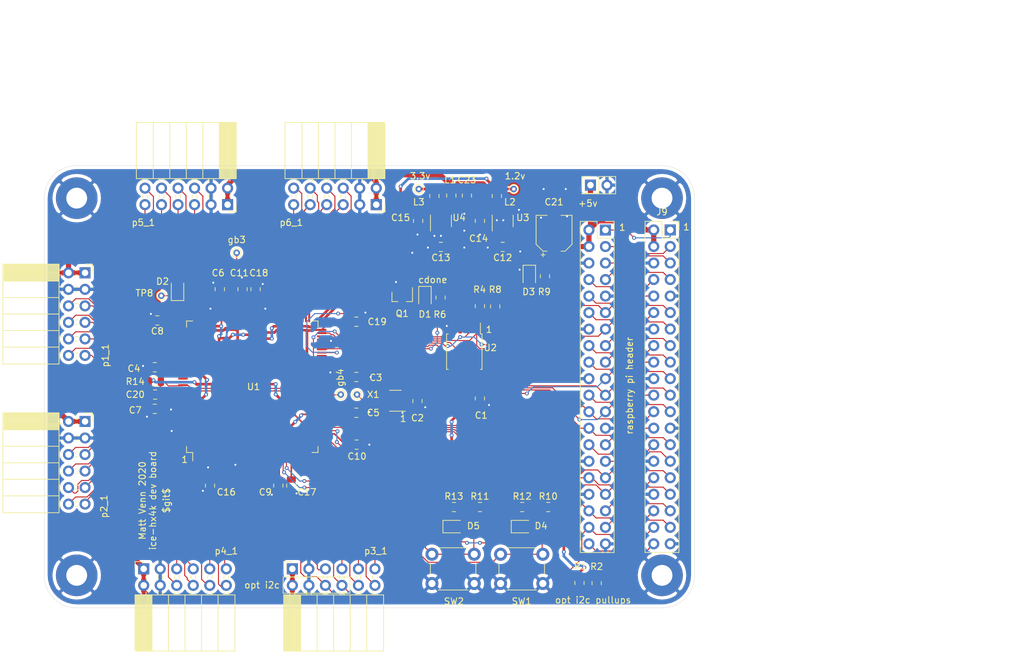
<source format=kicad_pcb>
(kicad_pcb (version 20171130) (host pcbnew 5.1.5-52549c5~84~ubuntu18.04.1)
  (layers (0 F.Cu signal) (31 B.Cu signal) (34 B.Paste user) (35 F.Paste user) (36 B.SilkS user) (37 F.SilkS user) (38 B.Mask user) (39 F.Mask user) (44 Edge.Cuts user))
  (net 0 "")
  (net 1 GND)
  (net 2 +3V3)
  (net 3 "Net-(D1-Pad1)")
  (net 4 "Net-(D2-Pad1)")
  (net 5 "Net-(TP1-Pad1)")
  (net 6 "Net-(TP2-Pad1)")
  (net 7 +1V2)
  (net 8 "Net-(U1-Pad15)")
  (net 9 "Net-(U1-Pad16)")
  (net 10 "Net-(U1-Pad18)")
  (net 11 /clock)
  (net 12 +5V)
  (net 13 "Net-(U3-Pad4)")
  (net 14 "Net-(U4-Pad4)")
  (net 15 /cdone)
  (net 16 "Net-(D3-Pad2)")
  (net 17 /led1)
  (net 18 "Net-(D4-Pad2)")
  (net 19 "Net-(D5-Pad2)")
  (net 20 /led2)
  (net 21 /creset)
  (net 22 /p1_10)
  (net 23 /p1_9)
  (net 24 /p1_8)
  (net 25 /p1_7)
  (net 26 /p1_4)
  (net 27 /p1_3)
  (net 28 /p1_2)
  (net 29 /p1_1)
  (net 30 /p2_1)
  (net 31 /p2_2)
  (net 32 /p2_3)
  (net 33 /p2_4)
  (net 34 /p2_7)
  (net 35 /p2_8)
  (net 36 /p2_9)
  (net 37 /p2_10)
  (net 38 /button1)
  (net 39 /button2)
  (net 40 "Net-(U1-Pad17)")
  (net 41 "Net-(U1-Pad47)")
  (net 42 "Net-(U1-Pad48)")
  (net 43 "Net-(U1-Pad50)")
  (net 44 "Net-(U1-Pad55)")
  (net 45 "Net-(U1-Pad56)")
  (net 46 "Net-(U1-Pad58)")
  (net 47 "Net-(U1-Pad77)")
  (net 48 "Net-(U1-Pad106)")
  (net 49 "Net-(U1-Pad107)")
  (net 50 "Net-(U1-Pad109)")
  (net 51 "Net-(U1-Pad124)")
  (net 52 "Net-(U1-Pad125)")
  (net 53 "Net-(U1-Pad130)")
  (net 54 /p3_1)
  (net 55 /p3_2)
  (net 56 /p3_3)
  (net 57 /p3_4)
  (net 58 /p3_7)
  (net 59 /p3_8)
  (net 60 /p4_10)
  (net 61 /p4_9)
  (net 62 /p4_8)
  (net 63 /p4_7)
  (net 64 /p4_4)
  (net 65 /p4_3)
  (net 66 /p4_2)
  (net 67 /p4_1)
  (net 68 /p5_1)
  (net 69 /p5_2)
  (net 70 /p5_3)
  (net 71 /p5_4)
  (net 72 /p5_7)
  (net 73 /p5_8)
  (net 74 /p5_9)
  (net 75 /p5_10)
  (net 76 /p6_10)
  (net 77 /p6_9)
  (net 78 /p6_8)
  (net 79 /p6_7)
  (net 80 /p6_4)
  (net 81 /p6_3)
  (net 82 /p6_2)
  (net 83 /p6_1)
  (net 84 /vcc_pll)
  (net 85 "Net-(C20-Pad2)")
  (net 86 "Net-(U1-Pad21)")
  (net 87 "Net-(U1-Pad22)")
  (net 88 "Net-(U1-Pad23)")
  (net 89 "Net-(U1-Pad24)")
  (net 90 "Net-(U1-Pad35)")
  (net 91 "Net-(U1-Pad36)")
  (net 92 "Net-(U1-Pad51)")
  (net 93 "Net-(U1-Pad87)")
  (net 94 "Net-(U1-Pad88)")
  (net 95 "Net-(U1-Pad90)")
  (net 96 "Net-(U1-Pad91)")
  (net 97 "Net-(U1-Pad94)")
  (net 98 "Net-(U1-Pad95)")
  (net 99 "Net-(U1-Pad133)")
  (net 100 "Net-(U1-Pad134)")
  (net 101 "Net-(U1-Pad135)")
  (net 102 "Net-(U1-Pad11)")
  (net 103 "Net-(U1-Pad12)")
  (net 104 "Net-(U1-Pad19)")
  (net 105 "Net-(U1-Pad20)")
  (net 106 "Net-(U1-Pad119)")
  (net 107 "Net-(U1-Pad120)")
  (net 108 "Net-(U1-Pad121)")
  (net 109 "Net-(U1-Pad122)")
  (net 110 "Net-(U1-Pad128)")
  (net 111 "Net-(U1-Pad129)")
  (net 112 "Net-(U1-Pad73)")
  (net 113 "Net-(U1-Pad74)")
  (net 114 "Net-(U1-Pad75)")
  (net 115 "Net-(U1-Pad76)")
  (net 116 +3.3VP)
  (net 117 "Net-(Q1-Pad3)")
  (net 118 /sd_io2)
  (net 119 /sd_io3)
  (net 120 /1v2)
  (net 121 /3v3)
  (net 122 /pi_3v3)
  (net 123 /gp2)
  (net 124 /gp3)
  (net 125 /gp4)
  (net 126 /gp14)
  (net 127 /gp15)
  (net 128 /gp18)
  (net 129 /gp22)
  (net 130 /gp23)
  (net 131 /gp24)
  (net 132 /gp10)
  (net 133 /gp9)
  (net 134 /gp25)
  (net 135 /gp11)
  (net 136 /gp8)
  (net 137 /gp0)
  (net 138 /gp1)
  (net 139 /gp5)
  (net 140 /gp6)
  (net 141 /gp12)
  (net 142 /gp13)
  (net 143 /gp19)
  (net 144 /gp16)
  (net 145 /gp26)
  (net 146 /gp20)
  (net 147 /gp21)
  (net 148 /ce1)
  (net 149 "Net-(U1-Pad63)")
  (net 150 "Net-(U1-Pad64)")
  (net 151 /pi_3v3_2)
  (module Capacitor_SMD:C_0805_2012Metric (layer F.Cu) (at 92 88.4 180)
    (fp_text reference C7 (at 3 -0.2) (layer F.SilkS))
    (fp_text value 100n)
    (pad 2 smd roundrect (at 0.9375 0 180) (size 0.975 1.4) (layers F.Cu F.Paste F.Mask) (net 1 GND))
    (pad 1 smd roundrect (at -0.9375 0 180) (size 0.975 1.4) (layers F.Cu F.Paste F.Mask) (net 2 +3V3))
  )
  (module Capacitor_SMD:C_0805_2012Metric (layer F.Cu) (at 102 70 90)
    (fp_text reference C6 (at 2.5 -0.25 180) (layer F.SilkS))
    (fp_text value 100n)
    (pad 1 smd roundrect (at -0.9375 0 90) (size 0.975 1.4) (layers F.Cu F.Paste F.Mask) (net 2 +3V3))
    (pad 2 smd roundrect (at 0.9375 0 90) (size 0.975 1.4) (layers F.Cu F.Paste F.Mask) (net 1 GND))
  )
  (module Inductor_SMD:L_0805_2012Metric (layer F.Cu) (at 137.6 55.6 90)
    (fp_text reference L1 (at 2.4 -0.2 180) (layer F.SilkS))
    (fp_text value L)
    (pad 1 smd roundrect (at -0.9375 0 90) (size 0.975 1.4) (layers F.Cu F.Paste F.Mask) (net 2 +3V3))
    (pad 2 smd roundrect (at 0.9375 0 90) (size 0.975 1.4) (layers F.Cu F.Paste F.Mask) (net 116 +3.3VP))
  )
  (module Capacitor_SMD:C_0805_2012Metric (layer F.Cu) (at 142 86.8 270)
    (fp_text reference C1 (at 2.6 -0.2 180) (layer F.SilkS))
    (fp_text value 100n)
    (pad 2 smd roundrect (at 0.9375 0 270) (size 0.975 1.4) (layers F.Cu F.Paste F.Mask) (net 1 GND))
    (pad 1 smd roundrect (at -0.9375 0 270) (size 0.975 1.4) (layers F.Cu F.Paste F.Mask) (net 2 +3V3))
  )
  (module Capacitor_SMD:C_0805_2012Metric (layer F.Cu) (at 132.4 87.2 270)
    (fp_text reference C2 (at 2.6 0 180) (layer F.SilkS))
    (fp_text value 100n)
    (pad 1 smd roundrect (at -0.9375 0 270) (size 0.975 1.4) (layers F.Cu F.Paste F.Mask) (net 2 +3V3))
    (pad 2 smd roundrect (at 0.9375 0 270) (size 0.975 1.4) (layers F.Cu F.Paste F.Mask) (net 1 GND))
  )
  (module Capacitor_SMD:C_0805_2012Metric (layer F.Cu) (at 123 83.5)
    (fp_text reference C3 (at 3 0.1) (layer F.SilkS))
    (fp_text value 100n)
    (pad 1 smd roundrect (at -0.9375 0) (size 0.975 1.4) (layers F.Cu F.Paste F.Mask) (net 2 +3V3))
    (pad 2 smd roundrect (at 0.9375 0) (size 0.975 1.4) (layers F.Cu F.Paste F.Mask) (net 1 GND))
  )
  (module Capacitor_SMD:C_0805_2012Metric (layer F.Cu) (at 92 82 180)
    (fp_text reference C4 (at 3.2 -0.2) (layer F.SilkS))
    (fp_text value 100n)
    (pad 1 smd roundrect (at -0.9375 0 180) (size 0.975 1.4) (layers F.Cu F.Paste F.Mask) (net 2 +3V3))
    (pad 2 smd roundrect (at 0.9375 0 180) (size 0.975 1.4) (layers F.Cu F.Paste F.Mask) (net 1 GND))
  )
  (module Capacitor_SMD:C_0805_2012Metric (layer F.Cu) (at 123 89)
    (fp_text reference C5 (at 2.6 0) (layer F.SilkS))
    (fp_text value 100n)
    (pad 2 smd roundrect (at 0.9375 0) (size 0.975 1.4) (layers F.Cu F.Paste F.Mask) (net 1 GND))
    (pad 1 smd roundrect (at -0.9375 0) (size 0.975 1.4) (layers F.Cu F.Paste F.Mask) (net 2 +3V3))
  )
  (module Capacitor_SMD:C_0805_2012Metric (layer F.Cu) (at 92.4 74.8 180)
    (fp_text reference C8 (at 0 -1.65) (layer F.SilkS))
    (fp_text value 100n)
    (pad 2 smd roundrect (at 0.9375 0 180) (size 0.975 1.4) (layers F.Cu F.Paste F.Mask) (net 1 GND))
    (pad 1 smd roundrect (at -0.9375 0 180) (size 0.975 1.4) (layers F.Cu F.Paste F.Mask) (net 7 +1V2))
  )
  (module Capacitor_SMD:C_0805_2012Metric (layer F.Cu) (at 111 100.2 270)
    (fp_text reference C9 (at 1 2 180) (layer F.SilkS))
    (fp_text value 100n)
    (pad 1 smd roundrect (at -0.9375 0 270) (size 0.975 1.4) (layers F.Cu F.Paste F.Mask) (net 7 +1V2))
    (pad 2 smd roundrect (at 0.9375 0 270) (size 0.975 1.4) (layers F.Cu F.Paste F.Mask) (net 1 GND))
  )
  (module Capacitor_SMD:C_0805_2012Metric (layer F.Cu) (at 123.0375 93.9)
    (fp_text reference C10 (at 0.0625 1.8) (layer F.SilkS))
    (fp_text value 100n)
    (pad 2 smd roundrect (at 0.9375 0) (size 0.975 1.4) (layers F.Cu F.Paste F.Mask) (net 1 GND))
    (pad 1 smd roundrect (at -0.9375 0) (size 0.975 1.4) (layers F.Cu F.Paste F.Mask) (net 7 +1V2))
  )
  (module Capacitor_SMD:C_0805_2012Metric (layer F.Cu) (at 105.5 70 90)
    (fp_text reference C11 (at 2.5 -0.5 180) (layer F.SilkS))
    (fp_text value 100n)
    (pad 1 smd roundrect (at -0.9375 0 90) (size 0.975 1.4) (layers F.Cu F.Paste F.Mask) (net 7 +1V2))
    (pad 2 smd roundrect (at 0.9375 0 90) (size 0.975 1.4) (layers F.Cu F.Paste F.Mask) (net 1 GND))
  )
  (module LED_SMD:LED_0805_2012Metric (layer F.Cu) (at 133.55 71.25 270)
    (fp_text reference D1 (at 2.6 0 180) (layer F.SilkS))
    (fp_text value LED)
    (pad 1 smd roundrect (at -0.9375 0 270) (size 0.975 1.4) (layers F.Cu F.Paste F.Mask) (net 3 "Net-(D1-Pad1)"))
    (pad 2 smd roundrect (at 0.9375 0 270) (size 0.975 1.4) (layers F.Cu F.Paste F.Mask) (net 2 +3V3))
  )
  (module Diode_SMD:D_0805_2012Metric (layer F.Cu) (at 95.5 70.0625 90)
    (fp_text reference D2 (at 1.2625 -2.3 180) (layer F.SilkS))
    (fp_text value D)
    (pad 1 smd roundrect (at -0.9375 0 90) (size 0.975 1.4) (layers F.Cu F.Paste F.Mask) (net 4 "Net-(D2-Pad1)"))
    (pad 2 smd roundrect (at 0.9375 0 90) (size 0.975 1.4) (layers F.Cu F.Paste F.Mask) (net 2 +3V3))
  )
  (module Resistor_SMD:R_0805_2012Metric (layer F.Cu) (at 142 72.6 270)
    (fp_text reference R4 (at -2.55 0.05 180) (layer F.SilkS))
    (fp_text value 10k)
    (pad 2 smd roundrect (at 0.9375 0 270) (size 0.975 1.4) (layers F.Cu F.Paste F.Mask) (net 136 /gp8))
    (pad 1 smd roundrect (at -0.9375 0 270) (size 0.975 1.4) (layers F.Cu F.Paste F.Mask) (net 2 +3V3))
  )
  (module Resistor_SMD:R_0805_2012Metric (layer F.Cu) (at 135.95 71.2875 270)
    (fp_text reference R6 (at 2.6 0.1 180) (layer F.SilkS))
    (fp_text value 200R)
    (pad 1 smd roundrect (at -0.9375 0 270) (size 0.975 1.4) (layers F.Cu F.Paste F.Mask) (net 3 "Net-(D1-Pad1)"))
    (pad 2 smd roundrect (at 0.9375 0 270) (size 0.975 1.4) (layers F.Cu F.Paste F.Mask) (net 117 "Net-(Q1-Pad3)"))
  )
  (module Resistor_SMD:R_0805_2012Metric (layer F.Cu) (at 144.35 72.65 90)
    (fp_text reference R8 (at 2.6 0 180) (layer F.SilkS))
    (fp_text value 10k)
    (pad 2 smd roundrect (at 0.9375 0 90) (size 0.975 1.4) (layers F.Cu F.Paste F.Mask) (net 2 +3V3))
    (pad 1 smd roundrect (at -0.9375 0 90) (size 0.975 1.4) (layers F.Cu F.Paste F.Mask) (net 21 /creset))
  )
  (module Package_SO:SOIC-8_5.23x5.23mm_P1.27mm (layer F.Cu) (at 139.6 79.6 270)
    (fp_text reference U2 (at -0.6 -4 180) (layer F.SilkS))
    (fp_text value IS25LP016D-JBLE)
    (pad 1 smd roundrect (at -3.6 -1.905 270) (size 1.6 0.6) (layers F.Cu F.Paste F.Mask) (net 136 /gp8))
    (pad 2 smd roundrect (at -3.6 -0.635 270) (size 1.6 0.6) (layers F.Cu F.Paste F.Mask) (net 133 /gp9))
    (pad 3 smd roundrect (at -3.6 0.635 270) (size 1.6 0.6) (layers F.Cu F.Paste F.Mask) (net 118 /sd_io2))
    (pad 4 smd roundrect (at -3.6 1.905 270) (size 1.6 0.6) (layers F.Cu F.Paste F.Mask) (net 1 GND))
    (pad 5 smd roundrect (at 3.6 1.905 270) (size 1.6 0.6) (layers F.Cu F.Paste F.Mask) (net 132 /gp10))
    (pad 6 smd roundrect (at 3.6 0.635 270) (size 1.6 0.6) (layers F.Cu F.Paste F.Mask) (net 135 /gp11))
    (pad 7 smd roundrect (at 3.6 -0.635 270) (size 1.6 0.6) (layers F.Cu F.Paste F.Mask) (net 119 /sd_io3))
    (pad 8 smd roundrect (at 3.6 -1.905 270) (size 1.6 0.6) (layers F.Cu F.Paste F.Mask) (net 2 +3V3))
  )
  (module Package_TO_SOT_SMD:SOT-23-5 (layer F.Cu) (at 129 87.15 180)
    (fp_text reference X1 (at 3.4 0.95) (layer F.SilkS))
    (fp_text value SiT2001B)
    (pad 1 smd rect (at -1.1 -0.95 180) (size 1.06 0.65) (layers F.Cu F.Paste F.Mask) (net 1 GND))
    (pad 2 smd rect (at -1.1 0 180) (size 1.06 0.65) (layers F.Cu F.Paste F.Mask))
    (pad 3 smd rect (at -1.1 0.95 180) (size 1.06 0.65) (layers F.Cu F.Paste F.Mask) (net 2 +3V3))
    (pad 4 smd rect (at 1.1 0.95 180) (size 1.06 0.65) (layers F.Cu F.Paste F.Mask) (net 2 +3V3))
    (pad 5 smd rect (at 1.1 -0.95 180) (size 1.06 0.65) (layers F.Cu F.Paste F.Mask) (net 11 /clock))
  )
  (module Capacitor_SMD:C_0805_2012Metric (layer F.Cu) (at 145.5 63.5 180)
    (fp_text reference C12 (at 0 -1.65) (layer F.SilkS))
    (fp_text value 1u)
    (pad 2 smd roundrect (at 0.9375 0 180) (size 0.975 1.4) (layers F.Cu F.Paste F.Mask) (net 1 GND))
    (pad 1 smd roundrect (at -0.9375 0 180) (size 0.975 1.4) (layers F.Cu F.Paste F.Mask) (net 12 +5V))
  )
  (module Capacitor_SMD:C_0805_2012Metric (layer F.Cu) (at 136 63.5 180)
    (fp_text reference C13 (at 0 -1.65) (layer F.SilkS))
    (fp_text value 1u)
    (pad 2 smd roundrect (at 0.9375 0 180) (size 0.975 1.4) (layers F.Cu F.Paste F.Mask) (net 1 GND))
    (pad 1 smd roundrect (at -0.9375 0 180) (size 0.975 1.4) (layers F.Cu F.Paste F.Mask) (net 12 +5V))
  )
  (module Capacitor_SMD:C_0805_2012Metric (layer F.Cu) (at 142 59.5 270)
    (fp_text reference C14 (at 2.7 0.2 180) (layer F.SilkS))
    (fp_text value 1u)
    (pad 1 smd roundrect (at -0.9375 0 270) (size 0.975 1.4) (layers F.Cu F.Paste F.Mask) (net 120 /1v2))
    (pad 2 smd roundrect (at 0.9375 0 270) (size 0.975 1.4) (layers F.Cu F.Paste F.Mask) (net 1 GND))
  )
  (module Capacitor_SMD:C_0805_2012Metric (layer F.Cu) (at 132.5 59.5 270)
    (fp_text reference C15 (at -0.5 2.7 180) (layer F.SilkS))
    (fp_text value 1u)
    (pad 1 smd roundrect (at -0.9375 0 270) (size 0.975 1.4) (layers F.Cu F.Paste F.Mask) (net 121 /3v3))
    (pad 2 smd roundrect (at 0.9375 0 270) (size 0.975 1.4) (layers F.Cu F.Paste F.Mask) (net 1 GND))
  )
  (module Package_TO_SOT_SMD:SOT-23-5 (layer F.Cu) (at 145.5 59.5 90)
    (fp_text reference U3 (at 0.5 3.1 180) (layer F.SilkS))
    (fp_text value TLV73312PDBV)
    (pad 5 smd rect (at 1.1 -0.95 90) (size 1.06 0.65) (layers F.Cu F.Paste F.Mask) (net 120 /1v2))
    (pad 4 smd rect (at 1.1 0.95 90) (size 1.06 0.65) (layers F.Cu F.Paste F.Mask) (net 13 "Net-(U3-Pad4)"))
    (pad 3 smd rect (at -1.1 0.95 90) (size 1.06 0.65) (layers F.Cu F.Paste F.Mask) (net 12 +5V))
    (pad 2 smd rect (at -1.1 0 90) (size 1.06 0.65) (layers F.Cu F.Paste F.Mask) (net 1 GND))
    (pad 1 smd rect (at -1.1 -0.95 90) (size 1.06 0.65) (layers F.Cu F.Paste F.Mask) (net 12 +5V))
  )
  (module Package_TO_SOT_SMD:SOT-23-5 (layer F.Cu) (at 136 59.5 90)
    (fp_text reference U4 (at 0.5 2.8 180) (layer F.SilkS))
    (fp_text value TLV73333PDBV)
    (pad 1 smd rect (at -1.1 -0.95 90) (size 1.06 0.65) (layers F.Cu F.Paste F.Mask) (net 12 +5V))
    (pad 2 smd rect (at -1.1 0 90) (size 1.06 0.65) (layers F.Cu F.Paste F.Mask) (net 1 GND))
    (pad 3 smd rect (at -1.1 0.95 90) (size 1.06 0.65) (layers F.Cu F.Paste F.Mask) (net 12 +5V))
    (pad 4 smd rect (at 1.1 0.95 90) (size 1.06 0.65) (layers F.Cu F.Paste F.Mask) (net 14 "Net-(U4-Pad4)"))
    (pad 5 smd rect (at 1.1 -0.95 90) (size 1.06 0.65) (layers F.Cu F.Paste F.Mask) (net 121 /3v3))
  )
  (module Capacitor_SMD:C_0805_2012Metric (layer F.Cu) (at 100.5 100.2 270)
    (fp_text reference C16 (at 1 -2.5 180) (layer F.SilkS))
    (fp_text value 100n)
    (pad 1 smd roundrect (at -0.9375 0 270) (size 0.975 1.4) (layers F.Cu F.Paste F.Mask) (net 2 +3V3))
    (pad 2 smd roundrect (at 0.9375 0 270) (size 0.975 1.4) (layers F.Cu F.Paste F.Mask) (net 1 GND))
  )
  (module Capacitor_SMD:C_0805_2012Metric (layer F.Cu) (at 113 100.2 270)
    (fp_text reference C17 (at 1 -2.4 180) (layer F.SilkS))
    (fp_text value 100n)
    (pad 2 smd roundrect (at 0.9375 0 270) (size 0.975 1.4) (layers F.Cu F.Paste F.Mask) (net 1 GND))
    (pad 1 smd roundrect (at -0.9375 0 270) (size 0.975 1.4) (layers F.Cu F.Paste F.Mask) (net 2 +3V3))
  )
  (module Capacitor_SMD:C_0805_2012Metric (layer F.Cu) (at 107.5 70 90)
    (fp_text reference C18 (at 2.5 0.5 180) (layer F.SilkS))
    (fp_text value 100n)
    (pad 2 smd roundrect (at 0.9375 0 90) (size 0.975 1.4) (layers F.Cu F.Paste F.Mask) (net 1 GND))
    (pad 1 smd roundrect (at -0.9375 0 90) (size 0.975 1.4) (layers F.Cu F.Paste F.Mask) (net 2 +3V3))
  )
  (module Capacitor_SMD:C_0805_2012Metric (layer F.Cu) (at 123 75)
    (fp_text reference C19 (at 3.2 0) (layer F.SilkS))
    (fp_text value 100n)
    (pad 1 smd roundrect (at -0.9375 0) (size 0.975 1.4) (layers F.Cu F.Paste F.Mask) (net 2 +3V3))
    (pad 2 smd roundrect (at 0.9375 0) (size 0.975 1.4) (layers F.Cu F.Paste F.Mask) (net 1 GND))
  )
  (module LED_SMD:LED_0805_2012Metric (layer F.Cu) (at 149.6 68 270)
    (fp_text reference D3 (at 2.4 0.1 180) (layer F.SilkS))
    (fp_text value LED)
    (pad 1 smd roundrect (at -0.9375 0 270) (size 0.975 1.4) (layers F.Cu F.Paste F.Mask) (net 1 GND))
    (pad 2 smd roundrect (at 0.9375 0 270) (size 0.975 1.4) (layers F.Cu F.Paste F.Mask) (net 16 "Net-(D3-Pad2)"))
  )
  (module LED_SMD:LED_0805_2012Metric (layer F.Cu) (at 148.5 106.5)
    (fp_text reference D4 (at 2.9 -0.1) (layer F.SilkS))
    (fp_text value LED)
    (pad 1 smd roundrect (at -0.9375 0) (size 0.975 1.4) (layers F.Cu F.Paste F.Mask) (net 17 /led1))
    (pad 2 smd roundrect (at 0.9375 0) (size 0.975 1.4) (layers F.Cu F.Paste F.Mask) (net 18 "Net-(D4-Pad2)"))
  )
  (module LED_SMD:LED_0805_2012Metric (layer F.Cu) (at 138 106.5)
    (fp_text reference D5 (at 3 -0.1) (layer F.SilkS))
    (fp_text value LED)
    (pad 2 smd roundrect (at 0.9375 0) (size 0.975 1.4) (layers F.Cu F.Paste F.Mask) (net 19 "Net-(D5-Pad2)"))
    (pad 1 smd roundrect (at -0.9375 0) (size 0.975 1.4) (layers F.Cu F.Paste F.Mask) (net 20 /led2))
  )
  (module Connector_PinHeader_2.54mm:PinHeader_2x01_P2.54mm_Vertical (layer F.Cu) (at 159 54)
    (fp_text reference J1 hide)
    (fp_text value Conn_01x02)
    (pad 1 thru_hole rect (at 0 0) (size 1.7 1.7) (drill 1) (layers *.Cu *.Mask) (net 12 +5V))
    (pad 2 thru_hole oval (at 2.54 0) (size 1.7 1.7) (drill 1) (layers *.Cu *.Mask) (net 1 GND))
  )
  (module Resistor_SMD:R_0805_2012Metric (layer F.Cu) (at 152 68 90)
    (fp_text reference R9 (at -2.4 -0.1 180) (layer F.SilkS))
    (fp_text value 200R)
    (pad 1 smd roundrect (at -0.9375 0 90) (size 0.975 1.4) (layers F.Cu F.Paste F.Mask) (net 16 "Net-(D3-Pad2)"))
    (pad 2 smd roundrect (at 0.9375 0 90) (size 0.975 1.4) (layers F.Cu F.Paste F.Mask) (net 12 +5V))
  )
  (module Resistor_SMD:R_0805_2012Metric (layer F.Cu) (at 152.5 103.5)
    (fp_text reference R10 (at 0 -1.65) (layer F.SilkS))
    (fp_text value 10k)
    (pad 2 smd roundrect (at 0.9375 0) (size 0.975 1.4) (layers F.Cu F.Paste F.Mask) (net 2 +3V3))
    (pad 1 smd roundrect (at -0.9375 0) (size 0.975 1.4) (layers F.Cu F.Paste F.Mask) (net 38 /button1))
  )
  (module Resistor_SMD:R_0805_2012Metric (layer F.Cu) (at 142 103.5)
    (fp_text reference R11 (at 0 -1.65) (layer F.SilkS))
    (fp_text value 10k)
    (pad 1 smd roundrect (at -0.9375 0) (size 0.975 1.4) (layers F.Cu F.Paste F.Mask) (net 39 /button2))
    (pad 2 smd roundrect (at 0.9375 0) (size 0.975 1.4) (layers F.Cu F.Paste F.Mask) (net 2 +3V3))
  )
  (module Resistor_SMD:R_0805_2012Metric (layer F.Cu) (at 148.5 103.5)
    (fp_text reference R12 (at 0 -1.65) (layer F.SilkS))
    (fp_text value 200R)
    (pad 2 smd roundrect (at 0.9375 0) (size 0.975 1.4) (layers F.Cu F.Paste F.Mask) (net 2 +3V3))
    (pad 1 smd roundrect (at -0.9375 0) (size 0.975 1.4) (layers F.Cu F.Paste F.Mask) (net 18 "Net-(D4-Pad2)"))
  )
  (module Resistor_SMD:R_0805_2012Metric (layer F.Cu) (at 138 103.5)
    (fp_text reference R13 (at 0 -1.65) (layer F.SilkS))
    (fp_text value 200R)
    (pad 1 smd roundrect (at -0.9375 0) (size 0.975 1.4) (layers F.Cu F.Paste F.Mask) (net 19 "Net-(D5-Pad2)"))
    (pad 2 smd roundrect (at 0.9375 0) (size 0.975 1.4) (layers F.Cu F.Paste F.Mask) (net 2 +3V3))
  )
  (module Button_Switch_THT:SW_PUSH_6mm (layer F.Cu) (at 145.175001 110.755001)
    (fp_text reference SW1 (at 3.25 7.244999) (layer F.SilkS))
    (fp_text value SW_Push)
    (pad 1 thru_hole circle (at 6.5 0 90) (size 2 2) (drill 1.1) (layers *.Cu *.Mask) (net 38 /button1))
    (pad 2 thru_hole circle (at 6.5 4.5 90) (size 2 2) (drill 1.1) (layers *.Cu *.Mask) (net 1 GND))
    (pad 1 thru_hole circle (at 0 0 90) (size 2 2) (drill 1.1) (layers *.Cu *.Mask) (net 38 /button1))
    (pad 2 thru_hole circle (at 0 4.5 90) (size 2 2) (drill 1.1) (layers *.Cu *.Mask) (net 1 GND))
  )
  (module Button_Switch_THT:SW_PUSH_6mm (layer F.Cu) (at 134.625001 110.755001)
    (fp_text reference SW2 (at 3.374999 7.244999) (layer F.SilkS))
    (fp_text value SW_Push)
    (pad 2 thru_hole circle (at 0 4.5 90) (size 2 2) (drill 1.1) (layers *.Cu *.Mask) (net 1 GND))
    (pad 1 thru_hole circle (at 0 0 90) (size 2 2) (drill 1.1) (layers *.Cu *.Mask) (net 39 /button2))
    (pad 2 thru_hole circle (at 6.5 4.5 90) (size 2 2) (drill 1.1) (layers *.Cu *.Mask) (net 1 GND))
    (pad 1 thru_hole circle (at 6.5 0 90) (size 2 2) (drill 1.1) (layers *.Cu *.Mask) (net 39 /button2))
  )
  (module Capacitor_SMD:C_0805_2012Metric (layer F.Cu) (at 92.0625 86.2)
    (fp_text reference C20 (at -3.0625 0) (layer F.SilkS))
    (fp_text value 100n)
    (pad 1 smd roundrect (at -0.9375 0) (size 0.975 1.4) (layers F.Cu F.Paste F.Mask) (net 84 /vcc_pll))
    (pad 2 smd roundrect (at 0.9375 0) (size 0.975 1.4) (layers F.Cu F.Paste F.Mask) (net 85 "Net-(C20-Pad2)"))
  )
  (module MountingHole:MountingHole_3.2mm_M3_Pad (layer F.Cu) (at 80 56)
    (fp_text reference H2 hide)
    (fp_text value MountingHole_Pad)
    (pad 1 thru_hole circle (at 0 0) (size 6.4 6.4) (drill 3.2) (layers *.Cu *.Mask) (net 1 GND))
  )
  (module MountingHole:MountingHole_3.2mm_M3_Pad (layer F.Cu) (at 170 56)
    (fp_text reference H3 hide)
    (fp_text value MountingHole_Pad)
    (pad 1 thru_hole circle (at 0 0) (size 6.4 6.4) (drill 3.2) (layers *.Cu *.Mask) (net 1 GND))
  )
  (module MountingHole:MountingHole_3.2mm_M3_Pad (layer F.Cu) (at 170 114)
    (fp_text reference H4 hide)
    (fp_text value MountingHole_Pad)
    (pad 1 thru_hole circle (at 0 0) (size 6.4 6.4) (drill 3.2) (layers *.Cu *.Mask) (net 1 GND))
  )
  (module Resistor_SMD:R_0805_2012Metric (layer F.Cu) (at 92 84.2 180)
    (fp_text reference R14 (at 3 0) (layer F.SilkS))
    (fp_text value 200R)
    (pad 1 smd roundrect (at -0.9375 0 180) (size 0.975 1.4) (layers F.Cu F.Paste F.Mask) (net 84 /vcc_pll))
    (pad 2 smd roundrect (at 0.9375 0 180) (size 0.975 1.4) (layers F.Cu F.Paste F.Mask) (net 7 +1V2))
  )
  (module TestPoint:TestPoint_THTPad_D1.0mm_Drill0.5mm (layer F.Cu) (at 104.6 64.4)
    (fp_text reference TP1 hide)
    (fp_text value gbin3)
    (pad 1 thru_hole circle (at 0 0) (size 1 1) (drill 0.5) (layers *.Cu *.Mask) (net 5 "Net-(TP1-Pad1)"))
  )
  (module TestPoint:TestPoint_THTPad_D1.0mm_Drill0.5mm (layer F.Cu) (at 120.6 86.2)
    (fp_text reference TP2 hide)
    (fp_text value gbin4)
    (pad 1 thru_hole circle (at 0 0) (size 1 1) (drill 0.5) (layers *.Cu *.Mask) (net 6 "Net-(TP2-Pad1)"))
  )
  (module TestPoint:TestPoint_THTPad_D1.0mm_Drill0.5mm (layer F.Cu) (at 123.1 86.2 270)
    (fp_text reference TP5 hide)
    (fp_text value clock)
    (pad 1 thru_hole circle (at 0 0 270) (size 1 1) (drill 0.5) (layers *.Cu *.Mask) (net 11 /clock))
  )
  (module TestPoint:TestPoint_THTPad_D1.0mm_Drill0.5mm (layer F.Cu) (at 147.2 54.6 90)
    (fp_text reference TP6 hide)
    (fp_text value 1.2v)
    (pad 1 thru_hole circle (at 0 0 90) (size 1 1) (drill 0.5) (layers *.Cu *.Mask) (net 7 +1V2))
  )
  (module TestPoint:TestPoint_THTPad_D1.0mm_Drill0.5mm (layer F.Cu) (at 132.6 54.6 90)
    (fp_text reference TP7 hide)
    (fp_text value 3.3v)
    (pad 1 thru_hole circle (at 0 0 90) (size 1 1) (drill 0.5) (layers *.Cu *.Mask) (net 2 +3V3))
  )
  (module TestPoint:TestPoint_THTPad_D1.0mm_Drill0.5mm (layer F.Cu) (at 93 71)
    (fp_text reference TP8 (at -2.6 -0.4) (layer F.SilkS))
    (fp_text value 2.5v)
    (pad 1 thru_hole circle (at 0 0) (size 1 1) (drill 0.5) (layers *.Cu *.Mask) (net 4 "Net-(D2-Pad1)"))
  )
  (module Package_QFP:TQFP-144_20x20mm_P0.5mm (layer F.Cu) (at 107 85 90)
    (fp_text reference U1 (at 0 0.2 180) (layer F.SilkS))
    (fp_text value iCE40-HX4K-TQ144)
    (pad 1 smd roundrect (at -10.6625 -8.75 90) (size 1.475 0.3) (layers F.Cu F.Paste F.Mask) (net 60 /p4_10))
    (pad 2 smd roundrect (at -10.6625 -8.25 90) (size 1.475 0.3) (layers F.Cu F.Paste F.Mask) (net 64 /p4_4))
    (pad 3 smd roundrect (at -10.6625 -7.75 90) (size 1.475 0.3) (layers F.Cu F.Paste F.Mask) (net 61 /p4_9))
    (pad 4 smd roundrect (at -10.6625 -7.25 90) (size 1.475 0.3) (layers F.Cu F.Paste F.Mask) (net 65 /p4_3))
    (pad 5 smd roundrect (at -10.6625 -6.75 90) (size 1.475 0.3) (layers F.Cu F.Paste F.Mask) (net 1 GND))
    (pad 6 smd roundrect (at -10.6625 -6.25 90) (size 1.475 0.3) (layers F.Cu F.Paste F.Mask) (net 2 +3V3))
    (pad 7 smd roundrect (at -10.6625 -5.75 90) (size 1.475 0.3) (layers F.Cu F.Paste F.Mask) (net 62 /p4_8))
    (pad 8 smd roundrect (at -10.6625 -5.25 90) (size 1.475 0.3) (layers F.Cu F.Paste F.Mask) (net 66 /p4_2))
    (pad 9 smd roundrect (at -10.6625 -4.75 90) (size 1.475 0.3) (layers F.Cu F.Paste F.Mask) (net 63 /p4_7))
    (pad 10 smd roundrect (at -10.6625 -4.25 90) (size 1.475 0.3) (layers F.Cu F.Paste F.Mask) (net 67 /p4_1))
    (pad 11 smd roundrect (at -10.6625 -3.75 90) (size 1.475 0.3) (layers F.Cu F.Paste F.Mask) (net 102 "Net-(U1-Pad11)"))
    (pad 12 smd roundrect (at -10.6625 -3.25 90) (size 1.475 0.3) (layers F.Cu F.Paste F.Mask) (net 103 "Net-(U1-Pad12)"))
    (pad 13 smd roundrect (at -10.6625 -2.75 90) (size 1.475 0.3) (layers F.Cu F.Paste F.Mask) (net 1 GND))
    (pad 14 smd roundrect (at -10.6625 -2.25 90) (size 1.475 0.3) (layers F.Cu F.Paste F.Mask) (net 1 GND))
    (pad 15 smd roundrect (at -10.6625 -1.75 90) (size 1.475 0.3) (layers F.Cu F.Paste F.Mask) (net 8 "Net-(U1-Pad15)"))
    (pad 16 smd roundrect (at -10.6625 -1.25 90) (size 1.475 0.3) (layers F.Cu F.Paste F.Mask) (net 9 "Net-(U1-Pad16)"))
    (pad 17 smd roundrect (at -10.6625 -0.75 90) (size 1.475 0.3) (layers F.Cu F.Paste F.Mask) (net 40 "Net-(U1-Pad17)"))
    (pad 18 smd roundrect (at -10.6625 -0.25 90) (size 1.475 0.3) (layers F.Cu F.Paste F.Mask) (net 10 "Net-(U1-Pad18)"))
    (pad 19 smd roundrect (at -10.6625 0.25 90) (size 1.475 0.3) (layers F.Cu F.Paste F.Mask) (net 104 "Net-(U1-Pad19)"))
    (pad 20 smd roundrect (at -10.6625 0.75 90) (size 1.475 0.3) (layers F.Cu F.Paste F.Mask) (net 105 "Net-(U1-Pad20)"))
    (pad 21 smd roundrect (at -10.6625 1.25 90) (size 1.475 0.3) (layers F.Cu F.Paste F.Mask) (net 86 "Net-(U1-Pad21)"))
    (pad 22 smd roundrect (at -10.6625 1.75 90) (size 1.475 0.3) (layers F.Cu F.Paste F.Mask) (net 87 "Net-(U1-Pad22)"))
    (pad 23 smd roundrect (at -10.6625 2.25 90) (size 1.475 0.3) (layers F.Cu F.Paste F.Mask) (net 88 "Net-(U1-Pad23)"))
    (pad 24 smd roundrect (at -10.6625 2.75 90) (size 1.475 0.3) (layers F.Cu F.Paste F.Mask) (net 89 "Net-(U1-Pad24)"))
    (pad 25 smd roundrect (at -10.6625 3.25 90) (size 1.475 0.3) (layers F.Cu F.Paste F.Mask) (net 147 /gp21))
    (pad 26 smd roundrect (at -10.6625 3.75 90) (size 1.475 0.3) (layers F.Cu F.Paste F.Mask) (net 57 /p3_4))
    (pad 27 smd roundrect (at -10.6625 4.25 90) (size 1.475 0.3) (layers F.Cu F.Paste F.Mask) (net 7 +1V2))
    (pad 28 smd roundrect (at -10.6625 4.75 90) (size 1.475 0.3) (layers F.Cu F.Paste F.Mask) (net 146 /gp20))
    (pad 29 smd roundrect (at -10.6625 5.25 90) (size 1.475 0.3) (layers F.Cu F.Paste F.Mask) (net 56 /p3_3))
    (pad 30 smd roundrect (at -10.6625 5.75 90) (size 1.475 0.3) (layers F.Cu F.Paste F.Mask) (net 2 +3V3))
    (pad 31 smd roundrect (at -10.6625 6.25 90) (size 1.475 0.3) (layers F.Cu F.Paste F.Mask) (net 59 /p3_8))
    (pad 32 smd roundrect (at -10.6625 6.75 90) (size 1.475 0.3) (layers F.Cu F.Paste F.Mask) (net 55 /p3_2))
    (pad 33 smd roundrect (at -10.6625 7.25 90) (size 1.475 0.3) (layers F.Cu F.Paste F.Mask) (net 58 /p3_7))
    (pad 34 smd roundrect (at -10.6625 7.75 90) (size 1.475 0.3) (layers F.Cu F.Paste F.Mask) (net 54 /p3_1))
    (pad 35 smd roundrect (at -10.6625 8.25 90) (size 1.475 0.3) (layers F.Cu F.Paste F.Mask) (net 90 "Net-(U1-Pad35)"))
    (pad 36 smd roundrect (at -10.6625 8.75 90) (size 1.475 0.3) (layers F.Cu F.Paste F.Mask) (net 91 "Net-(U1-Pad36)"))
    (pad 37 smd roundrect (at -8.75 10.6625 90) (size 0.3 1.475) (layers F.Cu F.Paste F.Mask) (net 38 /button1))
    (pad 38 smd roundrect (at -8.25 10.6625 90) (size 0.3 1.475) (layers F.Cu F.Paste F.Mask) (net 39 /button2))
    (pad 39 smd roundrect (at -7.75 10.6625 90) (size 0.3 1.475) (layers F.Cu F.Paste F.Mask) (net 17 /led1))
    (pad 40 smd roundrect (at -7.25 10.6625 90) (size 0.3 1.475) (layers F.Cu F.Paste F.Mask) (net 7 +1V2))
    (pad 41 smd roundrect (at -6.75 10.6625 90) (size 0.3 1.475) (layers F.Cu F.Paste F.Mask) (net 20 /led2))
    (pad 42 smd roundrect (at -6.25 10.6625 90) (size 0.3 1.475) (layers F.Cu F.Paste F.Mask) (net 144 /gp16))
    (pad 43 smd roundrect (at -5.75 10.6625 90) (size 0.3 1.475) (layers F.Cu F.Paste F.Mask) (net 142 /gp13))
    (pad 44 smd roundrect (at -5.25 10.6625 90) (size 0.3 1.475) (layers F.Cu F.Paste F.Mask) (net 141 /gp12))
    (pad 45 smd roundrect (at -4.75 10.6625 90) (size 0.3 1.475) (layers F.Cu F.Paste F.Mask) (net 140 /gp6))
    (pad 46 smd roundrect (at -4.25 10.6625 90) (size 0.3 1.475) (layers F.Cu F.Paste F.Mask) (net 2 +3V3))
    (pad 47 smd roundrect (at -3.75 10.6625 90) (size 0.3 1.475) (layers F.Cu F.Paste F.Mask) (net 41 "Net-(U1-Pad47)"))
    (pad 48 smd roundrect (at -3.25 10.6625 90) (size 0.3 1.475) (layers F.Cu F.Paste F.Mask) (net 42 "Net-(U1-Pad48)"))
    (pad 49 smd roundrect (at -2.75 10.6625 90) (size 0.3 1.475) (layers F.Cu F.Paste F.Mask) (net 11 /clock))
    (pad 50 smd roundrect (at -2.25 10.6625 90) (size 0.3 1.475) (layers F.Cu F.Paste F.Mask) (net 43 "Net-(U1-Pad50)"))
    (pad 51 smd roundrect (at -1.75 10.6625 90) (size 0.3 1.475) (layers F.Cu F.Paste F.Mask) (net 92 "Net-(U1-Pad51)"))
    (pad 52 smd roundrect (at -1.25 10.6625 90) (size 0.3 1.475) (layers F.Cu F.Paste F.Mask) (net 6 "Net-(TP2-Pad1)"))
    (pad 53 smd roundrect (at -0.75 10.6625 90) (size 0.3 1.475) (layers F.Cu F.Paste F.Mask) (net 85 "Net-(C20-Pad2)"))
    (pad 54 smd roundrect (at -0.25 10.6625 90) (size 0.3 1.475) (layers F.Cu F.Paste F.Mask) (net 84 /vcc_pll))
    (pad 55 smd roundrect (at 0.25 10.6625 90) (size 0.3 1.475) (layers F.Cu F.Paste F.Mask) (net 44 "Net-(U1-Pad55)"))
    (pad 56 smd roundrect (at 0.75 10.6625 90) (size 0.3 1.475) (layers F.Cu F.Paste F.Mask) (net 45 "Net-(U1-Pad56)"))
    (pad 57 smd roundrect (at 1.25 10.6625 90) (size 0.3 1.475) (layers F.Cu F.Paste F.Mask) (net 2 +3V3))
    (pad 58 smd roundrect (at 1.75 10.6625 90) (size 0.3 1.475) (layers F.Cu F.Paste F.Mask) (net 46 "Net-(U1-Pad58)"))
    (pad 59 smd roundrect (at 2.25 10.6625 90) (size 0.3 1.475) (layers F.Cu F.Paste F.Mask) (net 1 GND))
    (pad 60 smd roundrect (at 2.75 10.6625 90) (size 0.3 1.475) (layers F.Cu F.Paste F.Mask) (net 148 /ce1))
    (pad 61 smd roundrect (at 3.25 10.6625 90) (size 0.3 1.475) (layers F.Cu F.Paste F.Mask) (net 118 /sd_io2))
    (pad 62 smd roundrect (at 3.75 10.6625 90) (size 0.3 1.475) (layers F.Cu F.Paste F.Mask) (net 119 /sd_io3))
    (pad 63 smd roundrect (at 4.25 10.6625 90) (size 0.3 1.475) (layers F.Cu F.Paste F.Mask) (net 149 "Net-(U1-Pad63)"))
    (pad 64 smd roundrect (at 4.75 10.6625 90) (size 0.3 1.475) (layers F.Cu F.Paste F.Mask) (net 150 "Net-(U1-Pad64)"))
    (pad 65 smd roundrect (at 5.25 10.6625 90) (size 0.3 1.475) (layers F.Cu F.Paste F.Mask) (net 15 /cdone))
    (pad 66 smd roundrect (at 5.75 10.6625 90) (size 0.3 1.475) (layers F.Cu F.Paste F.Mask) (net 21 /creset))
    (pad 67 smd roundrect (at 6.25 10.6625 90) (size 0.3 1.475) (layers F.Cu F.Paste F.Mask) (net 132 /gp10))
    (pad 68 smd roundrect (at 6.75 10.6625 90) (size 0.3 1.475) (layers F.Cu F.Paste F.Mask) (net 133 /gp9))
    (pad 69 smd roundrect (at 7.25 10.6625 90) (size 0.3 1.475) (layers F.Cu F.Paste F.Mask) (net 1 GND))
    (pad 70 smd roundrect (at 7.75 10.6625 90) (size 0.3 1.475) (layers F.Cu F.Paste F.Mask) (net 135 /gp11))
    (pad 71 smd roundrect (at 8.25 10.6625 90) (size 0.3 1.475) (layers F.Cu F.Paste F.Mask) (net 136 /gp8))
    (pad 72 smd roundrect (at 8.75 10.6625 90) (size 0.3 1.475) (layers F.Cu F.Paste F.Mask) (net 2 +3V3))
    (pad 73 smd roundrect (at 10.6625 8.75 90) (size 1.475 0.3) (layers F.Cu F.Paste F.Mask) (net 112 "Net-(U1-Pad73)"))
    (pad 74 smd roundrect (at 10.6625 8.25 90) (size 1.475 0.3) (layers F.Cu F.Paste F.Mask) (net 113 "Net-(U1-Pad74)"))
    (pad 75 smd roundrect (at 10.6625 7.75 90) (size 1.475 0.3) (layers F.Cu F.Paste F.Mask) (net 114 "Net-(U1-Pad75)"))
    (pad 76 smd roundrect (at 10.6625 7.25 90) (size 1.475 0.3) (layers F.Cu F.Paste F.Mask) (net 115 "Net-(U1-Pad76)"))
    (pad 77 smd roundrect (at 10.6625 6.75 90) (size 1.475 0.3) (layers F.Cu F.Paste F.Mask) (net 47 "Net-(U1-Pad77)"))
    (pad 78 smd roundrect (at 10.6625 6.25 90) (size 1.475 0.3) (layers F.Cu F.Paste F.Mask) (net 76 /p6_10))
    (pad 79 smd roundrect (at 10.6625 5.75 90) (size 1.475 0.3) (layers F.Cu F.Paste F.Mask) (net 80 /p6_4))
    (pad 80 smd roundrect (at 10.6625 5.25 90) (size 1.475 0.3) (layers F.Cu F.Paste F.Mask) (net 77 /p6_9))
    (pad 81 smd roundrect (at 10.6625 4.75 90) (size 1.475 0.3) (layers F.Cu F.Paste F.Mask) (net 81 /p6_3))
    (pad 82 smd roundrect (at 10.6625 4.25 90) (size 1.475 0.3) (layers F.Cu F.Paste F.Mask) (net 78 /p6_8))
    (pad 83 smd roundrect (at 10.6625 3.75 90) (size 1.475 0.3) (layers F.Cu F.Paste F.Mask) (net 82 /p6_2))
    (pad 84 smd roundrect (at 10.6625 3.25 90) (size 1.475 0.3) (layers F.Cu F.Paste F.Mask) (net 79 /p6_7))
    (pad 85 smd roundrect (at 10.6625 2.75 90) (size 1.475 0.3) (layers F.Cu F.Paste F.Mask) (net 83 /p6_1))
    (pad 86 smd roundrect (at 10.6625 2.25 90) (size 1.475 0.3) (layers F.Cu F.Paste F.Mask) (net 1 GND))
    (pad 87 smd roundrect (at 10.6625 1.75 90) (size 1.475 0.3) (layers F.Cu F.Paste F.Mask) (net 93 "Net-(U1-Pad87)"))
    (pad 88 smd roundrect (at 10.6625 1.25 90) (size 1.475 0.3) (layers F.Cu F.Paste F.Mask) (net 94 "Net-(U1-Pad88)"))
    (pad 89 smd roundrect (at 10.6625 0.75 90) (size 1.475 0.3) (layers F.Cu F.Paste F.Mask) (net 2 +3V3))
    (pad 90 smd roundrect (at 10.6625 0.25 90) (size 1.475 0.3) (layers F.Cu F.Paste F.Mask) (net 95 "Net-(U1-Pad90)"))
    (pad 91 smd roundrect (at 10.6625 -0.25 90) (size 1.475 0.3) (layers F.Cu F.Paste F.Mask) (net 96 "Net-(U1-Pad91)"))
    (pad 92 smd roundrect (at 10.6625 -0.75 90) (size 1.475 0.3) (layers F.Cu F.Paste F.Mask) (net 7 +1V2))
    (pad 93 smd roundrect (at 10.6625 -1.25 90) (size 1.475 0.3) (layers F.Cu F.Paste F.Mask) (net 5 "Net-(TP1-Pad1)"))
    (pad 94 smd roundrect (at 10.6625 -1.75 90) (size 1.475 0.3) (layers F.Cu F.Paste F.Mask) (net 97 "Net-(U1-Pad94)"))
    (pad 95 smd roundrect (at 10.6625 -2.25 90) (size 1.475 0.3) (layers F.Cu F.Paste F.Mask) (net 98 "Net-(U1-Pad95)"))
    (pad 96 smd roundrect (at 10.6625 -2.75 90) (size 1.475 0.3) (layers F.Cu F.Paste F.Mask) (net 75 /p5_10))
    (pad 97 smd roundrect (at 10.6625 -3.25 90) (size 1.475 0.3) (layers F.Cu F.Paste F.Mask) (net 71 /p5_4))
    (pad 98 smd roundrect (at 10.6625 -3.75 90) (size 1.475 0.3) (layers F.Cu F.Paste F.Mask) (net 74 /p5_9))
    (pad 99 smd roundrect (at 10.6625 -4.25 90) (size 1.475 0.3) (layers F.Cu F.Paste F.Mask) (net 70 /p5_3))
    (pad 100 smd roundrect (at 10.6625 -4.75 90) (size 1.475 0.3) (layers F.Cu F.Paste F.Mask) (net 2 +3V3))
    (pad 101 smd roundrect (at 10.6625 -5.25 90) (size 1.475 0.3) (layers F.Cu F.Paste F.Mask) (net 73 /p5_8))
    (pad 102 smd roundrect (at 10.6625 -5.75 90) (size 1.475 0.3) (layers F.Cu F.Paste F.Mask) (net 69 /p5_2))
    (pad 103 smd roundrect (at 10.6625 -6.25 90) (size 1.475 0.3) (layers F.Cu F.Paste F.Mask) (net 1 GND))
    (pad 104 smd roundrect (at 10.6625 -6.75 90) (size 1.475 0.3) (layers F.Cu F.Paste F.Mask) (net 72 /p5_7))
    (pad 105 smd roundrect (at 10.6625 -7.25 90) (size 1.475 0.3) (layers F.Cu F.Paste F.Mask) (net 68 /p5_1))
    (pad 106 smd roundrect (at 10.6625 -7.75 90) (size 1.475 0.3) (layers F.Cu F.Paste F.Mask) (net 48 "Net-(U1-Pad106)"))
    (pad 107 smd roundrect (at 10.6625 -8.25 90) (size 1.475 0.3) (layers F.Cu F.Paste F.Mask) (net 49 "Net-(U1-Pad107)"))
    (pad 108 smd roundrect (at 10.6625 -8.75 90) (size 1.475 0.3) (layers F.Cu F.Paste F.Mask) (net 4 "Net-(D2-Pad1)"))
    (pad 109 smd roundrect (at 8.75 -10.6625 90) (size 0.3 1.475) (layers F.Cu F.Paste F.Mask) (net 50 "Net-(U1-Pad109)"))
    (pad 110 smd roundrect (at 8.25 -10.6625 90) (size 0.3 1.475) (layers F.Cu F.Paste F.Mask) (net 22 /p1_10))
    (pad 111 smd roundrect (at 7.75 -10.6625 90) (size 0.3 1.475) (layers F.Cu F.Paste F.Mask) (net 7 +1V2))
    (pad 112 smd roundrect (at 7.25 -10.6625 90) (size 0.3 1.475) (layers F.Cu F.Paste F.Mask) (net 26 /p1_4))
    (pad 113 smd roundrect (at 6.75 -10.6625 90) (size 0.3 1.475) (layers F.Cu F.Paste F.Mask) (net 23 /p1_9))
    (pad 114 smd roundrect (at 6.25 -10.6625 90) (size 0.3 1.475) (layers F.Cu F.Paste F.Mask) (net 27 /p1_3))
    (pad 115 smd roundrect (at 5.75 -10.6625 90) (size 0.3 1.475) (layers F.Cu F.Paste F.Mask) (net 24 /p1_8))
    (pad 116 smd roundrect (at 5.25 -10.6625 90) (size 0.3 1.475) (layers F.Cu F.Paste F.Mask) (net 28 /p1_2))
    (pad 117 smd roundrect (at 4.75 -10.6625 90) (size 0.3 1.475) (layers F.Cu F.Paste F.Mask) (net 25 /p1_7))
    (pad 118 smd roundrect (at 4.25 -10.6625 90) (size 0.3 1.475) (layers F.Cu F.Paste F.Mask) (net 29 /p1_1))
    (pad 119 smd roundrect (at 3.75 -10.6625 90) (size 0.3 1.475) (layers F.Cu F.Paste F.Mask) (net 106 "Net-(U1-Pad119)"))
    (pad 120 smd roundrect (at 3.25 -10.6625 90) (size 0.3 1.475) (layers F.Cu F.Paste F.Mask) (net 107 "Net-(U1-Pad120)"))
    (pad 121 smd roundrect (at 2.75 -10.6625 90) (size 0.3 1.475) (layers F.Cu F.Paste F.Mask) (net 108 "Net-(U1-Pad121)"))
    (pad 122 smd roundrect (at 2.25 -10.6625 90) (size 0.3 1.475) (layers F.Cu F.Paste F.Mask) (net 109 "Net-(U1-Pad122)"))
    (pad 123 smd roundrect (at 1.75 -10.6625 90) (size 0.3 1.475) (layers F.Cu F.Paste F.Mask) (net 2 +3V3))
    (pad 124 smd roundrect (at 1.25 -10.6625 90) (size 0.3 1.475) (layers F.Cu F.Paste F.Mask) (net 51 "Net-(U1-Pad124)"))
    (pad 125 smd roundrect (at 0.75 -10.6625 90) (size 0.3 1.475) (layers F.Cu F.Paste F.Mask) (net 52 "Net-(U1-Pad125)"))
    (pad 126 smd roundrect (at 0.25 -10.6625 90) (size 0.3 1.475) (layers F.Cu F.Paste F.Mask) (net 84 /vcc_pll))
    (pad 127 smd roundrect (at -0.25 -10.6625 90) (size 0.3 1.475) (layers F.Cu F.Paste F.Mask) (net 85 "Net-(C20-Pad2)"))
    (pad 128 smd roundrect (at -0.75 -10.6625 90) (size 0.3 1.475) (layers F.Cu F.Paste F.Mask) (net 110 "Net-(U1-Pad128)"))
    (pad 129 smd roundrect (at -1.25 -10.6625 90) (size 0.3 1.475) (layers F.Cu F.Paste F.Mask) (net 111 "Net-(U1-Pad129)"))
    (pad 130 smd roundrect (at -1.75 -10.6625 90) (size 0.3 1.475) (layers F.Cu F.Paste F.Mask) (net 53 "Net-(U1-Pad130)"))
    (pad 131 smd roundrect (at -2.25 -10.6625 90) (size 0.3 1.475) (layers F.Cu F.Paste F.Mask) (net 2 +3V3))
    (pad 132 smd roundrect (at -2.75 -10.6625 90) (size 0.3 1.475) (layers F.Cu F.Paste F.Mask) (net 1 GND))
    (pad 133 smd roundrect (at -3.25 -10.6625 90) (size 0.3 1.475) (layers F.Cu F.Paste F.Mask) (net 99 "Net-(U1-Pad133)"))
    (pad 134 smd roundrect (at -3.75 -10.6625 90) (size 0.3 1.475) (layers F.Cu F.Paste F.Mask) (net 100 "Net-(U1-Pad134)"))
    (pad 135 smd roundrect (at -4.25 -10.6625 90) (size 0.3 1.475) (layers F.Cu F.Paste F.Mask) (net 101 "Net-(U1-Pad135)"))
    (pad 136 smd roundrect (at -4.75 -10.6625 90) (size 0.3 1.475) (layers F.Cu F.Paste F.Mask) (net 37 /p2_10))
    (pad 137 smd roundrect (at -5.25 -10.6625 90) (size 0.3 1.475) (layers F.Cu F.Paste F.Mask) (net 33 /p2_4))
    (pad 138 smd roundrect (at -5.75 -10.6625 90) (size 0.3 1.475) (layers F.Cu F.Paste F.Mask) (net 36 /p2_9))
    (pad 139 smd roundrect (at -6.25 -10.6625 90) (size 0.3 1.475) (layers F.Cu F.Paste F.Mask) (net 32 /p2_3))
    (pad 140 smd roundrect (at -6.75 -10.6625 90) (size 0.3 1.475) (layers F.Cu F.Paste F.Mask) (net 1 GND))
    (pad 141 smd roundrect (at -7.25 -10.6625 90) (size 0.3 1.475) (layers F.Cu F.Paste F.Mask) (net 35 /p2_8))
    (pad 142 smd roundrect (at -7.75 -10.6625 90) (size 0.3 1.475) (layers F.Cu F.Paste F.Mask) (net 31 /p2_2))
    (pad 143 smd roundrect (at -8.25 -10.6625 90) (size 0.3 1.475) (layers F.Cu F.Paste F.Mask) (net 34 /p2_7))
    (pad 144 smd roundrect (at -8.75 -10.6625 90) (size 0.3 1.475) (layers F.Cu F.Paste F.Mask) (net 30 /p2_1))
  )
  (module Capacitor_SMD:CP_Elec_5x5.4 (layer F.Cu) (at 153.4 61.4 90)
    (fp_text reference C21 (at 4.8 0 180) (layer F.SilkS))
    (fp_text value CP)
    (pad 1 smd roundrect (at -2.2 0 90) (size 3 1.6) (layers F.Cu F.Paste F.Mask) (roundrect_rratio 0.15625) (net 12 +5V))
    (pad 2 smd roundrect (at 2.2 0 90) (size 3 1.6) (layers F.Cu F.Paste F.Mask) (roundrect_rratio 0.15625) (net 1 GND))
  )
  (module Capacitor_SMD:C_0805_2012Metric (layer F.Cu) (at 140 55.6 270)
    (fp_text reference C23 (at -2.4 0 180) (layer F.SilkS))
    (fp_text value 100n)
    (pad 2 smd roundrect (at 0.9375 0 270) (size 0.975 1.4) (layers F.Cu F.Paste F.Mask) (net 1 GND))
    (pad 1 smd roundrect (at -0.9375 0 270) (size 0.975 1.4) (layers F.Cu F.Paste F.Mask) (net 116 +3.3VP))
  )
  (module Inductor_SMD:L_0805_2012Metric (layer F.Cu) (at 144.6 55.6625 90)
    (fp_text reference L2 (at -0.9375 2 180) (layer F.SilkS))
    (fp_text value L)
    (pad 1 smd roundrect (at -0.9375 0 90) (size 0.975 1.4) (layers F.Cu F.Paste F.Mask) (net 120 /1v2))
    (pad 2 smd roundrect (at 0.9375 0 90) (size 0.975 1.4) (layers F.Cu F.Paste F.Mask) (net 7 +1V2))
  )
  (module Inductor_SMD:L_0805_2012Metric (layer F.Cu) (at 135 55.6625 90)
    (fp_text reference L3 (at -0.9375 -2.4 180) (layer F.SilkS))
    (fp_text value L)
    (pad 2 smd roundrect (at 0.9375 0 90) (size 0.975 1.4) (layers F.Cu F.Paste F.Mask) (net 2 +3V3))
    (pad 1 smd roundrect (at -0.9375 0 90) (size 0.975 1.4) (layers F.Cu F.Paste F.Mask) (net 121 /3v3))
  )
  (module Package_TO_SOT_SMD:SOT-23 (layer F.Cu) (at 130.05 71.15 270)
    (fp_text reference Q1 (at 2.6 0 180) (layer F.SilkS))
    (fp_text value Q_NMOS_GSD)
    (pad 1 smd rect (at -1 -0.95 270) (size 0.9 0.8) (layers F.Cu F.Paste F.Mask) (net 15 /cdone))
    (pad 2 smd rect (at -1 0.95 270) (size 0.9 0.8) (layers F.Cu F.Paste F.Mask) (net 1 GND))
    (pad 3 smd rect (at 1 0 270) (size 0.9 0.8) (layers F.Cu F.Paste F.Mask) (net 117 "Net-(Q1-Pad3)"))
  )
  (module MountingHole:MountingHole_3.2mm_M3_Pad (layer F.Cu) (at 80 114)
    (fp_text reference H1 hide)
    (fp_text value MountingHole_Pad)
    (pad 1 thru_hole circle (at 0 0) (size 6.4 6.4) (drill 3.2) (layers *.Cu *.Mask) (net 1 GND))
  )
  (module Connector_PinSocket_2.54mm:PinSocket_2x20_P2.54mm_Vertical (layer F.Cu) (at 161.3 60.9)
    (fp_text reference J2 hide)
    (fp_text value Conn_02x20_Odd_Even)
    (pad 1 thru_hole rect (at 0 0) (size 1.7 1.7) (drill 1) (layers *.Cu *.Mask) (net 122 /pi_3v3))
    (pad 2 thru_hole oval (at -2.54 0) (size 1.7 1.7) (drill 1) (layers *.Cu *.Mask) (net 12 +5V))
    (pad 3 thru_hole oval (at 0 2.54) (size 1.7 1.7) (drill 1) (layers *.Cu *.Mask) (net 123 /gp2))
    (pad 4 thru_hole oval (at -2.54 2.54) (size 1.7 1.7) (drill 1) (layers *.Cu *.Mask) (net 12 +5V))
    (pad 5 thru_hole oval (at 0 5.08) (size 1.7 1.7) (drill 1) (layers *.Cu *.Mask) (net 124 /gp3))
    (pad 6 thru_hole oval (at -2.54 5.08) (size 1.7 1.7) (drill 1) (layers *.Cu *.Mask) (net 1 GND))
    (pad 7 thru_hole oval (at 0 7.62) (size 1.7 1.7) (drill 1) (layers *.Cu *.Mask) (net 125 /gp4))
    (pad 8 thru_hole oval (at -2.54 7.62) (size 1.7 1.7) (drill 1) (layers *.Cu *.Mask) (net 126 /gp14))
    (pad 9 thru_hole oval (at 0 10.16) (size 1.7 1.7) (drill 1) (layers *.Cu *.Mask) (net 1 GND))
    (pad 10 thru_hole oval (at -2.54 10.16) (size 1.7 1.7) (drill 1) (layers *.Cu *.Mask) (net 127 /gp15))
    (pad 11 thru_hole oval (at 0 12.7) (size 1.7 1.7) (drill 1) (layers *.Cu *.Mask) (net 15 /cdone))
    (pad 12 thru_hole oval (at -2.54 12.7) (size 1.7 1.7) (drill 1) (layers *.Cu *.Mask) (net 128 /gp18))
    (pad 13 thru_hole oval (at 0 15.24) (size 1.7 1.7) (drill 1) (layers *.Cu *.Mask) (net 21 /creset))
    (pad 14 thru_hole oval (at -2.54 15.24) (size 1.7 1.7) (drill 1) (layers *.Cu *.Mask) (net 1 GND))
    (pad 15 thru_hole oval (at 0 17.78) (size 1.7 1.7) (drill 1) (layers *.Cu *.Mask) (net 129 /gp22))
    (pad 16 thru_hole oval (at -2.54 17.78) (size 1.7 1.7) (drill 1) (layers *.Cu *.Mask) (net 130 /gp23))
    (pad 17 thru_hole oval (at 0 20.32) (size 1.7 1.7) (drill 1) (layers *.Cu *.Mask) (net 151 /pi_3v3_2))
    (pad 18 thru_hole oval (at -2.54 20.32) (size 1.7 1.7) (drill 1) (layers *.Cu *.Mask) (net 131 /gp24))
    (pad 19 thru_hole oval (at 0 22.86) (size 1.7 1.7) (drill 1) (layers *.Cu *.Mask) (net 132 /gp10))
    (pad 20 thru_hole oval (at -2.54 22.86) (size 1.7 1.7) (drill 1) (layers *.Cu *.Mask) (net 1 GND))
    (pad 21 thru_hole oval (at 0 25.4) (size 1.7 1.7) (drill 1) (layers *.Cu *.Mask) (net 133 /gp9))
    (pad 22 thru_hole oval (at -2.54 25.4) (size 1.7 1.7) (drill 1) (layers *.Cu *.Mask) (net 134 /gp25))
    (pad 23 thru_hole oval (at 0 27.94) (size 1.7 1.7) (drill 1) (layers *.Cu *.Mask) (net 135 /gp11))
    (pad 24 thru_hole oval (at -2.54 27.94) (size 1.7 1.7) (drill 1) (layers *.Cu *.Mask) (net 136 /gp8))
    (pad 25 thru_hole oval (at 0 30.48) (size 1.7 1.7) (drill 1) (layers *.Cu *.Mask) (net 1 GND))
    (pad 26 thru_hole oval (at -2.54 30.48) (size 1.7 1.7) (drill 1) (layers *.Cu *.Mask) (net 148 /ce1))
    (pad 27 thru_hole oval (at 0 33.02) (size 1.7 1.7) (drill 1) (layers *.Cu *.Mask) (net 137 /gp0))
    (pad 28 thru_hole oval (at -2.54 33.02) (size 1.7 1.7) (drill 1) (layers *.Cu *.Mask) (net 138 /gp1))
    (pad 29 thru_hole oval (at 0 35.56) (size 1.7 1.7) (drill 1) (layers *.Cu *.Mask) (net 139 /gp5))
    (pad 30 thru_hole oval (at -2.54 35.56) (size 1.7 1.7) (drill 1) (layers *.Cu *.Mask) (net 1 GND))
    (pad 31 thru_hole oval (at 0 38.1) (size 1.7 1.7) (drill 1) (layers *.Cu *.Mask) (net 140 /gp6))
    (pad 32 thru_hole oval (at -2.54 38.1) (size 1.7 1.7) (drill 1) (layers *.Cu *.Mask) (net 141 /gp12))
    (pad 33 thru_hole oval (at 0 40.64) (size 1.7 1.7) (drill 1) (layers *.Cu *.Mask) (net 142 /gp13))
    (pad 34 thru_hole oval (at -2.54 40.64) (size 1.7 1.7) (drill 1) (layers *.Cu *.Mask) (net 1 GND))
    (pad 35 thru_hole oval (at 0 43.18) (size 1.7 1.7) (drill 1) (layers *.Cu *.Mask) (net 143 /gp19))
    (pad 36 thru_hole oval (at -2.54 43.18) (size 1.7 1.7) (drill 1) (layers *.Cu *.Mask) (net 144 /gp16))
    (pad 37 thru_hole oval (at 0 45.72) (size 1.7 1.7) (drill 1) (layers *.Cu *.Mask) (net 145 /gp26))
    (pad 38 thru_hole oval (at -2.54 45.72) (size 1.7 1.7) (drill 1) (layers *.Cu *.Mask) (net 146 /gp20))
    (pad 39 thru_hole oval (at 0 48.26) (size 1.7 1.7) (drill 1) (layers *.Cu *.Mask) (net 1 GND))
    (pad 40 thru_hole oval (at -2.54 48.26) (size 1.7 1.7) (drill 1) (layers *.Cu *.Mask) (net 147 /gp21))
  )
  (module Resistor_SMD:R_0805_2012Metric (layer F.Cu) (at 157.305001 115.175001 270)
    (fp_text reference R1 (at -2.575001 -0.144999 180) (layer F.SilkS))
    (fp_text value 10k)
    (pad 1 smd roundrect (at -0.9375 0 270) (size 0.975 1.4) (layers F.Cu F.Paste F.Mask) (net 2 +3V3))
    (pad 2 smd roundrect (at 0.9375 0 270) (size 0.975 1.4) (layers F.Cu F.Paste F.Mask) (net 146 /gp20))
  )
  (module Resistor_SMD:R_0805_2012Metric (layer F.Cu) (at 159.95 115.2 270)
    (fp_text reference R2 (at -2.55 0 180) (layer F.SilkS))
    (fp_text value 10k)
    (pad 2 smd roundrect (at 0.9375 0 270) (size 0.975 1.4) (layers F.Cu F.Paste F.Mask) (net 147 /gp21))
    (pad 1 smd roundrect (at -0.9375 0 270) (size 0.975 1.4) (layers F.Cu F.Paste F.Mask) (net 2 +3V3))
  )
  (module Connector_PinSocket_2.54mm:PinSocket_2x06_P2.54mm_Horizontal (layer F.Cu) (at 81.28 67.48)
    (fp_text reference J3 hide)
    (fp_text value Conn_02x06_Odd_Even)
    (pad 1 thru_hole rect (at 0 0) (size 1.7 1.7) (drill 1) (layers *.Cu *.Mask) (net 116 +3.3VP))
    (pad 2 thru_hole oval (at -2.54 0) (size 1.7 1.7) (drill 1) (layers *.Cu *.Mask) (net 116 +3.3VP))
    (pad 3 thru_hole oval (at 0 2.54) (size 1.7 1.7) (drill 1) (layers *.Cu *.Mask) (net 1 GND))
    (pad 4 thru_hole oval (at -2.54 2.54) (size 1.7 1.7) (drill 1) (layers *.Cu *.Mask) (net 1 GND))
    (pad 5 thru_hole oval (at 0 5.08) (size 1.7 1.7) (drill 1) (layers *.Cu *.Mask) (net 26 /p1_4))
    (pad 6 thru_hole oval (at -2.54 5.08) (size 1.7 1.7) (drill 1) (layers *.Cu *.Mask) (net 22 /p1_10))
    (pad 7 thru_hole oval (at 0 7.62) (size 1.7 1.7) (drill 1) (layers *.Cu *.Mask) (net 27 /p1_3))
    (pad 8 thru_hole oval (at -2.54 7.62) (size 1.7 1.7) (drill 1) (layers *.Cu *.Mask) (net 23 /p1_9))
    (pad 9 thru_hole oval (at 0 10.16) (size 1.7 1.7) (drill 1) (layers *.Cu *.Mask) (net 28 /p1_2))
    (pad 10 thru_hole oval (at -2.54 10.16) (size 1.7 1.7) (drill 1) (layers *.Cu *.Mask) (net 24 /p1_8))
    (pad 11 thru_hole oval (at 0 12.7) (size 1.7 1.7) (drill 1) (layers *.Cu *.Mask) (net 29 /p1_1))
    (pad 12 thru_hole oval (at -2.54 12.7) (size 1.7 1.7) (drill 1) (layers *.Cu *.Mask) (net 25 /p1_7))
  )
  (module Connector_PinSocket_2.54mm:PinSocket_2x06_P2.54mm_Horizontal (layer F.Cu) (at 81.28 90.34)
    (fp_text reference J4 hide)
    (fp_text value Conn_02x06_Odd_Even)
    (pad 12 thru_hole oval (at -2.54 12.7) (size 1.7 1.7) (drill 1) (layers *.Cu *.Mask) (net 34 /p2_7))
    (pad 11 thru_hole oval (at 0 12.7) (size 1.7 1.7) (drill 1) (layers *.Cu *.Mask) (net 30 /p2_1))
    (pad 10 thru_hole oval (at -2.54 10.16) (size 1.7 1.7) (drill 1) (layers *.Cu *.Mask) (net 35 /p2_8))
    (pad 9 thru_hole oval (at 0 10.16) (size 1.7 1.7) (drill 1) (layers *.Cu *.Mask) (net 31 /p2_2))
    (pad 8 thru_hole oval (at -2.54 7.62) (size 1.7 1.7) (drill 1) (layers *.Cu *.Mask) (net 36 /p2_9))
    (pad 7 thru_hole oval (at 0 7.62) (size 1.7 1.7) (drill 1) (layers *.Cu *.Mask) (net 32 /p2_3))
    (pad 6 thru_hole oval (at -2.54 5.08) (size 1.7 1.7) (drill 1) (layers *.Cu *.Mask) (net 37 /p2_10))
    (pad 5 thru_hole oval (at 0 5.08) (size 1.7 1.7) (drill 1) (layers *.Cu *.Mask) (net 33 /p2_4))
    (pad 4 thru_hole oval (at -2.54 2.54) (size 1.7 1.7) (drill 1) (layers *.Cu *.Mask) (net 1 GND))
    (pad 3 thru_hole oval (at 0 2.54) (size 1.7 1.7) (drill 1) (layers *.Cu *.Mask) (net 1 GND))
    (pad 2 thru_hole oval (at -2.54 0) (size 1.7 1.7) (drill 1) (layers *.Cu *.Mask) (net 116 +3.3VP))
    (pad 1 thru_hole rect (at 0 0) (size 1.7 1.7) (drill 1) (layers *.Cu *.Mask) (net 116 +3.3VP))
  )
  (module Connector_PinSocket_2.54mm:PinSocket_2x06_P2.54mm_Horizontal (layer F.Cu) (at 113.16 113 90)
    (fp_text reference J5 hide)
    (fp_text value Conn_02x06_Odd_Even)
    (pad 1 thru_hole rect (at 0 0 90) (size 1.7 1.7) (drill 1) (layers *.Cu *.Mask) (net 116 +3.3VP))
    (pad 2 thru_hole oval (at -2.54 0 90) (size 1.7 1.7) (drill 1) (layers *.Cu *.Mask) (net 116 +3.3VP))
    (pad 3 thru_hole oval (at 0 2.54 90) (size 1.7 1.7) (drill 1) (layers *.Cu *.Mask) (net 1 GND))
    (pad 4 thru_hole oval (at -2.54 2.54 90) (size 1.7 1.7) (drill 1) (layers *.Cu *.Mask) (net 1 GND))
    (pad 5 thru_hole oval (at 0 5.08 90) (size 1.7 1.7) (drill 1) (layers *.Cu *.Mask) (net 57 /p3_4))
    (pad 6 thru_hole oval (at -2.54 5.08 90) (size 1.7 1.7) (drill 1) (layers *.Cu *.Mask) (net 147 /gp21))
    (pad 7 thru_hole oval (at 0 7.62 90) (size 1.7 1.7) (drill 1) (layers *.Cu *.Mask) (net 56 /p3_3))
    (pad 8 thru_hole oval (at -2.54 7.62 90) (size 1.7 1.7) (drill 1) (layers *.Cu *.Mask) (net 146 /gp20))
    (pad 9 thru_hole oval (at 0 10.16 90) (size 1.7 1.7) (drill 1) (layers *.Cu *.Mask) (net 55 /p3_2))
    (pad 10 thru_hole oval (at -2.54 10.16 90) (size 1.7 1.7) (drill 1) (layers *.Cu *.Mask) (net 59 /p3_8))
    (pad 11 thru_hole oval (at 0 12.7 90) (size 1.7 1.7) (drill 1) (layers *.Cu *.Mask) (net 54 /p3_1))
    (pad 12 thru_hole oval (at -2.54 12.7 90) (size 1.7 1.7) (drill 1) (layers *.Cu *.Mask) (net 58 /p3_7))
  )
  (module Connector_PinSocket_2.54mm:PinSocket_2x06_P2.54mm_Horizontal (layer F.Cu) (at 90.3 113 90)
    (fp_text reference J6 hide)
    (fp_text value Conn_02x06_Odd_Even)
    (pad 12 thru_hole oval (at -2.54 12.7 90) (size 1.7 1.7) (drill 1) (layers *.Cu *.Mask) (net 63 /p4_7))
    (pad 11 thru_hole oval (at 0 12.7 90) (size 1.7 1.7) (drill 1) (layers *.Cu *.Mask) (net 67 /p4_1))
    (pad 10 thru_hole oval (at -2.54 10.16 90) (size 1.7 1.7) (drill 1) (layers *.Cu *.Mask) (net 62 /p4_8))
    (pad 9 thru_hole oval (at 0 10.16 90) (size 1.7 1.7) (drill 1) (layers *.Cu *.Mask) (net 66 /p4_2))
    (pad 8 thru_hole oval (at -2.54 7.62 90) (size 1.7 1.7) (drill 1) (layers *.Cu *.Mask) (net 61 /p4_9))
    (pad 7 thru_hole oval (at 0 7.62 90) (size 1.7 1.7) (drill 1) (layers *.Cu *.Mask) (net 65 /p4_3))
    (pad 6 thru_hole oval (at -2.54 5.08 90) (size 1.7 1.7) (drill 1) (layers *.Cu *.Mask) (net 60 /p4_10))
    (pad 5 thru_hole oval (at 0 5.08 90) (size 1.7 1.7) (drill 1) (layers *.Cu *.Mask) (net 64 /p4_4))
    (pad 4 thru_hole oval (at -2.54 2.54 90) (size 1.7 1.7) (drill 1) (layers *.Cu *.Mask) (net 1 GND))
    (pad 3 thru_hole oval (at 0 2.54 90) (size 1.7 1.7) (drill 1) (layers *.Cu *.Mask) (net 1 GND))
    (pad 2 thru_hole oval (at -2.54 0 90) (size 1.7 1.7) (drill 1) (layers *.Cu *.Mask) (net 116 +3.3VP))
    (pad 1 thru_hole rect (at 0 0 90) (size 1.7 1.7) (drill 1) (layers *.Cu *.Mask) (net 116 +3.3VP))
  )
  (module Connector_PinSocket_2.54mm:PinSocket_2x06_P2.54mm_Horizontal (layer F.Cu) (at 103.2 57 270)
    (fp_text reference J7 hide)
    (fp_text value Conn_02x06_Odd_Even)
    (pad 1 thru_hole rect (at 0 0 270) (size 1.7 1.7) (drill 1) (layers *.Cu *.Mask) (net 116 +3.3VP))
    (pad 2 thru_hole oval (at -2.54 0 270) (size 1.7 1.7) (drill 1) (layers *.Cu *.Mask) (net 116 +3.3VP))
    (pad 3 thru_hole oval (at 0 2.54 270) (size 1.7 1.7) (drill 1) (layers *.Cu *.Mask) (net 1 GND))
    (pad 4 thru_hole oval (at -2.54 2.54 270) (size 1.7 1.7) (drill 1) (layers *.Cu *.Mask) (net 1 GND))
    (pad 5 thru_hole oval (at 0 5.08 270) (size 1.7 1.7) (drill 1) (layers *.Cu *.Mask) (net 71 /p5_4))
    (pad 6 thru_hole oval (at -2.54 5.08 270) (size 1.7 1.7) (drill 1) (layers *.Cu *.Mask) (net 75 /p5_10))
    (pad 7 thru_hole oval (at 0 7.62 270) (size 1.7 1.7) (drill 1) (layers *.Cu *.Mask) (net 70 /p5_3))
    (pad 8 thru_hole oval (at -2.54 7.62 270) (size 1.7 1.7) (drill 1) (layers *.Cu *.Mask) (net 74 /p5_9))
    (pad 9 thru_hole oval (at 0 10.16 270) (size 1.7 1.7) (drill 1) (layers *.Cu *.Mask) (net 69 /p5_2))
    (pad 10 thru_hole oval (at -2.54 10.16 270) (size 1.7 1.7) (drill 1) (layers *.Cu *.Mask) (net 73 /p5_8))
    (pad 11 thru_hole oval (at 0 12.7 270) (size 1.7 1.7) (drill 1) (layers *.Cu *.Mask) (net 68 /p5_1))
    (pad 12 thru_hole oval (at -2.54 12.7 270) (size 1.7 1.7) (drill 1) (layers *.Cu *.Mask) (net 72 /p5_7))
  )
  (module Connector_PinSocket_2.54mm:PinSocket_2x06_P2.54mm_Horizontal (layer F.Cu) (at 126.06 57 270)
    (fp_text reference J8 hide)
    (fp_text value Conn_02x06_Odd_Even)
    (pad 12 thru_hole oval (at -2.54 12.7 270) (size 1.7 1.7) (drill 1) (layers *.Cu *.Mask) (net 79 /p6_7))
    (pad 11 thru_hole oval (at 0 12.7 270) (size 1.7 1.7) (drill 1) (layers *.Cu *.Mask) (net 83 /p6_1))
    (pad 10 thru_hole oval (at -2.54 10.16 270) (size 1.7 1.7) (drill 1) (layers *.Cu *.Mask) (net 78 /p6_8))
    (pad 9 thru_hole oval (at 0 10.16 270) (size 1.7 1.7) (drill 1) (layers *.Cu *.Mask) (net 82 /p6_2))
    (pad 8 thru_hole oval (at -2.54 7.62 270) (size 1.7 1.7) (drill 1) (layers *.Cu *.Mask) (net 77 /p6_9))
    (pad 7 thru_hole oval (at 0 7.62 270) (size 1.7 1.7) (drill 1) (layers *.Cu *.Mask) (net 81 /p6_3))
    (pad 6 thru_hole oval (at -2.54 5.08 270) (size 1.7 1.7) (drill 1) (layers *.Cu *.Mask) (net 76 /p6_10))
    (pad 5 thru_hole oval (at 0 5.08 270) (size 1.7 1.7) (drill 1) (layers *.Cu *.Mask) (net 80 /p6_4))
    (pad 4 thru_hole oval (at -2.54 2.54 270) (size 1.7 1.7) (drill 1) (layers *.Cu *.Mask) (net 1 GND))
    (pad 3 thru_hole oval (at 0 2.54 270) (size 1.7 1.7) (drill 1) (layers *.Cu *.Mask) (net 1 GND))
    (pad 2 thru_hole oval (at -2.54 0 270) (size 1.7 1.7) (drill 1) (layers *.Cu *.Mask) (net 116 +3.3VP))
    (pad 1 thru_hole rect (at 0 0 270) (size 1.7 1.7) (drill 1) (layers *.Cu *.Mask) (net 116 +3.3VP))
  )
  (module Connector_PinSocket_2.54mm:PinSocket_2x20_P2.54mm_Vertical (layer F.Cu) (at 171.265 60.89)
    (fp_text reference J9 (at -1.27 -2.77) (layer F.SilkS))
    (fp_text value Conn_02x20_Odd_Even)
    (pad 1 thru_hole rect (at 0 0) (size 1.7 1.7) (drill 1) (layers *.Cu *.Mask) (net 122 /pi_3v3))
    (pad 2 thru_hole oval (at -2.54 0) (size 1.7 1.7) (drill 1) (layers *.Cu *.Mask) (net 12 +5V))
    (pad 3 thru_hole oval (at 0 2.54) (size 1.7 1.7) (drill 1) (layers *.Cu *.Mask) (net 123 /gp2))
    (pad 4 thru_hole oval (at -2.54 2.54) (size 1.7 1.7) (drill 1) (layers *.Cu *.Mask) (net 12 +5V))
    (pad 5 thru_hole oval (at 0 5.08) (size 1.7 1.7) (drill 1) (layers *.Cu *.Mask) (net 124 /gp3))
    (pad 6 thru_hole oval (at -2.54 5.08) (size 1.7 1.7) (drill 1) (layers *.Cu *.Mask) (net 1 GND))
    (pad 7 thru_hole oval (at 0 7.62) (size 1.7 1.7) (drill 1) (layers *.Cu *.Mask) (net 125 /gp4))
    (pad 8 thru_hole oval (at -2.54 7.62) (size 1.7 1.7) (drill 1) (layers *.Cu *.Mask) (net 126 /gp14))
    (pad 9 thru_hole oval (at 0 10.16) (size 1.7 1.7) (drill 1) (layers *.Cu *.Mask) (net 1 GND))
    (pad 10 thru_hole oval (at -2.54 10.16) (size 1.7 1.7) (drill 1) (layers *.Cu *.Mask) (net 127 /gp15))
    (pad 11 thru_hole oval (at 0 12.7) (size 1.7 1.7) (drill 1) (layers *.Cu *.Mask) (net 15 /cdone))
    (pad 12 thru_hole oval (at -2.54 12.7) (size 1.7 1.7) (drill 1) (layers *.Cu *.Mask) (net 128 /gp18))
    (pad 13 thru_hole oval (at 0 15.24) (size 1.7 1.7) (drill 1) (layers *.Cu *.Mask) (net 21 /creset))
    (pad 14 thru_hole oval (at -2.54 15.24) (size 1.7 1.7) (drill 1) (layers *.Cu *.Mask) (net 1 GND))
    (pad 15 thru_hole oval (at 0 17.78) (size 1.7 1.7) (drill 1) (layers *.Cu *.Mask) (net 129 /gp22))
    (pad 16 thru_hole oval (at -2.54 17.78) (size 1.7 1.7) (drill 1) (layers *.Cu *.Mask) (net 130 /gp23))
    (pad 17 thru_hole oval (at 0 20.32) (size 1.7 1.7) (drill 1) (layers *.Cu *.Mask) (net 151 /pi_3v3_2))
    (pad 18 thru_hole oval (at -2.54 20.32) (size 1.7 1.7) (drill 1) (layers *.Cu *.Mask) (net 131 /gp24))
    (pad 19 thru_hole oval (at 0 22.86) (size 1.7 1.7) (drill 1) (layers *.Cu *.Mask) (net 132 /gp10))
    (pad 20 thru_hole oval (at -2.54 22.86) (size 1.7 1.7) (drill 1) (layers *.Cu *.Mask) (net 1 GND))
    (pad 21 thru_hole oval (at 0 25.4) (size 1.7 1.7) (drill 1) (layers *.Cu *.Mask) (net 133 /gp9))
    (pad 22 thru_hole oval (at -2.54 25.4) (size 1.7 1.7) (drill 1) (layers *.Cu *.Mask) (net 134 /gp25))
    (pad 23 thru_hole oval (at 0 27.94) (size 1.7 1.7) (drill 1) (layers *.Cu *.Mask) (net 135 /gp11))
    (pad 24 thru_hole oval (at -2.54 27.94) (size 1.7 1.7) (drill 1) (layers *.Cu *.Mask) (net 136 /gp8))
    (pad 25 thru_hole oval (at 0 30.48) (size 1.7 1.7) (drill 1) (layers *.Cu *.Mask) (net 1 GND))
    (pad 26 thru_hole oval (at -2.54 30.48) (size 1.7 1.7) (drill 1) (layers *.Cu *.Mask) (net 148 /ce1))
    (pad 27 thru_hole oval (at 0 33.02) (size 1.7 1.7) (drill 1) (layers *.Cu *.Mask) (net 137 /gp0))
    (pad 28 thru_hole oval (at -2.54 33.02) (size 1.7 1.7) (drill 1) (layers *.Cu *.Mask) (net 138 /gp1))
    (pad 29 thru_hole oval (at 0 35.56) (size 1.7 1.7) (drill 1) (layers *.Cu *.Mask) (net 139 /gp5))
    (pad 30 thru_hole oval (at -2.54 35.56) (size 1.7 1.7) (drill 1) (layers *.Cu *.Mask) (net 1 GND))
    (pad 31 thru_hole oval (at 0 38.1) (size 1.7 1.7) (drill 1) (layers *.Cu *.Mask) (net 140 /gp6))
    (pad 32 thru_hole oval (at -2.54 38.1) (size 1.7 1.7) (drill 1) (layers *.Cu *.Mask) (net 141 /gp12))
    (pad 33 thru_hole oval (at 0 40.64) (size 1.7 1.7) (drill 1) (layers *.Cu *.Mask) (net 142 /gp13))
    (pad 34 thru_hole oval (at -2.54 40.64) (size 1.7 1.7) (drill 1) (layers *.Cu *.Mask) (net 1 GND))
    (pad 35 thru_hole oval (at 0 43.18) (size 1.7 1.7) (drill 1) (layers *.Cu *.Mask) (net 143 /gp19))
    (pad 36 thru_hole oval (at -2.54 43.18) (size 1.7 1.7) (drill 1) (layers *.Cu *.Mask) (net 144 /gp16))
    (pad 37 thru_hole oval (at 0 45.72) (size 1.7 1.7) (drill 1) (layers *.Cu *.Mask) (net 145 /gp26))
    (pad 38 thru_hole oval (at -2.54 45.72) (size 1.7 1.7) (drill 1) (layers *.Cu *.Mask) (net 146 /gp20))
    (pad 39 thru_hole oval (at 0 48.26) (size 1.7 1.7) (drill 1) (layers *.Cu *.Mask) (net 1 GND))
    (pad 40 thru_hole oval (at -2.54 48.26) (size 1.7 1.7) (drill 1) (layers *.Cu *.Mask) (net 147 /gp21))
  )
  (gr_line (start 111.75 114.25) (end 111.75 114.5) (layer F.SilkS) (width 0.12))
  (gr_line (start 122 114.25) (end 111.75 114.25) (layer F.SilkS) (width 0.12))
  (gr_line (start 122 116.75) (end 122 114.25) (layer F.SilkS) (width 0.12))
  (gr_line (start 111.75 116.75) (end 122 116.75) (layer F.SilkS) (width 0.12))
  (gr_line (start 111.75 114.5) (end 111.75 116.75) (layer F.SilkS) (width 0.12))
  (gr_text 1 (at 130.2 89.9) (layer F.SilkS) (effects (font (size 1 1))))
  (gr_text 1 (at 163.9 60.5) (layer F.SilkS) (effects (font (size 1 1))))
  (gr_text "opt i2c" (at 108.5 115.5) (layer F.SilkS) (effects (font (size 1 1))))
  (gr_text "opt i2c pullups" (at 159.4 117.8) (layer F.SilkS) (effects (font (size 1 1))))
  (gr_text cdone (at 134.75 68.55) (layer F.SilkS) (effects (font (size 1 1))))
  (gr_text 1 (at 143.4 76.2) (layer F.SilkS) (effects (font (size 1 1))))
  (gr_text $git$ (at 93.8 102.5 90) (layer F.SilkS) (effects (font (size 1 1))))
  (gr_text 1 (at 96.6 96.2) (layer F.SilkS) (effects (font (size 1 1))))
  (gr_text 1 (at 173.75 60.45) (layer F.SilkS) (effects (font (size 1 1))))
  (gr_text "raspberry pi header" (at 165 84.85 90) (layer F.SilkS) (effects (font (size 1 1))))
  (gr_text "gb3\n" (at 104.6 62.4) (layer F.SilkS) (effects (font (size 1 1))))
  (gr_text gb4 (at 120.5 83.6 90) (layer F.SilkS) (effects (font (size 1 1))))
  (gr_text "Matt Venn 2020\nice-hx4k dev board" (at 90.9 102.5 90) (layer F.SilkS) (effects (font (size 1 1))))
  (gr_text p3_1 (at 126 110.25) (layer F.SilkS) (effects (font (size 1 1))))
  (gr_text p4_1 (at 103 110.25) (layer F.SilkS) (effects (font (size 1 1))))
  (gr_text p2_1 (at 84.2 103.4 90) (layer F.SilkS) (effects (font (size 1 1))))
  (gr_text p1_1 (at 84.4 80.2 90) (layer F.SilkS) (effects (font (size 1 1))))
  (gr_text p5_1 (at 90.25 59.75) (layer F.SilkS) (effects (font (size 1 1))))
  (gr_text p6_1 (at 113 59.75) (layer F.SilkS) (effects (font (size 1 1))))
  (gr_text +5v (at 158.6 56.8) (layer F.SilkS) (effects (font (size 1 1))))
  (gr_text 3.3v (at 132.8 52.6) (layer F.SilkS) (effects (font (size 1 1))))
  (gr_text 1.2v (at 147.4 52.6) (layer F.SilkS) (effects (font (size 1 1))))
  (gr_arc (start 170 56) (end 175 56) (angle -90) (layer Edge.Cuts) (width 0.05))
  (gr_line (start 80 119) (end 170 119) (layer Edge.Cuts) (width 0.05))
  (gr_line (start 75 56) (end 75 114) (layer Edge.Cuts) (width 0.05))
  (gr_line (start 170 51) (end 80 51) (layer Edge.Cuts) (width 0.05))
  (gr_line (start 175 114) (end 175 56) (layer Edge.Cuts) (width 0.05))
  (gr_arc (start 170 114) (end 170 119) (angle -90) (layer Edge.Cuts) (width 0.05))
  (gr_arc (start 80 114) (end 75 114) (angle -90) (layer Edge.Cuts) (width 0.05))
  (gr_arc (start 80 56) (end 80 51) (angle -90) (layer Edge.Cuts) (width 0.05))
  (segment (start 132.4 88.1375) (end 130.1375 88.1375) (width 0.4) (layer F.Cu) (net 1))
  (via (at 109 73) (size 0.6) (drill 0.3) (layers F.Cu B.Cu) (net 1))
  (segment (start 109.25 74.3375) (end 109.25 73.25) (width 0.25) (layer F.Cu) (net 1))
  (segment (start 109.25 73.25) (end 109 73) (width 0.4) (layer F.Cu) (net 1))
  (segment (start 95.590868 87.75) (end 94.840868 88.5) (width 0.25) (layer F.Cu) (net 1))
  (segment (start 96.3375 87.75) (end 95.590868 87.75) (width 0.25) (layer F.Cu) (net 1))
  (via (at 94.5 88.5) (size 0.6) (drill 0.3) (layers F.Cu B.Cu) (net 1))
  (segment (start 94.840868 88.5) (end 94.5 88.5) (width 0.4) (layer F.Cu) (net 1))
  (via (at 94.6 91.8) (size 0.6) (drill 0.3) (layers F.Cu B.Cu) (net 1))
  (segment (start 96.3375 91.75) (end 94.65 91.75) (width 0.25) (layer F.Cu) (net 1))
  (segment (start 94.65 91.75) (end 94.6 91.8) (width 0.4) (layer F.Cu) (net 1))
  (segment (start 100.25 97.35) (end 100.2 97.4) (width 0.4) (layer F.Cu) (net 1))
  (via (at 100.2 97.4) (size 0.6) (drill 0.3) (layers F.Cu B.Cu) (net 1))
  (segment (start 100.25 95.6625) (end 100.25 97.35) (width 0.25) (layer F.Cu) (net 1))
  (via (at 104.4 97) (size 0.6) (drill 0.3) (layers F.Cu B.Cu) (net 1))
  (segment (start 104.25 95.6625) (end 104.25 96.85) (width 0.25) (layer F.Cu) (net 1))
  (segment (start 104.25 96.85) (end 104.4 97) (width 0.4) (layer F.Cu) (net 1))
  (segment (start 104.75 96.65) (end 104.4 97) (width 0.4) (layer F.Cu) (net 1))
  (segment (start 104.75 95.6625) (end 104.75 96.65) (width 0.25) (layer F.Cu) (net 1))
  (via (at 136 61.8) (size 0.6) (drill 0.3) (layers F.Cu B.Cu) (net 1))
  (via (at 135 61.8) (size 0.6) (drill 0.3) (layers F.Cu B.Cu) (net 1))
  (via (at 145.6 59.4) (size 0.6) (drill 0.3) (layers F.Cu B.Cu) (net 1))
  (via (at 144.6 59.4) (size 0.6) (drill 0.3) (layers F.Cu B.Cu) (net 1))
  (via (at 142 61.6) (size 0.6) (drill 0.3) (layers F.Cu B.Cu) (net 1))
  (via (at 143.2 63.6) (size 0.6) (drill 0.3) (layers F.Cu B.Cu) (net 1))
  (via (at 132.4 61.6) (size 0.6) (drill 0.3) (layers F.Cu B.Cu) (net 1))
  (via (at 148 57.8) (size 0.6) (drill 0.3) (layers F.Cu B.Cu) (net 1))
  (via (at 131.6 64.4) (size 0.6) (drill 0.3) (layers F.Cu B.Cu) (net 1))
  (via (at 148.2 64.2) (size 0.6) (drill 0.3) (layers F.Cu B.Cu) (net 1))
  (via (at 139.6 58.4) (size 0.6) (drill 0.3) (layers F.Cu B.Cu) (net 1))
  (via (at 139.6 61) (size 0.6) (drill 0.3) (layers F.Cu B.Cu) (net 1))
  (via (at 139.6 63.6) (size 0.6) (drill 0.3) (layers F.Cu B.Cu) (net 1))
  (via (at 119 82.8) (size 0.6) (drill 0.3) (layers F.Cu B.Cu) (net 1))
  (segment (start 117.6625 82.75) (end 118.95 82.75) (width 0.25) (layer F.Cu) (net 1))
  (segment (start 118.95 82.75) (end 119 82.8) (width 0.4) (layer F.Cu) (net 1))
  (via (at 91.4 73.8) (size 0.6) (drill 0.3) (layers F.Cu B.Cu) (net 1))
  (segment (start 91.4 74.7375) (end 91.4625 74.8) (width 0.4) (layer F.Cu) (net 1))
  (segment (start 91.4 73.8) (end 91.4 74.7375) (width 0.4) (layer F.Cu) (net 1))
  (via (at 101 69) (size 0.6) (drill 0.3) (layers F.Cu B.Cu) (net 1))
  (segment (start 101.9375 69) (end 102 69.0625) (width 0.4) (layer F.Cu) (net 1))
  (segment (start 101 69) (end 101.9375 69) (width 0.4) (layer F.Cu) (net 1))
  (via (at 105.4 68.2) (size 0.6) (drill 0.3) (layers F.Cu B.Cu) (net 1))
  (segment (start 105.5 69.0625) (end 105.5 68.3) (width 0.4) (layer F.Cu) (net 1))
  (segment (start 105.5 68.3) (end 105.4 68.2) (width 0.4) (layer F.Cu) (net 1))
  (via (at 108.6 69.2) (size 0.6) (drill 0.3) (layers F.Cu B.Cu) (net 1))
  (segment (start 107.5 69.0625) (end 108.4625 69.0625) (width 0.4) (layer F.Cu) (net 1))
  (segment (start 108.4625 69.0625) (end 108.6 69.2) (width 0.4) (layer F.Cu) (net 1))
  (via (at 90.2 81.8) (size 0.6) (drill 0.3) (layers F.Cu B.Cu) (net 1))
  (segment (start 91.0625 82) (end 90.4 82) (width 0.4) (layer F.Cu) (net 1))
  (segment (start 90.4 82) (end 90.2 81.8) (width 0.4) (layer F.Cu) (net 1))
  (via (at 90.8 89.6) (size 0.6) (drill 0.3) (layers F.Cu B.Cu) (net 1))
  (segment (start 91.0625 89.3375) (end 90.8 89.6) (width 0.4) (layer F.Cu) (net 1))
  (segment (start 91.0625 88.4) (end 91.0625 89.3375) (width 0.4) (layer F.Cu) (net 1))
  (via (at 99.4 101) (size 0.6) (drill 0.3) (layers F.Cu B.Cu) (net 1))
  (segment (start 100.5 101.1375) (end 99.5375 101.1375) (width 0.4) (layer F.Cu) (net 1))
  (segment (start 99.5375 101.1375) (end 99.4 101) (width 0.4) (layer F.Cu) (net 1))
  (via (at 110 101.6) (size 0.6) (drill 0.3) (layers F.Cu B.Cu) (net 1))
  (segment (start 110.4625 101.1375) (end 110 101.6) (width 0.4) (layer F.Cu) (net 1))
  (segment (start 111 101.1375) (end 110.4625 101.1375) (width 0.4) (layer F.Cu) (net 1))
  (segment (start 113 101.1375) (end 113.5375 101.1375) (width 0.4) (layer F.Cu) (net 1))
  (via (at 113.8 101.4) (size 0.6) (drill 0.3) (layers F.Cu B.Cu) (net 1))
  (segment (start 113.5375 101.1375) (end 113.8 101.4) (width 0.4) (layer F.Cu) (net 1))
  (via (at 151.8 54.6) (size 0.6) (drill 0.3) (layers F.Cu B.Cu) (net 1))
  (via (at 155.2 54.6) (size 0.6) (drill 0.3) (layers F.Cu B.Cu) (net 1))
  (via (at 155.4 58.8) (size 0.6) (drill 0.3) (layers F.Cu B.Cu) (net 1))
  (via (at 151.4 59) (size 0.6) (drill 0.3) (layers F.Cu B.Cu) (net 1))
  (via (at 134 63.6) (size 0.6) (drill 0.3) (layers F.Cu B.Cu) (net 1))
  (via (at 130.1 89) (size 0.6) (drill 0.3) (layers F.Cu B.Cu) (net 1))
  (segment (start 130.1 88.1) (end 130.1 89) (width 0.4) (layer F.Cu) (net 1))
  (via (at 125.2 83.5) (size 0.6) (drill 0.3) (layers F.Cu B.Cu) (net 1))
  (segment (start 123.9375 83.5) (end 125.2 83.5) (width 0.4) (layer F.Cu) (net 1))
  (via (at 125 88.9) (size 0.6) (drill 0.3) (layers F.Cu B.Cu) (net 1))
  (segment (start 123.9375 89) (end 124.9 89) (width 0.4) (layer F.Cu) (net 1))
  (segment (start 124.9 89) (end 125 88.9) (width 0.4) (layer F.Cu) (net 1))
  (via (at 125 93.9) (size 0.6) (drill 0.3) (layers F.Cu B.Cu) (net 1))
  (segment (start 123.975 93.9) (end 125 93.9) (width 0.4) (layer F.Cu) (net 1))
  (via (at 148.1 67) (size 0.6) (drill 0.3) (layers F.Cu B.Cu) (net 1))
  (segment (start 149.6 67.0625) (end 148.1625 67.0625) (width 0.4) (layer F.Cu) (net 1))
  (segment (start 148.1625 67.0625) (end 148.1 67) (width 0.4) (layer F.Cu) (net 1))
  (via (at 129.1 68.9) (size 0.6) (drill 0.3) (layers F.Cu B.Cu) (net 1))
  (segment (start 129.1 70.15) (end 129.1 68.9) (width 0.4) (layer F.Cu) (net 1))
  (via (at 136.9 75.65) (size 0.6) (drill 0.3) (layers F.Cu B.Cu) (net 1))
  (segment (start 137.695 76) (end 137.25 76) (width 0.4) (layer F.Cu) (net 1))
  (segment (start 137.25 76) (end 136.9 75.65) (width 0.4) (layer F.Cu) (net 1))
  (via (at 143.4 87.8) (size 0.6) (drill 0.3) (layers F.Cu B.Cu) (net 1))
  (segment (start 142 87.7375) (end 143.3375 87.7375) (width 0.4) (layer F.Cu) (net 1))
  (segment (start 143.3375 87.7375) (end 143.4 87.8) (width 0.4) (layer F.Cu) (net 1))
  (via (at 124.397948 73.597948) (size 0.6) (drill 0.3) (layers F.Cu B.Cu) (net 1))
  (segment (start 123.9375 74.058396) (end 124.397948 73.597948) (width 0.4) (layer F.Cu) (net 1))
  (segment (start 123.9375 75) (end 123.9375 74.058396) (width 0.4) (layer F.Cu) (net 1))
  (segment (start 117.6625 77.75) (end 118.9 77.75) (width 0.25) (layer F.Cu) (net 1))
  (via (at 119.1 77.95) (size 0.6) (drill 0.3) (layers F.Cu B.Cu) (net 1))
  (segment (start 118.9 77.75) (end 119.1 77.95) (width 0.25) (layer F.Cu) (net 1))
  (segment (start 132.4 88.1375) (end 133.5875 88.1375) (width 0.4) (layer F.Cu) (net 1))
  (via (at 133.6 88.15) (size 0.6) (drill 0.3) (layers F.Cu B.Cu) (net 1))
  (segment (start 133.5875 88.1375) (end 133.6 88.15) (width 0.4) (layer F.Cu) (net 1))
  (via (at 100.560021 73) (size 0.6) (drill 0.3) (layers F.Cu B.Cu) (net 1))
  (segment (start 100.75 74.3375) (end 100.75 73.189979) (width 0.25) (layer F.Cu) (net 1))
  (segment (start 100.75 73.189979) (end 100.560021 73) (width 0.25) (layer F.Cu) (net 1))
  (segment (start 118.4 83.75) (end 117.6625 83.75) (width 0.25) (layer F.Cu) (net 2))
  (segment (start 121.325 83.75) (end 118.4 83.75) (width 0.25) (layer F.Cu) (net 2))
  (segment (start 121.575 83.5) (end 121.325 83.75) (width 0.4) (layer F.Cu) (net 2))
  (segment (start 122.0625 83.5) (end 121.575 83.5) (width 0.4) (layer F.Cu) (net 2))
  (segment (start 122.3 89) (end 122.0625 89) (width 0.4) (layer F.Cu) (net 2))
  (segment (start 94.1875 83.25) (end 96.3375 83.25) (width 0.25) (layer F.Cu) (net 2))
  (segment (start 92.9375 82) (end 94.1875 83.25) (width 0.4) (layer F.Cu) (net 2))
  (segment (start 107.75 73.6) (end 107.75 74.3375) (width 0.25) (layer F.Cu) (net 2))
  (segment (start 107.75 73.590868) (end 107.75 73.6) (width 0.25) (layer F.Cu) (net 2))
  (segment (start 107.5 73.340868) (end 107.75 73.590868) (width 0.25) (layer F.Cu) (net 2))
  (segment (start 107.5 70.9375) (end 107.5 73.340868) (width 0.25) (layer F.Cu) (net 2))
  (segment (start 112.75 96.4) (end 112.75 95.6625) (width 0.25) (layer F.Cu) (net 2))
  (segment (start 112.75 96.416202) (end 112.75 96.4) (width 0.25) (layer F.Cu) (net 2))
  (segment (start 113 99.2625) (end 113 96.666202) (width 0.25) (layer F.Cu) (net 2))
  (segment (start 113 96.666202) (end 112.75 96.416202) (width 0.25) (layer F.Cu) (net 2))
  (segment (start 132.4 86.2625) (end 130.1625 86.2625) (width 0.4) (layer F.Cu) (net 2))
  (segment (start 102.25 73.266202) (end 102.25 73.6) (width 0.25) (layer F.Cu) (net 2))
  (segment (start 102 73.016202) (end 102.25 73.266202) (width 0.4) (layer F.Cu) (net 2))
  (segment (start 102 70.9375) (end 102 73.016202) (width 0.4) (layer F.Cu) (net 2))
  (segment (start 102.25 73.6) (end 102.25 74.3375) (width 0.25) (layer F.Cu) (net 2))
  (segment (start 94.0875 87.25) (end 96.3375 87.25) (width 0.25) (layer F.Cu) (net 2))
  (segment (start 92.9375 88.4) (end 94.0875 87.25) (width 0.4) (layer F.Cu) (net 2))
  (segment (start 100.785002 98.489998) (end 100.785002 96.435002) (width 0.25) (layer F.Cu) (net 2))
  (segment (start 100.75 96.4) (end 100.75 95.6625) (width 0.25) (layer F.Cu) (net 2))
  (segment (start 100.5 98.775) (end 100.785002 98.489998) (width 0.4) (layer F.Cu) (net 2))
  (segment (start 100.5 99.2625) (end 100.5 98.775) (width 0.4) (layer F.Cu) (net 2))
  (segment (start 100.785002 96.435002) (end 100.75 96.4) (width 0.25) (layer F.Cu) (net 2))
  (segment (start 117.6625 83.75) (end 116.915868 83.75) (width 0.25) (layer F.Cu) (net 2))
  (segment (start 136.8125 56.5375) (end 137.6 56.5375) (width 0.4) (layer F.Cu) (net 2))
  (segment (start 135 54.725) (end 136.8125 56.5375) (width 0.4) (layer F.Cu) (net 2))
  (segment (start 134.875 54.6) (end 135 54.725) (width 0.4) (layer F.Cu) (net 2))
  (segment (start 132.6 54.6) (end 134.875 54.6) (width 0.4) (layer F.Cu) (net 2))
  (segment (start 107.75 74.3375) (end 107.75 75.084132) (width 0.25) (layer F.Cu) (net 2))
  (segment (start 115.4 82.234132) (end 115.4 76.3) (width 0.4) (layer F.Cu) (net 2))
  (segment (start 116.915868 83.75) (end 115.4 82.234132) (width 0.25) (layer F.Cu) (net 2))
  (via (at 114.5 89.4) (size 0.6) (drill 0.3) (layers F.Cu B.Cu) (net 2))
  (segment (start 117.6625 89.25) (end 114.65 89.25) (width 0.25) (layer F.Cu) (net 2))
  (segment (start 114.65 89.25) (end 114.5 89.4) (width 0.4) (layer F.Cu) (net 2))
  (via (at 113.6 90.4) (size 0.6) (drill 0.3) (layers F.Cu B.Cu) (net 2))
  (segment (start 114.5 89.4) (end 114.5 89.5) (width 0.4) (layer B.Cu) (net 2))
  (segment (start 114.5 89.5) (end 113.6 90.4) (width 0.4) (layer B.Cu) (net 2))
  (segment (start 112.75 91.25) (end 112.75 95.6625) (width 0.25) (layer F.Cu) (net 2))
  (segment (start 113.6 90.4) (end 112.75 91.25) (width 0.4) (layer F.Cu) (net 2))
  (segment (start 97.084132 87.25) (end 97.075 87.25) (width 0.25) (layer F.Cu) (net 2))
  (segment (start 100.75 90.915868) (end 97.084132 87.25) (width 0.25) (layer F.Cu) (net 2))
  (segment (start 97.075 87.25) (end 96.3375 87.25) (width 0.25) (layer F.Cu) (net 2))
  (segment (start 100.75 95.6625) (end 100.75 90.915868) (width 0.25) (layer F.Cu) (net 2))
  (via (at 99.9 86.2) (size 0.6) (drill 0.3) (layers F.Cu B.Cu) (net 2))
  (segment (start 98.85 87.25) (end 96.3375 87.25) (width 0.25) (layer F.Cu) (net 2))
  (segment (start 99.9 86.2) (end 98.85 87.25) (width 0.4) (layer F.Cu) (net 2))
  (segment (start 102.25 74.3375) (end 102.25 75.65) (width 0.25) (layer F.Cu) (net 2))
  (segment (start 96.3375 83.25) (end 98 83.3) (width 0.25) (layer F.Cu) (net 2))
  (via (at 104 77) (size 0.6) (drill 0.3) (layers F.Cu B.Cu) (net 2))
  (via (at 105.6 77) (size 0.6) (drill 0.3) (layers F.Cu B.Cu) (net 2))
  (segment (start 104 77) (end 105.6 77) (width 0.4) (layer B.Cu) (net 2))
  (segment (start 108 77) (end 108.8 76.2) (width 0.4) (layer F.Cu) (net 2))
  (segment (start 105.6 77) (end 108 77) (width 0.4) (layer F.Cu) (net 2))
  (segment (start 107.75 75.084132) (end 108.8 76.2) (width 0.25) (layer F.Cu) (net 2))
  (segment (start 93.713198 69.125) (end 92.214999 70.623199) (width 0.25) (layer F.Cu) (net 2))
  (segment (start 121.8125 89.25) (end 122.0625 89) (width 0.4) (layer F.Cu) (net 2))
  (segment (start 117.6625 89.25) (end 121.8125 89.25) (width 0.25) (layer F.Cu) (net 2))
  (segment (start 134.404191 55.210527) (end 133.405426 56.205426) (width 0.4) (layer F.Cu) (net 2))
  (segment (start 135 54.725) (end 134.514473 55.210527) (width 0.4) (layer F.Cu) (net 2))
  (segment (start 134.514473 55.210527) (end 134.404191 55.210527) (width 0.4) (layer F.Cu) (net 2))
  (segment (start 129.4 60.108652) (end 133.303226 56.205426) (width 0.4) (layer F.Cu) (net 2))
  (segment (start 133.303226 56.205426) (end 133.405426 56.205426) (width 0.4) (layer F.Cu) (net 2))
  (segment (start 129.4 62.4) (end 129.4 60.108652) (width 0.4) (layer F.Cu) (net 2))
  (segment (start 116.231964 76.36001) (end 129.4 63.191975) (width 0.4) (layer F.Cu) (net 2))
  (segment (start 116.875 76.3) (end 116.925 76.25) (width 0.25) (layer F.Cu) (net 2))
  (segment (start 116.925 76.25) (end 117.6625 76.25) (width 0.25) (layer F.Cu) (net 2))
  (segment (start 115.4 76.3) (end 115.46001 76.36001) (width 0.4) (layer F.Cu) (net 2))
  (segment (start 129.4 63.191975) (end 129.4 62.4) (width 0.4) (layer F.Cu) (net 2))
  (segment (start 115.4 76.3) (end 116.875 76.3) (width 0.25) (layer F.Cu) (net 2))
  (segment (start 115.46001 76.36001) (end 116.231964 76.36001) (width 0.4) (layer F.Cu) (net 2))
  (segment (start 108.8 76.2) (end 109.260002 76.660002) (width 0.4) (layer F.Cu) (net 2))
  (segment (start 109.260002 76.660002) (end 110.403378 76.660002) (width 0.4) (layer F.Cu) (net 2))
  (segment (start 110.79886 76.26452) (end 115.4 76.3) (width 0.4) (layer F.Cu) (net 2))
  (segment (start 110.403378 76.660002) (end 110.79886 76.26452) (width 0.4) (layer F.Cu) (net 2))
  (segment (start 102.218237 75.68484) (end 102.218237 76.905777) (width 0.4) (layer B.Cu) (net 2))
  (segment (start 102.195308 77.528704) (end 101.895309 77.228705) (width 0.4) (layer F.Cu) (net 2))
  (via (at 101.895309 77.228705) (size 0.6) (drill 0.3) (layers F.Cu B.Cu) (net 2))
  (segment (start 98 83.3) (end 101.895309 79.404691) (width 0.4) (layer F.Cu) (net 2))
  (segment (start 102.218237 76.905777) (end 101.895309 77.228705) (width 0.4) (layer B.Cu) (net 2))
  (segment (start 104 77) (end 103.471296 77.528704) (width 0.4) (layer F.Cu) (net 2))
  (segment (start 103.471296 77.528704) (end 102.195308 77.528704) (width 0.4) (layer F.Cu) (net 2))
  (segment (start 102.218237 75.681763) (end 102.218237 75.68484) (width 0.4) (layer F.Cu) (net 2))
  (segment (start 101.895309 79.404691) (end 101.895309 77.652969) (width 0.4) (layer F.Cu) (net 2))
  (segment (start 102.25 75.65) (end 102.218237 75.681763) (width 0.4) (layer F.Cu) (net 2))
  (via (at 102.218237 75.68484) (size 0.6) (drill 0.3) (layers F.Cu B.Cu) (net 2))
  (segment (start 101.895309 77.652969) (end 101.895309 77.228705) (width 0.4) (layer F.Cu) (net 2))
  (segment (start 92.139999 71.412801) (end 92.139999 70.587199) (width 0.4) (layer F.Cu) (net 2))
  (segment (start 92.139999 70.587199) (end 93.602198 69.125) (width 0.4) (layer F.Cu) (net 2))
  (segment (start 94.8 72.6) (end 93.327198 72.6) (width 0.4) (layer F.Cu) (net 2))
  (segment (start 102.218237 75.68484) (end 98.370747 75.68484) (width 0.4) (layer F.Cu) (net 2))
  (segment (start 98.225897 75.53999) (end 97.77216 75.53999) (width 0.4) (layer F.Cu) (net 2))
  (segment (start 97.77216 75.53999) (end 96.472162 74.239992) (width 0.4) (layer F.Cu) (net 2))
  (segment (start 93.327198 72.6) (end 92.139999 71.412801) (width 0.4) (layer F.Cu) (net 2))
  (segment (start 96.472162 74.239992) (end 96.439991 74.239992) (width 0.4) (layer F.Cu) (net 2))
  (segment (start 93.602198 69.125) (end 93.713198 69.125) (width 0.4) (layer F.Cu) (net 2))
  (segment (start 98.370747 75.68484) (end 98.225897 75.53999) (width 0.4) (layer F.Cu) (net 2))
  (segment (start 96.439991 74.239992) (end 94.8 72.6) (width 0.4) (layer F.Cu) (net 2))
  (segment (start 95.5 69.125) (end 95.325 69.125) (width 0.4) (layer F.Cu) (net 2))
  (segment (start 95.325 69.125) (end 93.713198 69.125) (width 0.4) (layer F.Cu) (net 2))
  (segment (start 99.41011 83.3) (end 99.750101 83.639991) (width 0.4) (layer F.Cu) (net 2))
  (segment (start 99.750101 83.639991) (end 100.0501 83.93999) (width 0.4) (layer F.Cu) (net 2))
  (segment (start 98 83.3) (end 99.41011 83.3) (width 0.4) (layer F.Cu) (net 2))
  (segment (start 99.9 86.2) (end 99.9 84.09009) (width 0.4) (layer B.Cu) (net 2))
  (segment (start 99.9 84.09009) (end 100.0501 83.93999) (width 0.4) (layer B.Cu) (net 2))
  (via (at 100.0501 83.93999) (size 0.6) (drill 0.3) (layers F.Cu B.Cu) (net 2))
  (segment (start 148.951973 103.014473) (end 149.4375 103.5) (width 0.4) (layer F.Cu) (net 2))
  (segment (start 148.37749 102.43999) (end 148.951973 103.014473) (width 0.4) (layer F.Cu) (net 2))
  (segment (start 143.99751 102.43999) (end 148.37749 102.43999) (width 0.4) (layer F.Cu) (net 2))
  (segment (start 142.9375 103.5) (end 143.99751 102.43999) (width 0.4) (layer F.Cu) (net 2))
  (segment (start 150.9375 102) (end 152 102) (width 0.4) (layer F.Cu) (net 2))
  (segment (start 153.4375 103.5) (end 152 102) (width 0.4) (layer F.Cu) (net 2))
  (segment (start 149.4375 103.5) (end 150.9375 102) (width 0.4) (layer F.Cu) (net 2))
  (segment (start 141.87749 102.43999) (end 142.9375 103.5) (width 0.4) (layer F.Cu) (net 2))
  (segment (start 141.43999 102.00249) (end 141.87749 102.43999) (width 0.4) (layer F.Cu) (net 2))
  (segment (start 139.4 102.43999) (end 139.8375 102.00249) (width 0.4) (layer F.Cu) (net 2))
  (segment (start 138.9375 103.5) (end 139.4 103.0375) (width 0.4) (layer F.Cu) (net 2))
  (segment (start 139.4 103.0375) (end 139.4 102.43999) (width 0.4) (layer F.Cu) (net 2))
  (segment (start 121.51875 75.05625) (end 118.85625 75.05625) (width 0.4) (layer F.Cu) (net 2))
  (segment (start 121.575 75) (end 121.51875 75.05625) (width 0.4) (layer F.Cu) (net 2))
  (segment (start 122.0625 75) (end 121.575 75) (width 0.4) (layer F.Cu) (net 2))
  (segment (start 118.9125 75) (end 118.85625 75.05625) (width 0.25) (layer F.Cu) (net 2))
  (segment (start 118.85625 75.05625) (end 117.6625 76.25) (width 0.25) (layer F.Cu) (net 2))
  (segment (start 122.3 88.7625) (end 122.0625 89) (width 0.4) (layer F.Cu) (net 2))
  (segment (start 122.0625 83.5) (end 122.3 83.7375) (width 0.4) (layer F.Cu) (net 2))
  (segment (start 130.1 86.2) (end 127.9 86.2) (width 0.4) (layer F.Cu) (net 2))
  (segment (start 126.1 86.2) (end 127.9 86.2) (width 0.4) (layer F.Cu) (net 2))
  (segment (start 122.6625 84.8) (end 124.7 84.8) (width 0.4) (layer F.Cu) (net 2))
  (segment (start 122.0625 83.5) (end 122.0625 84.2) (width 0.4) (layer F.Cu) (net 2))
  (segment (start 124.7 84.8) (end 126.1 86.2) (width 0.4) (layer F.Cu) (net 2))
  (segment (start 122.0625 84.2) (end 122.6625 84.8) (width 0.4) (layer F.Cu) (net 2))
  (segment (start 128.105 86.2) (end 127.9 86.2) (width 0.4) (layer F.Cu) (net 2))
  (segment (start 128.83 86.925) (end 128.105 86.2) (width 0.4) (layer F.Cu) (net 2))
  (segment (start 122.548027 89.485527) (end 122.869179 89.485527) (width 0.4) (layer F.Cu) (net 2))
  (segment (start 128.83 88.673002) (end 128.83 86.925) (width 0.4) (layer F.Cu) (net 2))
  (segment (start 122.869179 89.485527) (end 123.443662 90.06001) (width 0.4) (layer F.Cu) (net 2))
  (segment (start 122.0625 89) (end 122.548027 89.485527) (width 0.4) (layer F.Cu) (net 2))
  (segment (start 127.443013 90.059989) (end 128.83 88.673002) (width 0.4) (layer F.Cu) (net 2))
  (segment (start 124.431359 90.059989) (end 127.443013 90.059989) (width 0.4) (layer F.Cu) (net 2))
  (segment (start 124.431338 90.06001) (end 124.431359 90.059989) (width 0.4) (layer F.Cu) (net 2))
  (segment (start 123.443662 90.06001) (end 124.431338 90.06001) (width 0.4) (layer F.Cu) (net 2))
  (segment (start 159.925001 114.237501) (end 159.95 114.2625) (width 0.4) (layer F.Cu) (net 2))
  (segment (start 157.305001 114.237501) (end 159.925001 114.237501) (width 0.4) (layer F.Cu) (net 2))
  (via (at 158.05 112.8) (size 0.6) (drill 0.3) (layers F.Cu B.Cu) (net 2))
  (segment (start 157.305001 114.237501) (end 157.305001 113.544999) (width 0.4) (layer F.Cu) (net 2))
  (segment (start 157.305001 113.544999) (end 158.05 112.8) (width 0.4) (layer F.Cu) (net 2))
  (segment (start 157.750001 112.500001) (end 156.350001 112.500001) (width 0.4) (layer B.Cu) (net 2))
  (segment (start 158.05 112.8) (end 157.750001 112.500001) (width 0.4) (layer B.Cu) (net 2))
  (via (at 154.9 110.4) (size 0.6) (drill 0.3) (layers F.Cu B.Cu) (net 2))
  (segment (start 156.350001 112.500001) (end 154.9 111.05) (width 0.4) (layer B.Cu) (net 2))
  (segment (start 154.9 111.05) (end 154.9 110.4) (width 0.4) (layer B.Cu) (net 2))
  (segment (start 154.9 104.9625) (end 153.4375 103.5) (width 0.4) (layer F.Cu) (net 2))
  (segment (start 154.9 110.4) (end 154.9 104.9625) (width 0.4) (layer F.Cu) (net 2))
  (segment (start 144.3 71.6625) (end 144.35 71.7125) (width 0.4) (layer F.Cu) (net 2))
  (segment (start 142 71.6625) (end 144.3 71.6625) (width 0.4) (layer F.Cu) (net 2))
  (segment (start 141.3 71.6625) (end 142 71.6625) (width 0.4) (layer F.Cu) (net 2))
  (segment (start 141.01499 71.37749) (end 141.3 71.6625) (width 0.4) (layer F.Cu) (net 2))
  (segment (start 135.06001 71.37749) (end 141.01499 71.37749) (width 0.4) (layer F.Cu) (net 2))
  (segment (start 134.25 72.1875) (end 135.06001 71.37749) (width 0.4) (layer F.Cu) (net 2))
  (segment (start 133.55 72.1875) (end 134.25 72.1875) (width 0.4) (layer F.Cu) (net 2))
  (segment (start 142 83.695) (end 141.505 83.2) (width 0.4) (layer F.Cu) (net 2))
  (segment (start 142 85.8625) (end 142 83.695) (width 0.4) (layer F.Cu) (net 2))
  (segment (start 141.6 86.2625) (end 142 85.8625) (width 0.4) (layer F.Cu) (net 2))
  (segment (start 132.4 86.2625) (end 141.6 86.2625) (width 0.4) (layer F.Cu) (net 2))
  (segment (start 122.548027 74.514473) (end 122.0625 75) (width 0.4) (layer F.Cu) (net 2))
  (segment (start 125.722501 71.339999) (end 122.548027 74.514473) (width 0.4) (layer F.Cu) (net 2))
  (segment (start 132.702499 71.339999) (end 125.722501 71.339999) (width 0.4) (layer F.Cu) (net 2))
  (segment (start 133.55 72.1875) (end 132.702499 71.339999) (width 0.4) (layer F.Cu) (net 2))
  (segment (start 139.8375 102.00249) (end 140.45249 102.00249) (width 0.4) (layer F.Cu) (net 2))
  (segment (start 140.45249 102.00249) (end 141.43999 102.00249) (width 0.4) (layer F.Cu) (net 2))
  (segment (start 137.65 90.2125) (end 137.65 90.409955) (width 0.4) (layer F.Cu) (net 2))
  (segment (start 137.65 92.45) (end 137.65 90.409955) (width 0.4) (layer B.Cu) (net 2))
  (segment (start 142 85.8625) (end 137.65 90.2125) (width 0.4) (layer F.Cu) (net 2))
  (segment (start 137.65 92.874264) (end 137.65 92.45) (width 0.4) (layer F.Cu) (net 2))
  (via (at 137.65 92.45) (size 0.6) (drill 0.3) (layers F.Cu B.Cu) (net 2))
  (segment (start 140.45249 102.00249) (end 137.65 99.2) (width 0.4) (layer F.Cu) (net 2))
  (segment (start 137.65 99.2) (end 137.65 92.874264) (width 0.4) (layer F.Cu) (net 2))
  (via (at 137.65 90.409955) (size 0.6) (drill 0.3) (layers F.Cu B.Cu) (net 2))
  (segment (start 133.5875 70.35) (end 133.55 70.3125) (width 0.16) (layer F.Cu) (net 3))
  (segment (start 135.95 70.35) (end 133.5875 70.35) (width 0.16) (layer F.Cu) (net 3))
  (segment (start 95.5 71.5875) (end 98.25 74.3375) (width 0.16) (layer F.Cu) (net 4))
  (segment (start 95.5 71) (end 95.5 71.5875) (width 0.16) (layer F.Cu) (net 4))
  (segment (start 93 71) (end 95.5 71) (width 0.16) (layer F.Cu) (net 4))
  (segment (start 104.55999 71.38163) (end 104.55999 65.85501) (width 0.16) (layer F.Cu) (net 5))
  (segment (start 105.75 72.57164) (end 104.55999 71.38163) (width 0.16) (layer F.Cu) (net 5))
  (segment (start 105.75 74.3375) (end 105.75 72.57164) (width 0.16) (layer F.Cu) (net 5))
  (segment (start 104.6 65.815) (end 104.6 64.4) (width 0.16) (layer F.Cu) (net 5))
  (segment (start 104.55999 65.85501) (end 104.6 65.815) (width 0.16) (layer F.Cu) (net 5))
  (segment (start 118.4 86.25) (end 117.6625 86.25) (width 0.16) (layer F.Cu) (net 6))
  (segment (start 120.55 86.25) (end 120.6 86.2) (width 0.16) (layer F.Cu) (net 6))
  (segment (start 117.6625 86.25) (end 120.55 86.25) (width 0.16) (layer F.Cu) (net 6))
  (segment (start 106.25 71.6875) (end 106.25 74.3375) (width 0.25) (layer F.Cu) (net 7))
  (segment (start 105.5 70.9375) (end 106.25 71.6875) (width 0.4) (layer F.Cu) (net 7))
  (segment (start 111 99.2625) (end 111 98.775) (width 0.4) (layer F.Cu) (net 7))
  (segment (start 111 98.775) (end 111.134991 98.640009) (width 0.4) (layer F.Cu) (net 7))
  (segment (start 111.25 96.4) (end 111.25 95.6625) (width 0.25) (layer F.Cu) (net 7))
  (segment (start 111.134991 96.515009) (end 111.25 96.4) (width 0.25) (layer F.Cu) (net 7))
  (segment (start 111.134991 98.640009) (end 111.134991 96.515009) (width 0.25) (layer F.Cu) (net 7))
  (segment (start 91.0625 84.2) (end 90.8 84.2) (width 0.4) (layer F.Cu) (net 7))
  (segment (start 144.725 54.6) (end 144.6 54.725) (width 0.4) (layer F.Cu) (net 7))
  (segment (start 147.2 54.6) (end 144.725 54.6) (width 0.4) (layer F.Cu) (net 7))
  (segment (start 111.25 94.925) (end 111.25 95.6625) (width 0.25) (layer F.Cu) (net 7))
  (segment (start 106.25 74.3375) (end 106.25 75.174264) (width 0.25) (layer F.Cu) (net 7))
  (via (at 98.1 84.3) (size 0.6) (drill 0.3) (layers F.Cu B.Cu) (net 7))
  (via (at 110.6 84.6) (size 0.6) (drill 0.3) (layers F.Cu B.Cu) (net 7))
  (segment (start 116.925 92.25) (end 117.6625 92.25) (width 0.25) (layer F.Cu) (net 7))
  (segment (start 116.425736 92.25) (end 116.925 92.25) (width 0.25) (layer F.Cu) (net 7))
  (segment (start 111.25 90.95) (end 113.2 89) (width 0.4) (layer F.Cu) (net 7))
  (segment (start 111.25 95.6625) (end 111.25 90.95) (width 0.25) (layer F.Cu) (net 7))
  (segment (start 113.2 89) (end 116.425736 92.25) (width 0.25) (layer F.Cu) (net 7))
  (segment (start 113.2 89) (end 113.2 88.78002) (width 0.4) (layer F.Cu) (net 7))
  (segment (start 110.899999 86.480019) (end 110.6 86.18002) (width 0.4) (layer F.Cu) (net 7))
  (segment (start 110.6 84.6) (end 110.6 86.18002) (width 0.4) (layer B.Cu) (net 7))
  (via (at 110.6 86.18002) (size 0.6) (drill 0.3) (layers F.Cu B.Cu) (net 7))
  (segment (start 113.2 88.78002) (end 110.899999 86.480019) (width 0.4) (layer F.Cu) (net 7))
  (segment (start 105.398386 76.025878) (end 106.25 75.174264) (width 0.25) (layer F.Cu) (net 7))
  (segment (start 104.7 84.6) (end 110.6 84.6) (width 0.4) (layer F.Cu) (net 7))
  (segment (start 100.280802 84.685002) (end 100.365804 84.6) (width 0.25) (layer F.Cu) (net 7))
  (segment (start 100.365804 84.6) (end 104.7 84.6) (width 0.25) (layer F.Cu) (net 7))
  (segment (start 98.485002 84.685002) (end 100.280802 84.685002) (width 0.25) (layer F.Cu) (net 7))
  (segment (start 104.466754 76.285002) (end 104.725878 76.025878) (width 0.4) (layer F.Cu) (net 7))
  (segment (start 98.1 76.234132) (end 98.1 76.1) (width 0.25) (layer F.Cu) (net 7))
  (segment (start 97.084132 77.25) (end 98.1 76.234132) (width 0.25) (layer F.Cu) (net 7))
  (segment (start 96.3375 77.25) (end 97.084132 77.25) (width 0.25) (layer F.Cu) (net 7))
  (segment (start 97.720158 76.1) (end 98.1 76.1) (width 0.25) (layer F.Cu) (net 7))
  (segment (start 91.60001 84.2) (end 91.8 84.00001) (width 0.4) (layer F.Cu) (net 7))
  (segment (start 92.09999 84.3) (end 91.8 84.00001) (width 0.4) (layer B.Cu) (net 7))
  (segment (start 91.0625 84.2) (end 91.60001 84.2) (width 0.4) (layer F.Cu) (net 7))
  (via (at 91.8 84.00001) (size 0.6) (drill 0.3) (layers F.Cu B.Cu) (net 7))
  (segment (start 98.1 84.3) (end 92.09999 84.3) (width 0.4) (layer B.Cu) (net 7))
  (via (at 110 76) (size 0.6) (drill 0.3) (layers F.Cu B.Cu) (net 7))
  (via (at 110 77.6) (size 0.6) (drill 0.3) (layers F.Cu B.Cu) (net 7))
  (segment (start 110 76) (end 110 77.6) (width 0.4) (layer B.Cu) (net 7))
  (segment (start 108 77.6) (end 104.8 80.8) (width 0.4) (layer F.Cu) (net 7))
  (segment (start 104.725878 76.025878) (end 104.8 80.8) (width 0.4) (layer F.Cu) (net 7))
  (segment (start 110 77.6) (end 108 77.6) (width 0.4) (layer F.Cu) (net 7))
  (segment (start 104.8 80.8) (end 104.725878 84.574122) (width 0.4) (layer F.Cu) (net 7))
  (segment (start 96.240198 74.8) (end 97.540198 76.1) (width 0.4) (layer F.Cu) (net 7))
  (segment (start 93.3375 74.8) (end 96.240198 74.8) (width 0.4) (layer F.Cu) (net 7))
  (segment (start 97.540198 76.1) (end 97.720158 76.1) (width 0.4) (layer F.Cu) (net 7))
  (segment (start 105.4 76) (end 105.398386 76.025878) (width 0.4) (layer F.Cu) (net 7))
  (segment (start 104.725878 76.025878) (end 105.4 76) (width 0.4) (layer F.Cu) (net 7))
  (segment (start 102.879879 76) (end 105.4 76) (width 0.4) (layer F.Cu) (net 7))
  (segment (start 98.285002 76.285002) (end 104.466754 76.285002) (width 0.25) (layer F.Cu) (net 7))
  (segment (start 102.535038 76.344841) (end 102.879879 76) (width 0.4) (layer F.Cu) (net 7))
  (segment (start 97.785039 76.344841) (end 102.535038 76.344841) (width 0.4) (layer F.Cu) (net 7))
  (segment (start 97.540198 76.1) (end 97.785039 76.344841) (width 0.4) (layer F.Cu) (net 7))
  (segment (start 98.1 76.1) (end 98.285002 76.285002) (width 0.25) (layer F.Cu) (net 7))
  (segment (start 98.1 84.3) (end 98.4 84.6) (width 0.4) (layer F.Cu) (net 7))
  (segment (start 98.4 84.6) (end 98.485002 84.685002) (width 0.4) (layer F.Cu) (net 7))
  (segment (start 98.4 84.6) (end 104.7 84.6) (width 0.4) (layer F.Cu) (net 7))
  (segment (start 104.7 84.6) (end 104.725878 84.574122) (width 0.4) (layer F.Cu) (net 7))
  (segment (start 119.643318 92.25) (end 118.4 92.25) (width 0.25) (layer F.Cu) (net 7))
  (segment (start 118.4 92.25) (end 117.6625 92.25) (width 0.25) (layer F.Cu) (net 7))
  (segment (start 121.293318 93.9) (end 119.643318 92.25) (width 0.25) (layer F.Cu) (net 7))
  (segment (start 122.1 93.9) (end 121.293318 93.9) (width 0.25) (layer F.Cu) (net 7))
  (via (at 143 53) (size 0.6) (drill 0.3) (layers F.Cu B.Cu) (net 7))
  (segment (start 143 53.125) (end 143 53) (width 0.4) (layer F.Cu) (net 7))
  (segment (start 144.6 54.725) (end 143 53.125) (width 0.4) (layer F.Cu) (net 7))
  (via (at 129.8 54.2) (size 0.6) (drill 0.3) (layers F.Cu B.Cu) (net 7))
  (segment (start 130.099999 53.900001) (end 129.8 54.2) (width 0.4) (layer B.Cu) (net 7))
  (segment (start 131 53) (end 130.099999 53.900001) (width 0.4) (layer B.Cu) (net 7))
  (segment (start 143 53) (end 131 53) (width 0.4) (layer B.Cu) (net 7))
  (segment (start 129.8 54.624264) (end 129.8 54.2) (width 0.4) (layer F.Cu) (net 7))
  (segment (start 129.8 58) (end 129.8 54.624264) (width 0.4) (layer F.Cu) (net 7))
  (segment (start 128.8 63) (end 128.8 59) (width 0.4) (layer F.Cu) (net 7))
  (segment (start 110.299999 75.700001) (end 115.59448 75.700001) (width 0.4) (layer F.Cu) (net 7))
  (segment (start 128.8 59) (end 129.8 58) (width 0.4) (layer F.Cu) (net 7))
  (segment (start 110 76) (end 110.299999 75.700001) (width 0.4) (layer F.Cu) (net 7))
  (segment (start 116 75.8) (end 128.8 63) (width 0.4) (layer F.Cu) (net 7))
  (segment (start 115.59448 75.700001) (end 115.636274 75.741795) (width 0.4) (layer F.Cu) (net 7))
  (segment (start 115.636274 75.741795) (end 115.693588 75.8) (width 0.4) (layer F.Cu) (net 7))
  (segment (start 115.693588 75.8) (end 116 75.8) (width 0.4) (layer F.Cu) (net 7))
  (segment (start 127.55 87.75) (end 127.9 88.1) (width 0.16) (layer F.Cu) (net 11))
  (segment (start 124.05 87.75) (end 124.05 87.15) (width 0.16) (layer F.Cu) (net 11))
  (segment (start 117.6625 87.75) (end 124.05 87.75) (width 0.16) (layer F.Cu) (net 11))
  (segment (start 124.05 87.15) (end 123.1 86.2) (width 0.16) (layer F.Cu) (net 11))
  (segment (start 124.05 87.75) (end 127.55 87.75) (width 0.16) (layer F.Cu) (net 11))
  (segment (start 146.4375 63.5) (end 146.923027 63.014473) (width 0.8) (layer F.Cu) (net 12))
  (segment (start 137.423027 63.014473) (end 136.9375 63.5) (width 0.8) (layer F.Cu) (net 12))
  (segment (start 137.877499 62.560001) (end 137.423027 63.014473) (width 0.8) (layer F.Cu) (net 12))
  (segment (start 142.460801 62.560001) (end 137.877499 62.560001) (width 0.8) (layer F.Cu) (net 12))
  (segment (start 142.880812 62.13999) (end 142.460801 62.560001) (width 0.8) (layer F.Cu) (net 12))
  (segment (start 146.923027 62.323027) (end 146.73999 62.13999) (width 0.8) (layer F.Cu) (net 12))
  (segment (start 146.923027 63.014473) (end 146.923027 62.323027) (width 0.8) (layer F.Cu) (net 12))
  (segment (start 137.580001 62.560001) (end 137.877499 62.560001) (width 0.8) (layer F.Cu) (net 12))
  (segment (start 136.95 61.93) (end 137.580001 62.560001) (width 0.8) (layer F.Cu) (net 12))
  (segment (start 136.95 60.6) (end 136.95 61.93) (width 0.8) (layer F.Cu) (net 12))
  (segment (start 136.773001 59.509999) (end 136.95 59.686998) (width 0.8) (layer F.Cu) (net 12))
  (segment (start 135.226999 59.509999) (end 136.773001 59.509999) (width 0.8) (layer F.Cu) (net 12))
  (segment (start 135.05 59.686998) (end 135.226999 59.509999) (width 0.8) (layer F.Cu) (net 12))
  (segment (start 136.95 59.686998) (end 136.95 60.6) (width 0.8) (layer F.Cu) (net 12))
  (segment (start 135.05 60.6) (end 135.05 59.686998) (width 0.8) (layer F.Cu) (net 12))
  (segment (start 146.73999 62.13999) (end 142.880812 62.13999) (width 0.8) (layer F.Cu) (net 12))
  (segment (start 144.55 61.93) (end 144.34001 62.13999) (width 0.8) (layer F.Cu) (net 12))
  (segment (start 144.34001 62.13999) (end 142.880812 62.13999) (width 0.8) (layer F.Cu) (net 12))
  (segment (start 144.55 60.6) (end 144.55 61.93) (width 0.8) (layer F.Cu) (net 12))
  (segment (start 147.272802 62) (end 147 62) (width 0.8) (layer F.Cu) (net 12))
  (segment (start 148.872802 63.6) (end 147.272802 62) (width 0.8) (layer F.Cu) (net 12))
  (segment (start 153.4 63.6) (end 148.872802 63.6) (width 0.8) (layer F.Cu) (net 12))
  (segment (start 146.923027 62.323027) (end 147 62) (width 0.8) (layer F.Cu) (net 12))
  (segment (start 146.65999 62.13999) (end 146.73999 62.13999) (width 0.8) (layer F.Cu) (net 12))
  (segment (start 146.45 61.93) (end 146.65999 62.13999) (width 0.8) (layer F.Cu) (net 12))
  (segment (start 146.45 60.6) (end 146.45 61.93) (width 0.8) (layer F.Cu) (net 12))
  (segment (start 168.725 63.43) (end 168.725 60.89) (width 0.8) (layer F.Cu) (net 12))
  (segment (start 158.76 63.44) (end 158.76 60.9) (width 0.8) (layer F.Cu) (net 12))
  (segment (start 159.609999 60.050001) (end 158.76 60.9) (width 0.8) (layer F.Cu) (net 12))
  (segment (start 166.122918 59.489999) (end 160.170001 59.489999) (width 0.8) (layer F.Cu) (net 12))
  (segment (start 160.170001 59.489999) (end 159.609999 60.050001) (width 0.8) (layer F.Cu) (net 12))
  (segment (start 167.522919 60.89) (end 166.122918 59.489999) (width 0.8) (layer F.Cu) (net 12))
  (segment (start 168.725 60.89) (end 167.522919 60.89) (width 0.8) (layer F.Cu) (net 12))
  (segment (start 152 65) (end 153.4 63.6) (width 0.8) (layer F.Cu) (net 12))
  (segment (start 152 67.0625) (end 152 65) (width 0.8) (layer F.Cu) (net 12))
  (segment (start 153.56 63.44) (end 153.4 63.6) (width 0.8) (layer F.Cu) (net 12))
  (segment (start 158.76 63.44) (end 153.56 63.44) (width 0.8) (layer F.Cu) (net 12))
  (segment (start 159 60.66) (end 158.76 60.9) (width 0.8) (layer F.Cu) (net 12))
  (segment (start 159 54) (end 159 60.66) (width 0.8) (layer F.Cu) (net 12))
  (segment (start 170.415001 72.740001) (end 171.265 73.59) (width 0.16) (layer F.Cu) (net 15))
  (segment (start 170.174999 72.499999) (end 170.415001 72.740001) (width 0.16) (layer F.Cu) (net 15))
  (segment (start 162.400001 72.499999) (end 170.174999 72.499999) (width 0.16) (layer F.Cu) (net 15))
  (segment (start 161.3 73.6) (end 162.400001 72.499999) (width 0.16) (layer F.Cu) (net 15))
  (via (at 120 79.75) (size 0.6) (drill 0.3) (layers F.Cu B.Cu) (net 15))
  (segment (start 117.6625 79.75) (end 120 79.75) (width 0.16) (layer F.Cu) (net 15))
  (segment (start 119.575736 79.75) (end 119.525736 79.7) (width 0.16) (layer B.Cu) (net 15))
  (segment (start 120 79.75) (end 119.575736 79.75) (width 0.16) (layer B.Cu) (net 15))
  (segment (start 119.525736 79.7) (end 116.25 79.7) (width 0.16) (layer B.Cu) (net 15))
  (segment (start 116.25 79.7) (end 115.4 78.85) (width 0.16) (layer B.Cu) (net 15))
  (segment (start 115.4 78.85) (end 115.4 74.95) (width 0.16) (layer B.Cu) (net 15))
  (via (at 120.2 73.75) (size 0.6) (drill 0.3) (layers F.Cu B.Cu) (net 15))
  (segment (start 115.4 74.95) (end 116.6 73.75) (width 0.16) (layer B.Cu) (net 15))
  (segment (start 116.6 73.75) (end 120.2 73.75) (width 0.16) (layer B.Cu) (net 15))
  (segment (start 131 70.76) (end 131 70.15) (width 0.16) (layer F.Cu) (net 15))
  (segment (start 130.860012 70.899988) (end 131 70.76) (width 0.16) (layer F.Cu) (net 15))
  (segment (start 124.700012 70.899988) (end 130.860012 70.899988) (width 0.16) (layer F.Cu) (net 15))
  (segment (start 120.2 73.75) (end 121.85 73.75) (width 0.16) (layer F.Cu) (net 15))
  (segment (start 121.85 73.75) (end 124.700012 70.899988) (width 0.16) (layer F.Cu) (net 15))
  (segment (start 131.29 69.25) (end 131 69.54) (width 0.16) (layer F.Cu) (net 15))
  (segment (start 160.209999 72.509999) (end 147.509999 72.509999) (width 0.16) (layer F.Cu) (net 15))
  (segment (start 161.3 73.6) (end 160.209999 72.509999) (width 0.16) (layer F.Cu) (net 15))
  (segment (start 147.509999 72.509999) (end 145.8 70.8) (width 0.16) (layer F.Cu) (net 15))
  (segment (start 131 69.54) (end 131 70.15) (width 0.16) (layer F.Cu) (net 15))
  (segment (start 145.8 70.8) (end 139.1 70.8) (width 0.16) (layer F.Cu) (net 15))
  (segment (start 139.1 70.8) (end 137.55 69.25) (width 0.16) (layer F.Cu) (net 15))
  (segment (start 137.55 69.25) (end 131.29 69.25) (width 0.16) (layer F.Cu) (net 15))
  (segment (start 151.3 68.9375) (end 149.6 68.9375) (width 0.16) (layer F.Cu) (net 16))
  (segment (start 152 68.9375) (end 151.3 68.9375) (width 0.16) (layer F.Cu) (net 16))
  (segment (start 118.4 92.75) (end 134.5 108.85) (width 0.16) (layer F.Cu) (net 17))
  (segment (start 117.6625 92.75) (end 118.4 92.75) (width 0.16) (layer F.Cu) (net 17))
  (via (at 140 109) (size 0.6) (drill 0.3) (layers F.Cu B.Cu) (net 17))
  (segment (start 134.5 108.85) (end 139.85 108.85) (width 0.16) (layer F.Cu) (net 17))
  (segment (start 139.85 108.85) (end 140 109) (width 0.16) (layer F.Cu) (net 17))
  (via (at 142 109) (size 0.6) (drill 0.3) (layers F.Cu B.Cu) (net 17))
  (segment (start 140 109) (end 142 109) (width 0.16) (layer B.Cu) (net 17))
  (segment (start 145.0625 109) (end 147.5625 106.5) (width 0.16) (layer F.Cu) (net 17))
  (segment (start 142 109) (end 145.0625 109) (width 0.16) (layer F.Cu) (net 17))
  (segment (start 147.5625 104.625) (end 149.4375 106.5) (width 0.16) (layer F.Cu) (net 18))
  (segment (start 147.5625 103.5) (end 147.5625 104.625) (width 0.16) (layer F.Cu) (net 18))
  (segment (start 137.0625 104.625) (end 138.9375 106.5) (width 0.16) (layer F.Cu) (net 19))
  (segment (start 137.0625 103.5) (end 137.0625 104.625) (width 0.16) (layer F.Cu) (net 19))
  (segment (start 137.0625 106.5) (end 133 106.5) (width 0.16) (layer F.Cu) (net 20))
  (via (at 120 93.5) (size 0.6) (drill 0.3) (layers F.Cu B.Cu) (net 20))
  (segment (start 133 106.5) (end 120 93.5) (width 0.16) (layer F.Cu) (net 20))
  (segment (start 120.00134 91.75) (end 120.09135 91.84001) (width 0.16) (layer F.Cu) (net 20))
  (segment (start 120 93.5) (end 120 91.93136) (width 0.16) (layer B.Cu) (net 20))
  (segment (start 120 91.93136) (end 120.09135 91.84001) (width 0.16) (layer B.Cu) (net 20))
  (segment (start 117.6625 91.75) (end 120.00134 91.75) (width 0.16) (layer F.Cu) (net 20))
  (via (at 120.09135 91.84001) (size 0.6) (drill 0.3) (layers F.Cu B.Cu) (net 20))
  (segment (start 170.174999 75.039999) (end 170.415001 75.280001) (width 0.16) (layer F.Cu) (net 21))
  (segment (start 162.400001 75.039999) (end 170.174999 75.039999) (width 0.16) (layer F.Cu) (net 21))
  (segment (start 170.415001 75.280001) (end 171.265 76.13) (width 0.16) (layer F.Cu) (net 21))
  (segment (start 161.3 76.14) (end 162.400001 75.039999) (width 0.16) (layer F.Cu) (net 21))
  (segment (start 160.209999 77.230001) (end 160.450001 76.989999) (width 0.16) (layer F.Cu) (net 21))
  (segment (start 160.450001 76.989999) (end 161.3 76.14) (width 0.16) (layer F.Cu) (net 21))
  (segment (start 147.992501 77.230001) (end 160.209999 77.230001) (width 0.16) (layer F.Cu) (net 21))
  (segment (start 144.35 73.5875) (end 147.992501 77.230001) (width 0.16) (layer F.Cu) (net 21))
  (segment (start 143.57249 72.80999) (end 140.69001 72.80999) (width 0.16) (layer F.Cu) (net 21))
  (segment (start 144.35 73.5875) (end 143.57249 72.80999) (width 0.16) (layer F.Cu) (net 21))
  (segment (start 140.69001 72.80999) (end 139.35 74.15) (width 0.16) (layer F.Cu) (net 21))
  (segment (start 139.35 74.15) (end 136.7 74.15) (width 0.16) (layer F.Cu) (net 21))
  (via (at 135.45 76.7) (size 0.6) (drill 0.3) (layers F.Cu B.Cu) (net 21))
  (segment (start 136.7 74.15) (end 135.45 75.4) (width 0.16) (layer F.Cu) (net 21))
  (segment (start 135.45 75.4) (end 135.45 76.7) (width 0.16) (layer F.Cu) (net 21))
  (segment (start 135.45 78.150002) (end 134.450001 79.150001) (width 0.16) (layer B.Cu) (net 21))
  (segment (start 117.6625 79.25) (end 118.4 79.25) (width 0.16) (layer F.Cu) (net 21))
  (via (at 134.450001 79.150001) (size 0.6) (drill 0.3) (layers F.Cu B.Cu) (net 21))
  (segment (start 134.025737 79.150001) (end 134.450001 79.150001) (width 0.16) (layer F.Cu) (net 21))
  (segment (start 118.499999 79.150001) (end 134.025737 79.150001) (width 0.16) (layer F.Cu) (net 21))
  (segment (start 118.4 79.25) (end 118.499999 79.150001) (width 0.16) (layer F.Cu) (net 21))
  (segment (start 135.45 76.7) (end 135.45 78.150002) (width 0.16) (layer B.Cu) (net 21))
  (segment (start 79.589999 71.710001) (end 78.74 72.56) (width 0.16) (layer F.Cu) (net 22))
  (segment (start 79.830001 71.469999) (end 79.589999 71.710001) (width 0.16) (layer F.Cu) (net 22))
  (segment (start 81.844642 71.469999) (end 79.830001 71.469999) (width 0.16) (layer F.Cu) (net 22))
  (segment (start 87.234633 76.85999) (end 81.844642 71.469999) (width 0.16) (layer F.Cu) (net 22))
  (segment (start 96.31501 76.85999) (end 87.234633 76.85999) (width 0.16) (layer F.Cu) (net 22))
  (segment (start 79.589999 74.250001) (end 78.74 75.1) (width 0.16) (layer F.Cu) (net 23))
  (segment (start 79.830001 74.009999) (end 79.589999 74.250001) (width 0.16) (layer F.Cu) (net 23))
  (segment (start 81.844642 74.009999) (end 79.830001 74.009999) (width 0.16) (layer F.Cu) (net 23))
  (segment (start 85.974653 78.14001) (end 81.844642 74.009999) (width 0.16) (layer F.Cu) (net 23))
  (segment (start 96.14001 78.14001) (end 85.974653 78.14001) (width 0.16) (layer F.Cu) (net 23))
  (segment (start 95.6 79.25) (end 96.3375 79.25) (width 0.16) (layer F.Cu) (net 24))
  (segment (start 86.179519 79.25) (end 95.6 79.25) (width 0.16) (layer F.Cu) (net 24))
  (segment (start 83.479518 76.549999) (end 86.179519 79.25) (width 0.16) (layer F.Cu) (net 24))
  (segment (start 79.830001 76.549999) (end 83.479518 76.549999) (width 0.16) (layer F.Cu) (net 24))
  (segment (start 78.74 77.64) (end 79.830001 76.549999) (width 0.16) (layer F.Cu) (net 24))
  (segment (start 95.6 80.25) (end 96.3375 80.25) (width 0.16) (layer F.Cu) (net 25))
  (segment (start 86.274394 80.25) (end 95.6 80.25) (width 0.16) (layer F.Cu) (net 25))
  (segment (start 79.830001 79.089999) (end 85.114393 79.089999) (width 0.16) (layer F.Cu) (net 25))
  (segment (start 78.74 80.18) (end 79.830001 79.089999) (width 0.16) (layer F.Cu) (net 25))
  (segment (start 85.114393 79.089999) (end 86.274394 80.25) (width 0.16) (layer F.Cu) (net 25))
  (segment (start 87.562091 77.64001) (end 96.22751 77.64001) (width 0.16) (layer F.Cu) (net 26))
  (segment (start 81.28 72.56) (end 82.482081 72.56) (width 0.16) (layer F.Cu) (net 26))
  (segment (start 82.482081 72.56) (end 87.562091 77.64001) (width 0.16) (layer F.Cu) (net 26))
  (segment (start 82.482081 75.1) (end 81.28 75.1) (width 0.16) (layer F.Cu) (net 27))
  (segment (start 85.882081 78.5) (end 82.482081 75.1) (width 0.16) (layer F.Cu) (net 27))
  (segment (start 95.357068 78.5) (end 85.882081 78.5) (width 0.16) (layer F.Cu) (net 27))
  (segment (start 96.3375 78.75) (end 95.607068 78.75) (width 0.16) (layer F.Cu) (net 27))
  (segment (start 95.607068 78.75) (end 95.357068 78.5) (width 0.16) (layer F.Cu) (net 27))
  (segment (start 81.28 77.64) (end 84.116957 77.64) (width 0.16) (layer F.Cu) (net 28))
  (segment (start 95.6 79.75) (end 96.3375 79.75) (width 0.16) (layer F.Cu) (net 28))
  (segment (start 84.116957 77.64) (end 86.226957 79.75) (width 0.16) (layer F.Cu) (net 28))
  (segment (start 86.226957 79.75) (end 95.6 79.75) (width 0.16) (layer F.Cu) (net 28))
  (segment (start 82.86 80.75) (end 95.6 80.75) (width 0.16) (layer F.Cu) (net 29))
  (segment (start 82.29 80.18) (end 82.86 80.75) (width 0.16) (layer F.Cu) (net 29))
  (segment (start 95.6 80.75) (end 96.3375 80.75) (width 0.16) (layer F.Cu) (net 29))
  (segment (start 81.28 80.18) (end 82.29 80.18) (width 0.16) (layer F.Cu) (net 29))
  (segment (start 81.28 102.72) (end 90.25 93.75) (width 0.16) (layer F.Cu) (net 30))
  (segment (start 90.25 93.75) (end 96.3375 93.75) (width 0.16) (layer F.Cu) (net 30))
  (segment (start 81.28 103.04) (end 81.28 102.72) (width 0.16) (layer F.Cu) (net 30))
  (segment (start 81.28 100.5) (end 89.03 92.75) (width 0.16) (layer F.Cu) (net 31))
  (segment (start 95.6 92.75) (end 96.3375 92.75) (width 0.16) (layer F.Cu) (net 31))
  (segment (start 89.03 92.75) (end 95.6 92.75) (width 0.16) (layer F.Cu) (net 31))
  (segment (start 81.28 97.96) (end 87.99 91.25) (width 0.16) (layer F.Cu) (net 32))
  (segment (start 87.99 91.25) (end 96.3375 91.25) (width 0.16) (layer F.Cu) (net 32))
  (segment (start 95.6 90.25) (end 96.3375 90.25) (width 0.16) (layer F.Cu) (net 33))
  (segment (start 95.389987 90.460013) (end 95.6 90.25) (width 0.16) (layer F.Cu) (net 33))
  (segment (start 81.28 95.42) (end 86.239987 90.460013) (width 0.16) (layer F.Cu) (net 33))
  (segment (start 86.239987 90.460013) (end 95.389987 90.460013) (width 0.16) (layer F.Cu) (net 33))
  (segment (start 81.597439 101.949999) (end 90.297438 93.25) (width 0.16) (layer F.Cu) (net 34))
  (segment (start 78.74 103.04) (end 79.830001 101.949999) (width 0.16) (layer F.Cu) (net 34))
  (segment (start 79.830001 101.949999) (end 81.597439 101.949999) (width 0.16) (layer F.Cu) (net 34))
  (segment (start 90.297438 93.25) (end 95.6 93.25) (width 0.16) (layer F.Cu) (net 34))
  (segment (start 95.6 93.25) (end 96.3375 93.25) (width 0.16) (layer F.Cu) (net 34))
  (segment (start 79.863201 101.349999) (end 80.189999 101.023201) (width 0.16) (layer F.Cu) (net 35))
  (segment (start 80.756799 99.409999) (end 81.803201 99.409999) (width 0.16) (layer F.Cu) (net 35))
  (segment (start 94.250796 92.25) (end 94.340798 92.340002) (width 0.16) (layer F.Cu) (net 35))
  (segment (start 78.74 100.5) (end 79.589999 101.349999) (width 0.16) (layer F.Cu) (net 35))
  (segment (start 94.340798 92.340002) (end 95.509998 92.340002) (width 0.16) (layer F.Cu) (net 35))
  (segment (start 95.509998 92.340002) (end 95.6 92.25) (width 0.16) (layer F.Cu) (net 35))
  (segment (start 80.189999 101.023201) (end 80.189999 99.976799) (width 0.16) (layer F.Cu) (net 35))
  (segment (start 95.6 92.25) (end 96.3375 92.25) (width 0.16) (layer F.Cu) (net 35))
  (segment (start 88.9632 92.25) (end 94.250796 92.25) (width 0.16) (layer F.Cu) (net 35))
  (segment (start 81.803201 99.409999) (end 88.9632 92.25) (width 0.16) (layer F.Cu) (net 35))
  (segment (start 79.589999 101.349999) (end 79.863201 101.349999) (width 0.16) (layer F.Cu) (net 35))
  (segment (start 80.189999 99.976799) (end 80.756799 99.409999) (width 0.16) (layer F.Cu) (net 35))
  (segment (start 78.74 97.96) (end 79.830001 96.869999) (width 0.16) (layer F.Cu) (net 36))
  (segment (start 79.830001 96.869999) (end 81.803201 96.869999) (width 0.16) (layer F.Cu) (net 36))
  (segment (start 81.803201 96.869999) (end 87.893176 90.780024) (width 0.16) (layer F.Cu) (net 36))
  (segment (start 87.893176 90.780024) (end 95.569976 90.780024) (width 0.16) (layer F.Cu) (net 36))
  (segment (start 95.6 90.75) (end 96.3375 90.75) (width 0.16) (layer F.Cu) (net 36))
  (segment (start 95.569976 90.780024) (end 95.6 90.75) (width 0.16) (layer F.Cu) (net 36))
  (segment (start 81.803201 94.329999) (end 85.993198 90.140002) (width 0.16) (layer F.Cu) (net 37))
  (segment (start 85.993198 90.140002) (end 95.209998 90.140002) (width 0.16) (layer F.Cu) (net 37))
  (segment (start 95.209998 90.140002) (end 95.6 89.75) (width 0.16) (layer F.Cu) (net 37))
  (segment (start 79.830001 94.329999) (end 81.803201 94.329999) (width 0.16) (layer F.Cu) (net 37))
  (segment (start 95.6 89.75) (end 96.3375 89.75) (width 0.16) (layer F.Cu) (net 37))
  (segment (start 78.74 95.42) (end 79.830001 94.329999) (width 0.16) (layer F.Cu) (net 37))
  (segment (start 151.5625 110.6425) (end 151.675001 110.755001) (width 0.16) (layer F.Cu) (net 38))
  (segment (start 151.5625 103.5) (end 151.5625 110.6425) (width 0.16) (layer F.Cu) (net 38))
  (segment (start 143.935 111.995002) (end 144.175002 111.755) (width 0.16) (layer F.Cu) (net 38))
  (segment (start 144.175002 111.755) (end 145.175001 110.755001) (width 0.16) (layer F.Cu) (net 38))
  (segment (start 117.6625 95.627702) (end 134.0298 111.995002) (width 0.16) (layer F.Cu) (net 38))
  (segment (start 134.0298 111.995002) (end 143.935 111.995002) (width 0.16) (layer F.Cu) (net 38))
  (segment (start 117.6625 93.75) (end 117.6625 95.627702) (width 0.16) (layer F.Cu) (net 38))
  (segment (start 151.675001 110.755001) (end 145.175001 110.755001) (width 0.16) (layer F.Cu) (net 38))
  (segment (start 141.0625 110.6925) (end 141.125001 110.755001) (width 0.16) (layer F.Cu) (net 39))
  (segment (start 141.0625 103.5) (end 141.0625 110.6925) (width 0.16) (layer F.Cu) (net 39))
  (segment (start 139.710788 110.755001) (end 134.625001 110.755001) (width 0.16) (layer F.Cu) (net 39))
  (segment (start 141.125001 110.755001) (end 139.710788 110.755001) (width 0.16) (layer F.Cu) (net 39))
  (segment (start 118.4 93.25) (end 117.6625 93.25) (width 0.16) (layer F.Cu) (net 39))
  (segment (start 134.625001 110.755001) (end 133.625002 109.755002) (width 0.16) (layer F.Cu) (net 39))
  (segment (start 133.625002 108.475002) (end 118.4 93.25) (width 0.16) (layer F.Cu) (net 39))
  (segment (start 133.625002 109.755002) (end 133.625002 108.475002) (width 0.16) (layer F.Cu) (net 39))
  (segment (start 125.86 107.557438) (end 125.86 113) (width 0.16) (layer F.Cu) (net 54))
  (segment (start 114.75 95.6625) (end 114.75 96.447438) (width 0.16) (layer F.Cu) (net 54))
  (segment (start 114.75 96.447438) (end 125.86 107.557438) (width 0.16) (layer F.Cu) (net 54))
  (segment (start 123.32 106.017438) (end 123.32 113) (width 0.16) (layer F.Cu) (net 55))
  (segment (start 113.75 95.6625) (end 113.75 96.447438) (width 0.16) (layer F.Cu) (net 55))
  (segment (start 113.75 96.447438) (end 123.32 106.017438) (width 0.16) (layer F.Cu) (net 55))
  (via (at 115 99.5) (size 0.6) (drill 0.3) (layers F.Cu B.Cu) (net 56))
  (segment (start 112.25 95.6625) (end 112.25 97.45999) (width 0.16) (layer F.Cu) (net 56))
  (segment (start 112.25 97.45999) (end 112.29001 97.5) (width 0.16) (layer F.Cu) (net 56))
  (via (at 112.29001 97.5) (size 0.6) (drill 0.3) (layers F.Cu B.Cu) (net 56))
  (segment (start 115 99.5) (end 114.29001 99.5) (width 0.16) (layer B.Cu) (net 56))
  (segment (start 114.29001 99.5) (end 112.29001 97.5) (width 0.16) (layer B.Cu) (net 56))
  (segment (start 115 99.5) (end 115.752563 99.5) (width 0.16) (layer F.Cu) (net 56))
  (segment (start 120.78 104.527437) (end 120.78 111.797919) (width 0.16) (layer F.Cu) (net 56))
  (segment (start 120.78 111.797919) (end 120.78 113) (width 0.16) (layer F.Cu) (net 56))
  (segment (start 115.752563 99.5) (end 120.78 104.527437) (width 0.16) (layer F.Cu) (net 56))
  (segment (start 118.089999 113.150001) (end 118.24 113) (width 0.16) (layer F.Cu) (net 57))
  (segment (start 117.209991 113.150001) (end 118.089999 113.150001) (width 0.16) (layer F.Cu) (net 57))
  (segment (start 110.75 98.128359) (end 109.459998 99.418361) (width 0.16) (layer F.Cu) (net 57))
  (segment (start 109.459998 104.859998) (end 117 112.4) (width 0.16) (layer F.Cu) (net 57))
  (segment (start 117 112.4) (end 117 112.94001) (width 0.16) (layer F.Cu) (net 57))
  (segment (start 117 112.94001) (end 117.209991 113.150001) (width 0.16) (layer F.Cu) (net 57))
  (segment (start 110.75 95.6625) (end 110.75 98.128359) (width 0.16) (layer F.Cu) (net 57))
  (segment (start 109.459998 99.418361) (end 109.459998 104.859998) (width 0.16) (layer F.Cu) (net 57))
  (segment (start 114.25 96.4) (end 114.25 95.6625) (width 0.16) (layer F.Cu) (net 58))
  (segment (start 124.5 106.65) (end 114.25 96.4) (width 0.16) (layer F.Cu) (net 58))
  (segment (start 125.86 115.54) (end 124.5 114.18) (width 0.16) (layer F.Cu) (net 58))
  (segment (start 124.5 114.18) (end 124.5 106.65) (width 0.16) (layer F.Cu) (net 58))
  (segment (start 122 105.15) (end 113.25 96.4) (width 0.16) (layer F.Cu) (net 59))
  (segment (start 123.32 115.54) (end 122 114.22) (width 0.16) (layer F.Cu) (net 59))
  (segment (start 113.25 96.4) (end 113.25 95.6625) (width 0.16) (layer F.Cu) (net 59))
  (segment (start 122 114.22) (end 122 105.15) (width 0.16) (layer F.Cu) (net 59))
  (segment (start 94.1 114.26) (end 95.38 115.54) (width 0.16) (layer F.Cu) (net 60))
  (segment (start 95.5 110.3) (end 94.1 111.7) (width 0.16) (layer F.Cu) (net 60))
  (segment (start 95.5 99) (end 95.5 110.3) (width 0.16) (layer F.Cu) (net 60))
  (segment (start 94.1 111.7) (end 94.1 114.26) (width 0.16) (layer F.Cu) (net 60))
  (segment (start 98.25 95.6625) (end 98.25 96.25) (width 0.16) (layer F.Cu) (net 60))
  (segment (start 98.25 96.25) (end 95.5 99) (width 0.16) (layer F.Cu) (net 60))
  (segment (start 97 114.62) (end 97.92 115.54) (width 0.16) (layer F.Cu) (net 61))
  (segment (start 97 114.4) (end 97 114.62) (width 0.16) (layer F.Cu) (net 61))
  (segment (start 99.25 96.4) (end 96.179989 99.470011) (width 0.16) (layer F.Cu) (net 61))
  (segment (start 96.179989 111.879989) (end 96.6 112.3) (width 0.16) (layer F.Cu) (net 61))
  (segment (start 96.6 112.3) (end 96.6 114) (width 0.16) (layer F.Cu) (net 61))
  (segment (start 96.6 114) (end 97 114.4) (width 0.16) (layer F.Cu) (net 61))
  (segment (start 99.25 95.6625) (end 99.25 96.4) (width 0.16) (layer F.Cu) (net 61))
  (segment (start 96.179989 99.470011) (end 96.179989 111.879989) (width 0.16) (layer F.Cu) (net 61))
  (segment (start 99.2 114.6) (end 100.14 115.54) (width 0.16) (layer F.Cu) (net 62))
  (segment (start 101.8 109.2) (end 99.2 111.8) (width 0.16) (layer F.Cu) (net 62))
  (segment (start 101.25 98.62836) (end 101.8 99.17836) (width 0.16) (layer F.Cu) (net 62))
  (segment (start 100.14 115.54) (end 100.46 115.54) (width 0.16) (layer F.Cu) (net 62))
  (segment (start 101.25 95.6625) (end 101.25 98.62836) (width 0.16) (layer F.Cu) (net 62))
  (segment (start 101.8 99.17836) (end 101.8 109.2) (width 0.16) (layer F.Cu) (net 62))
  (segment (start 99.2 111.8) (end 99.2 114.6) (width 0.16) (layer F.Cu) (net 62))
  (segment (start 102.440022 109.465104) (end 101.8 110.105125) (width 0.16) (layer F.Cu) (net 63))
  (segment (start 102.150001 115.690001) (end 102.849999 115.690001) (width 0.16) (layer F.Cu) (net 63))
  (segment (start 101.8 110.105125) (end 101.8 115.34) (width 0.16) (layer F.Cu) (net 63))
  (segment (start 101.8 115.34) (end 102.150001 115.690001) (width 0.16) (layer F.Cu) (net 63))
  (segment (start 102.849999 115.690001) (end 103 115.54) (width 0.16) (layer F.Cu) (net 63))
  (segment (start 102.440022 96.590022) (end 102.440022 109.465104) (width 0.16) (layer F.Cu) (net 63))
  (segment (start 102.25 96.4) (end 102.440022 96.590022) (width 0.16) (layer F.Cu) (net 63))
  (segment (start 102.25 95.6625) (end 102.25 96.4) (width 0.16) (layer F.Cu) (net 63))
  (segment (start 95.820011 99.329989) (end 98.75 96.4) (width 0.16) (layer F.Cu) (net 64))
  (segment (start 98.75 96.4) (end 98.75 95.6625) (width 0.16) (layer F.Cu) (net 64))
  (segment (start 95.820011 110.432552) (end 95.820011 99.329989) (width 0.16) (layer F.Cu) (net 64))
  (segment (start 95.38 113) (end 95.38 110.872563) (width 0.16) (layer F.Cu) (net 64))
  (segment (start 95.38 110.872563) (end 95.820011 110.432552) (width 0.16) (layer F.Cu) (net 64))
  (segment (start 99.75 96.4) (end 99.75 95.6625) (width 0.16) (layer F.Cu) (net 65))
  (segment (start 96.6 99.55) (end 99.75 96.4) (width 0.16) (layer F.Cu) (net 65))
  (segment (start 96.6 111.4) (end 96.6 99.55) (width 0.16) (layer F.Cu) (net 65))
  (segment (start 97.92 113) (end 97.92 112.72) (width 0.16) (layer F.Cu) (net 65))
  (segment (start 97.92 112.72) (end 96.6 111.4) (width 0.16) (layer F.Cu) (net 65))
  (segment (start 102.120011 96.770011) (end 101.75 96.4) (width 0.16) (layer F.Cu) (net 66))
  (segment (start 102.120011 109.332552) (end 102.120011 96.770011) (width 0.16) (layer F.Cu) (net 66))
  (segment (start 101.75 96.4) (end 101.75 95.6625) (width 0.16) (layer F.Cu) (net 66))
  (segment (start 100.46 113) (end 100.46 110.992562) (width 0.16) (layer F.Cu) (net 66))
  (segment (start 100.46 110.992562) (end 102.120011 109.332552) (width 0.16) (layer F.Cu) (net 66))
  (segment (start 102.760033 109.597656) (end 102.760033 96.410033) (width 0.16) (layer F.Cu) (net 67))
  (segment (start 102.75 96.4) (end 102.75 95.6625) (width 0.16) (layer F.Cu) (net 67))
  (segment (start 103 112.99) (end 102.75 112.74) (width 0.16) (layer F.Cu) (net 67))
  (segment (start 102.75 109.607689) (end 102.760033 109.597656) (width 0.16) (layer F.Cu) (net 67))
  (segment (start 102.75 112.74) (end 102.75 109.607689) (width 0.16) (layer F.Cu) (net 67))
  (segment (start 102.760033 96.410033) (end 102.75 96.4) (width 0.16) (layer F.Cu) (net 67))
  (segment (start 90.5 58.01) (end 90.5 57) (width 0.16) (layer F.Cu) (net 68))
  (segment (start 99.7 73.451767) (end 99.7 71.3) (width 0.16) (layer F.Cu) (net 68))
  (segment (start 99.7 71.3) (end 90.5 62.1) (width 0.16) (layer F.Cu) (net 68))
  (segment (start 90.5 62.1) (end 90.5 58.01) (width 0.16) (layer F.Cu) (net 68))
  (segment (start 99.75 74.3375) (end 99.75 73.501767) (width 0.16) (layer F.Cu) (net 68))
  (segment (start 99.75 73.501767) (end 99.7 73.451767) (width 0.16) (layer F.Cu) (net 68))
  (segment (start 93.04 58.202081) (end 93.04 57) (width 0.16) (layer F.Cu) (net 69))
  (segment (start 101.25 73.49086) (end 101.115011 73.355871) (width 0.16) (layer F.Cu) (net 69))
  (segment (start 93.04 63.535671) (end 93.04 58.202081) (width 0.16) (layer F.Cu) (net 69))
  (segment (start 100.570011 72.210786) (end 100.570011 71.065682) (width 0.16) (layer F.Cu) (net 69))
  (segment (start 100.570011 71.065682) (end 93.04 63.535671) (width 0.16) (layer F.Cu) (net 69))
  (segment (start 101.115011 73.355871) (end 101.115011 72.755786) (width 0.16) (layer F.Cu) (net 69))
  (segment (start 101.25 74.3375) (end 101.25 73.49086) (width 0.16) (layer F.Cu) (net 69))
  (segment (start 101.115011 72.755786) (end 100.570011 72.210786) (width 0.16) (layer F.Cu) (net 69))
  (segment (start 95.58 60.28) (end 95.58 57) (width 0.16) (layer F.Cu) (net 70))
  (segment (start 102.75 71.57164) (end 103 71.32164) (width 0.16) (layer F.Cu) (net 70))
  (segment (start 102.75 74.3375) (end 102.75 71.57164) (width 0.16) (layer F.Cu) (net 70))
  (segment (start 103 71.32164) (end 103 68.67836) (width 0.16) (layer F.Cu) (net 70))
  (segment (start 103 68.67836) (end 102.1 67.77836) (width 0.16) (layer F.Cu) (net 70))
  (segment (start 102.1 67.77836) (end 102.1 66.8) (width 0.16) (layer F.Cu) (net 70))
  (segment (start 102.1 66.8) (end 95.58 60.28) (width 0.16) (layer F.Cu) (net 70))
  (segment (start 98.12 61.772562) (end 98.12 57) (width 0.16) (layer F.Cu) (net 71))
  (segment (start 103.75 74.3375) (end 103.75 73.6) (width 0.16) (layer F.Cu) (net 71))
  (segment (start 103.640022 73.490022) (end 103.640022 68.234896) (width 0.16) (layer F.Cu) (net 71))
  (segment (start 103.75 73.6) (end 103.640022 73.490022) (width 0.16) (layer F.Cu) (net 71))
  (segment (start 103.640022 68.234896) (end 102.820011 67.414885) (width 0.16) (layer F.Cu) (net 71))
  (segment (start 102.820011 67.414885) (end 102.820011 66.472573) (width 0.16) (layer F.Cu) (net 71))
  (segment (start 102.820011 66.472573) (end 98.12 61.772562) (width 0.16) (layer F.Cu) (net 71))
  (segment (start 90.5 54.46) (end 91.8 55.76) (width 0.16) (layer F.Cu) (net 72))
  (segment (start 91.8 55.76) (end 91.8 62.947438) (width 0.16) (layer F.Cu) (net 72))
  (segment (start 100.25 73.549204) (end 100.25 73.6) (width 0.16) (layer F.Cu) (net 72))
  (segment (start 100.020011 71.167448) (end 100.020011 73.319215) (width 0.16) (layer F.Cu) (net 72))
  (segment (start 100.020011 73.319215) (end 100.25 73.549204) (width 0.16) (layer F.Cu) (net 72))
  (segment (start 91.8 62.947438) (end 100.020011 71.167448) (width 0.16) (layer F.Cu) (net 72))
  (segment (start 100.25 73.6) (end 100.25 74.3375) (width 0.16) (layer F.Cu) (net 72))
  (segment (start 100.951775 70.851775) (end 100.951775 72.139987) (width 0.16) (layer F.Cu) (net 73))
  (segment (start 101.435022 73.223319) (end 101.75 73.538297) (width 0.16) (layer F.Cu) (net 73))
  (segment (start 94.4 55.82) (end 94.4 64.3) (width 0.16) (layer F.Cu) (net 73))
  (segment (start 94.4 64.3) (end 100.951775 70.851775) (width 0.16) (layer F.Cu) (net 73))
  (segment (start 93.04 54.46) (end 94.4 55.82) (width 0.16) (layer F.Cu) (net 73))
  (segment (start 101.435022 72.623234) (end 101.435022 73.223319) (width 0.16) (layer F.Cu) (net 73))
  (segment (start 101.75 73.6) (end 101.75 74.3375) (width 0.16) (layer F.Cu) (net 73))
  (segment (start 101.75 73.538297) (end 101.75 73.6) (width 0.16) (layer F.Cu) (net 73))
  (segment (start 100.951775 72.139987) (end 101.435022 72.623234) (width 0.16) (layer F.Cu) (net 73))
  (segment (start 95.66 54.46) (end 95.58 54.46) (width 0.16) (layer F.Cu) (net 74))
  (segment (start 96.8 55.6) (end 95.66 54.46) (width 0.16) (layer F.Cu) (net 74))
  (segment (start 96.8 60.905125) (end 96.8 55.6) (width 0.16) (layer F.Cu) (net 74))
  (segment (start 103.25 73.6) (end 103.320011 73.529989) (width 0.16) (layer F.Cu) (net 74))
  (segment (start 103.25 74.3375) (end 103.25 73.6) (width 0.16) (layer F.Cu) (net 74))
  (segment (start 102.5 67.547437) (end 102.5 66.605125) (width 0.16) (layer F.Cu) (net 74))
  (segment (start 103.320011 73.529989) (end 103.320011 68.367448) (width 0.16) (layer F.Cu) (net 74))
  (segment (start 103.320011 68.367448) (end 102.5 67.547437) (width 0.16) (layer F.Cu) (net 74))
  (segment (start 102.5 66.605125) (end 96.8 60.905125) (width 0.16) (layer F.Cu) (net 74))
  (segment (start 98.16 54.46) (end 98.12 54.46) (width 0.16) (layer F.Cu) (net 75))
  (segment (start 99.4 55.7) (end 98.16 54.46) (width 0.16) (layer F.Cu) (net 75))
  (segment (start 99.4 62.6) (end 99.4 55.7) (width 0.16) (layer F.Cu) (net 75))
  (segment (start 104.25 71.524203) (end 103.960033 71.234236) (width 0.16) (layer F.Cu) (net 75))
  (segment (start 104.25 74.3375) (end 104.25 71.524203) (width 0.16) (layer F.Cu) (net 75))
  (segment (start 103.960033 71.234236) (end 103.960033 68.102344) (width 0.16) (layer F.Cu) (net 75))
  (segment (start 103.3 67.442311) (end 103.3 66.5) (width 0.16) (layer F.Cu) (net 75))
  (segment (start 103.960033 68.102344) (end 103.3 67.442311) (width 0.16) (layer F.Cu) (net 75))
  (segment (start 103.3 66.5) (end 99.4 62.6) (width 0.16) (layer F.Cu) (net 75))
  (segment (start 121.829999 55.309999) (end 120.98 54.46) (width 0.16) (layer F.Cu) (net 76))
  (segment (start 113.25 74.3375) (end 113.25 65.45) (width 0.16) (layer F.Cu) (net 76))
  (segment (start 120.3 58.4) (end 121.496601 58.4) (width 0.16) (layer F.Cu) (net 76))
  (segment (start 113.25 65.45) (end 120.3 58.4) (width 0.16) (layer F.Cu) (net 76))
  (segment (start 121.496601 58.4) (end 122.2 57.696601) (width 0.16) (layer F.Cu) (net 76))
  (segment (start 122.2 57.696601) (end 122.2 55.68) (width 0.16) (layer F.Cu) (net 76))
  (segment (start 122.2 55.68) (end 121.829999 55.309999) (width 0.16) (layer F.Cu) (net 76))
  (segment (start 119.7 55.72) (end 118.44 54.46) (width 0.16) (layer F.Cu) (net 77))
  (segment (start 119.7 57.6) (end 119.7 55.72) (width 0.16) (layer F.Cu) (net 77))
  (segment (start 112.25 74.3375) (end 112.25 65.05) (width 0.16) (layer F.Cu) (net 77))
  (segment (start 112.25 65.05) (end 119.7 57.6) (width 0.16) (layer F.Cu) (net 77))
  (segment (start 116.749999 55.309999) (end 115.9 54.46) (width 0.16) (layer F.Cu) (net 78))
  (segment (start 117 56.5) (end 117 55.56) (width 0.16) (layer F.Cu) (net 78))
  (segment (start 117.2 58.3) (end 117.2 56.7) (width 0.16) (layer F.Cu) (net 78))
  (segment (start 117 55.56) (end 116.749999 55.309999) (width 0.16) (layer F.Cu) (net 78))
  (segment (start 117.2 56.7) (end 117 56.5) (width 0.16) (layer F.Cu) (net 78))
  (segment (start 111.25 74.3375) (end 111.25 64.25) (width 0.16) (layer F.Cu) (net 78))
  (segment (start 111.25 64.25) (end 117.2 58.3) (width 0.16) (layer F.Cu) (net 78))
  (segment (start 110.25 74.3375) (end 110.25 63.45) (width 0.16) (layer F.Cu) (net 79))
  (segment (start 113.76 54.46) (end 113.36 54.46) (width 0.16) (layer F.Cu) (net 79))
  (segment (start 110.25 63.45) (end 114.402001 59.297999) (width 0.16) (layer F.Cu) (net 79))
  (segment (start 114.6 57.892002) (end 114.6 55.3) (width 0.16) (layer F.Cu) (net 79))
  (segment (start 114.402001 59.297999) (end 114.402001 58.090001) (width 0.16) (layer F.Cu) (net 79))
  (segment (start 114.6 55.3) (end 113.76 54.46) (width 0.16) (layer F.Cu) (net 79))
  (segment (start 114.402001 58.090001) (end 114.6 57.892002) (width 0.16) (layer F.Cu) (net 79))
  (segment (start 120.130001 57.849999) (end 120.98 57) (width 0.16) (layer F.Cu) (net 80))
  (segment (start 112.75 74.3375) (end 112.75 65.23) (width 0.16) (layer F.Cu) (net 80))
  (segment (start 112.75 65.23) (end 120.130001 57.849999) (width 0.16) (layer F.Cu) (net 80))
  (segment (start 111.75 64.55) (end 117.590001 58.709999) (width 0.16) (layer F.Cu) (net 81))
  (segment (start 111.75 74.3375) (end 111.75 64.55) (width 0.16) (layer F.Cu) (net 81))
  (segment (start 117.590001 58.709999) (end 117.590001 57.849999) (width 0.16) (layer F.Cu) (net 81))
  (segment (start 117.590001 57.849999) (end 118.44 57) (width 0.16) (layer F.Cu) (net 81))
  (segment (start 115.050001 57.849999) (end 115.9 57) (width 0.16) (layer F.Cu) (net 82))
  (segment (start 115.050001 59.549999) (end 115.050001 57.849999) (width 0.16) (layer F.Cu) (net 82))
  (segment (start 110.75 74.3375) (end 110.75 63.85) (width 0.16) (layer F.Cu) (net 82))
  (segment (start 110.75 63.85) (end 115.050001 59.549999) (width 0.16) (layer F.Cu) (net 82))
  (segment (start 113.36 59.54) (end 113.36 57) (width 0.16) (layer F.Cu) (net 83))
  (segment (start 109.85999 63.04001) (end 113.36 59.54) (width 0.16) (layer F.Cu) (net 83))
  (segment (start 109.85999 74.14001) (end 109.85999 63.04001) (width 0.16) (layer F.Cu) (net 83))
  (segment (start 109.75 74.3375) (end 109.75 74.25) (width 0.16) (layer F.Cu) (net 83))
  (segment (start 109.75 74.25) (end 109.85999 74.14001) (width 0.16) (layer F.Cu) (net 83))
  (segment (start 94.08499 84.85999) (end 96.22751 84.85999) (width 0.16) (layer F.Cu) (net 84))
  (segment (start 92.9375 84.2) (end 93.425 84.2) (width 0.16) (layer F.Cu) (net 84))
  (segment (start 93.425 84.2) (end 94.08499 84.85999) (width 0.16) (layer F.Cu) (net 84))
  (segment (start 97.075 84.75) (end 96.3375 84.75) (width 0.16) (layer F.Cu) (net 84))
  (segment (start 97.575 85.25) (end 97.075 84.75) (width 0.16) (layer F.Cu) (net 84))
  (segment (start 117.6625 85.25) (end 97.575 85.25) (width 0.16) (layer F.Cu) (net 84))
  (segment (start 91.125 86.2) (end 91.6125 86.2) (width 0.16) (layer F.Cu) (net 84))
  (segment (start 92.9375 84.875) (end 92.9375 84.3875) (width 0.16) (layer F.Cu) (net 84))
  (segment (start 91.6125 86.2) (end 92.9375 84.875) (width 0.16) (layer F.Cu) (net 84))
  (segment (start 93.485527 85.714473) (end 93 86.2) (width 0.16) (layer F.Cu) (net 85))
  (segment (start 93.84001 85.35999) (end 93.485527 85.714473) (width 0.16) (layer F.Cu) (net 85))
  (segment (start 96.14001 85.35999) (end 93.84001 85.35999) (width 0.16) (layer F.Cu) (net 85))
  (segment (start 116.81501 85.64001) (end 116.925 85.75) (width 0.16) (layer F.Cu) (net 85))
  (segment (start 97.46501 85.64001) (end 116.81501 85.64001) (width 0.16) (layer F.Cu) (net 85))
  (segment (start 116.925 85.75) (end 117.6625 85.75) (width 0.16) (layer F.Cu) (net 85))
  (segment (start 97.075 85.25) (end 97.46501 85.64001) (width 0.16) (layer F.Cu) (net 85))
  (segment (start 96.3375 85.25) (end 97.075 85.25) (width 0.16) (layer F.Cu) (net 85))
  (segment (start 137.6 54.6625) (end 140 54.6625) (width 0.8) (layer F.Cu) (net 116))
  (segment (start 81.28 67.48) (end 78.74 67.48) (width 0.8) (layer F.Cu) (net 116))
  (segment (start 77.537919 67.48) (end 76.6 68.417919) (width 0.8) (layer F.Cu) (net 116))
  (segment (start 78.74 67.48) (end 77.537919 67.48) (width 0.8) (layer F.Cu) (net 116))
  (segment (start 76.6 68.417919) (end 76.6 89.4) (width 0.8) (layer F.Cu) (net 116))
  (segment (start 77.8 89.4) (end 78.74 90.34) (width 0.8) (layer F.Cu) (net 116))
  (segment (start 76.6 89.4) (end 77.8 89.4) (width 0.8) (layer F.Cu) (net 116))
  (segment (start 81.28 90.34) (end 78.74 90.34) (width 0.8) (layer F.Cu) (net 116))
  (segment (start 137.6 54.6625) (end 137.6 53.6) (width 0.8) (layer F.Cu) (net 116))
  (segment (start 137.6 54.1) (end 135.9 52.4) (width 0.8) (layer F.Cu) (net 116))
  (segment (start 135.9 52.4) (end 125.1 52.4) (width 0.8) (layer F.Cu) (net 116))
  (segment (start 125.1 52.4) (end 124.1 52.4) (width 0.8) (layer F.Cu) (net 116))
  (segment (start 125.210001 52.510001) (end 125.1 52.4) (width 0.8) (layer F.Cu) (net 116))
  (segment (start 124.6 52.4) (end 124.1 52.4) (width 0.8) (layer F.Cu) (net 116))
  (segment (start 125.1 52.4) (end 124.6 52.4) (width 0.8) (layer F.Cu) (net 116))
  (segment (start 125.1 52.5) (end 125.1 52.4) (width 0.8) (layer F.Cu) (net 116))
  (segment (start 126.06 57) (end 126.06 53.46) (width 0.8) (layer F.Cu) (net 116))
  (segment (start 126.06 53.46) (end 125.1 52.5) (width 0.8) (layer F.Cu) (net 116))
  (segment (start 88.7 52.4) (end 88 53.1) (width 0.8) (layer F.Cu) (net 116))
  (segment (start 104.76 52.4) (end 88.7 52.4) (width 0.8) (layer F.Cu) (net 116))
  (segment (start 124.1 52.4) (end 104.76 52.4) (width 0.8) (layer F.Cu) (net 116))
  (segment (start 104.76 52.4) (end 103.2 53.96) (width 0.8) (layer F.Cu) (net 116))
  (segment (start 103.2 54.46) (end 103.2 57) (width 0.8) (layer F.Cu) (net 116))
  (segment (start 78.74 65.06) (end 78.74 67.48) (width 0.8) (layer F.Cu) (net 116))
  (segment (start 88 53.1) (end 88 55.8) (width 0.8) (layer F.Cu) (net 116))
  (segment (start 88 55.8) (end 78.74 65.06) (width 0.8) (layer F.Cu) (net 116))
  (segment (start 77.8 108.2) (end 76.6 107) (width 0.8) (layer F.Cu) (net 116))
  (segment (start 76.6 107) (end 76.6 89.4) (width 0.8) (layer F.Cu) (net 116))
  (segment (start 113.16 115.54) (end 113.16 117.04) (width 0.8) (layer F.Cu) (net 116))
  (segment (start 112.4 117.8) (end 91.56 117.8) (width 0.8) (layer F.Cu) (net 116))
  (segment (start 113.16 117.04) (end 112.4 117.8) (width 0.8) (layer F.Cu) (net 116))
  (segment (start 91.56 117.8) (end 90.3 116.54) (width 0.8) (layer F.Cu) (net 116))
  (segment (start 90.3 116.54) (end 90.3 112.9) (width 0.8) (layer F.Cu) (net 116))
  (segment (start 85.6 108.2) (end 77.8 108.2) (width 0.8) (layer F.Cu) (net 116))
  (segment (start 90.3 112.9) (end 85.6 108.2) (width 0.8) (layer F.Cu) (net 116))
  (segment (start 113.16 113) (end 113.16 115.54) (width 0.8) (layer F.Cu) (net 116))
  (segment (start 135.25999 72.91501) (end 135.464473 72.710527) (width 0.16) (layer F.Cu) (net 117))
  (segment (start 135.464473 72.710527) (end 135.95 72.225) (width 0.16) (layer F.Cu) (net 117))
  (segment (start 131.37501 72.91501) (end 135.25999 72.91501) (width 0.16) (layer F.Cu) (net 117))
  (segment (start 130.61 72.15) (end 131.37501 72.91501) (width 0.16) (layer F.Cu) (net 117))
  (segment (start 130.05 72.15) (end 130.61 72.15) (width 0.16) (layer F.Cu) (net 117))
  (via (at 116.4 77.4) (size 0.6) (drill 0.3) (layers F.Cu B.Cu) (net 118))
  (segment (start 116.4 81.225) (end 116.4 77.4) (width 0.16) (layer F.Cu) (net 118))
  (segment (start 117.6625 81.75) (end 116.925 81.75) (width 0.16) (layer F.Cu) (net 118))
  (segment (start 116.925 81.75) (end 116.4 81.225) (width 0.16) (layer F.Cu) (net 118))
  (segment (start 117.303303 76.496697) (end 119.661473 76.496697) (width 0.16) (layer B.Cu) (net 118))
  (segment (start 116.4 77.4) (end 117.303303 76.496697) (width 0.16) (layer B.Cu) (net 118))
  (via (at 119.661473 76.496697) (size 0.6) (drill 0.3) (layers F.Cu B.Cu) (net 118))
  (segment (start 119.961472 76.796696) (end 119.661473 76.496697) (width 0.16) (layer F.Cu) (net 118))
  (segment (start 138.965 76) (end 138.665 76.3) (width 0.16) (layer F.Cu) (net 118))
  (segment (start 138.665 76.38156) (end 137.84656 77.2) (width 0.16) (layer F.Cu) (net 118))
  (segment (start 120.49473 77.329954) (end 119.961472 76.796696) (width 0.16) (layer F.Cu) (net 118))
  (segment (start 137.84656 77.2) (end 136.169364 77.2) (width 0.16) (layer F.Cu) (net 118))
  (segment (start 136.169364 77.2) (end 136.03941 77.329954) (width 0.16) (layer F.Cu) (net 118))
  (segment (start 138.665 76.3) (end 138.665 76.38156) (width 0.16) (layer F.Cu) (net 118))
  (segment (start 136.03941 77.329954) (end 120.49473 77.329954) (width 0.16) (layer F.Cu) (net 118))
  (segment (start 140.235 84.017563) (end 140.235 84) (width 0.16) (layer F.Cu) (net 119))
  (segment (start 135.8 84.9) (end 139.352563 84.9) (width 0.16) (layer F.Cu) (net 119))
  (segment (start 140.235 84) (end 140.235 83.2) (width 0.16) (layer F.Cu) (net 119))
  (segment (start 117.6625 81.25) (end 121.692312 81.25) (width 0.16) (layer F.Cu) (net 119))
  (segment (start 121.692312 81.25) (end 121.742312 81.2) (width 0.16) (layer F.Cu) (net 119))
  (segment (start 132.1 81.2) (end 135.8 84.9) (width 0.16) (layer F.Cu) (net 119))
  (segment (start 121.742312 81.2) (end 132.1 81.2) (width 0.16) (layer F.Cu) (net 119))
  (segment (start 139.352563 84.9) (end 140.235 84.017563) (width 0.16) (layer F.Cu) (net 119))
  (segment (start 144.5 58.35) (end 144.55 58.4) (width 0.16) (layer F.Cu) (net 120))
  (segment (start 144.3875 58.5625) (end 144.55 58.4) (width 0.8) (layer F.Cu) (net 120))
  (segment (start 142 58.5625) (end 144.3875 58.5625) (width 0.8) (layer F.Cu) (net 120))
  (segment (start 144.6 58.35) (end 144.55 58.4) (width 0.8) (layer F.Cu) (net 120))
  (segment (start 144.6 56.6) (end 144.6 58.35) (width 0.8) (layer F.Cu) (net 120))
  (segment (start 135.0625 56.5375) (end 135 56.6) (width 0.16) (layer F.Cu) (net 121))
  (segment (start 135 58.35) (end 135.05 58.4) (width 0.8) (layer F.Cu) (net 121))
  (segment (start 135 56.6) (end 135 58.35) (width 0.8) (layer F.Cu) (net 121))
  (segment (start 134.8875 58.5625) (end 135.05 58.4) (width 0.8) (layer F.Cu) (net 121))
  (segment (start 132.5 58.5625) (end 134.8875 58.5625) (width 0.8) (layer F.Cu) (net 121))
  (via (at 165.7 62.1) (size 0.6) (drill 0.3) (layers F.Cu B.Cu) (net 122))
  (segment (start 161.3 60.9) (end 164.5 60.9) (width 0.16) (layer F.Cu) (net 122))
  (segment (start 164.5 60.9) (end 165.7 62.1) (width 0.16) (layer F.Cu) (net 122))
  (segment (start 171.265 61.9) (end 171.265 60.89) (width 0.16) (layer B.Cu) (net 122))
  (segment (start 171.065 62.1) (end 171.265 61.9) (width 0.16) (layer B.Cu) (net 122))
  (segment (start 165.7 62.1) (end 171.065 62.1) (width 0.16) (layer B.Cu) (net 122))
  (segment (start 170.174999 64.520001) (end 170.415001 64.279999) (width 0.16) (layer F.Cu) (net 123))
  (segment (start 163.582082 64.520001) (end 170.174999 64.520001) (width 0.16) (layer F.Cu) (net 123))
  (segment (start 170.415001 64.279999) (end 171.265 63.43) (width 0.16) (layer F.Cu) (net 123))
  (segment (start 162.502081 63.44) (end 163.582082 64.520001) (width 0.16) (layer F.Cu) (net 123))
  (segment (start 161.3 63.44) (end 162.502081 63.44) (width 0.16) (layer F.Cu) (net 123))
  (segment (start 170.415001 65.120001) (end 171.265 65.97) (width 0.16) (layer F.Cu) (net 124))
  (segment (start 163.602082 64.879999) (end 170.174999 64.879999) (width 0.16) (layer F.Cu) (net 124))
  (segment (start 162.502081 65.98) (end 163.602082 64.879999) (width 0.16) (layer F.Cu) (net 124))
  (segment (start 170.174999 64.879999) (end 170.415001 65.120001) (width 0.16) (layer F.Cu) (net 124))
  (segment (start 161.3 65.98) (end 162.502081 65.98) (width 0.16) (layer F.Cu) (net 124))
  (segment (start 170.174999 67.419999) (end 170.415001 67.660001) (width 0.16) (layer F.Cu) (net 125))
  (segment (start 170.415001 67.660001) (end 171.265 68.51) (width 0.16) (layer F.Cu) (net 125))
  (segment (start 162.400001 67.419999) (end 170.174999 67.419999) (width 0.16) (layer F.Cu) (net 125))
  (segment (start 161.3 68.52) (end 162.400001 67.419999) (width 0.16) (layer F.Cu) (net 125))
  (segment (start 167.875001 69.359999) (end 168.725 68.51) (width 0.16) (layer F.Cu) (net 126))
  (segment (start 167.624999 69.610001) (end 167.875001 69.359999) (width 0.16) (layer F.Cu) (net 126))
  (segment (start 159.850001 69.610001) (end 167.624999 69.610001) (width 0.16) (layer F.Cu) (net 126))
  (segment (start 158.76 68.52) (end 159.850001 69.610001) (width 0.16) (layer F.Cu) (net 126))
  (segment (start 159.609999 71.909999) (end 158.76 71.06) (width 0.16) (layer F.Cu) (net 127))
  (segment (start 159.850001 72.150001) (end 159.609999 71.909999) (width 0.16) (layer F.Cu) (net 127))
  (segment (start 167.522919 71.05) (end 166.422918 72.150001) (width 0.16) (layer F.Cu) (net 127))
  (segment (start 166.422918 72.150001) (end 159.850001 72.150001) (width 0.16) (layer F.Cu) (net 127))
  (segment (start 168.725 71.05) (end 167.522919 71.05) (width 0.16) (layer F.Cu) (net 127))
  (segment (start 167.875001 74.439999) (end 168.725 73.59) (width 0.16) (layer F.Cu) (net 128))
  (segment (start 167.624999 74.690001) (end 167.875001 74.439999) (width 0.16) (layer F.Cu) (net 128))
  (segment (start 159.850001 74.690001) (end 167.624999 74.690001) (width 0.16) (layer F.Cu) (net 128))
  (segment (start 158.76 73.6) (end 159.850001 74.690001) (width 0.16) (layer F.Cu) (net 128))
  (segment (start 170.174999 77.579999) (end 170.415001 77.820001) (width 0.16) (layer F.Cu) (net 129))
  (segment (start 162.400001 77.579999) (end 170.174999 77.579999) (width 0.16) (layer F.Cu) (net 129))
  (segment (start 170.415001 77.820001) (end 171.265 78.67) (width 0.16) (layer F.Cu) (net 129))
  (segment (start 161.3 78.68) (end 162.400001 77.579999) (width 0.16) (layer F.Cu) (net 129))
  (segment (start 167.875001 79.519999) (end 168.725 78.67) (width 0.16) (layer F.Cu) (net 130))
  (segment (start 167.624999 79.770001) (end 167.875001 79.519999) (width 0.16) (layer F.Cu) (net 130))
  (segment (start 159.850001 79.770001) (end 167.624999 79.770001) (width 0.16) (layer F.Cu) (net 130))
  (segment (start 158.76 78.68) (end 159.850001 79.770001) (width 0.16) (layer F.Cu) (net 130))
  (segment (start 159.609999 82.069999) (end 158.76 81.22) (width 0.16) (layer F.Cu) (net 131))
  (segment (start 159.850001 82.310001) (end 159.609999 82.069999) (width 0.16) (layer F.Cu) (net 131))
  (segment (start 166.422918 82.310001) (end 159.850001 82.310001) (width 0.16) (layer F.Cu) (net 131))
  (segment (start 167.522919 81.21) (end 166.422918 82.310001) (width 0.16) (layer F.Cu) (net 131))
  (segment (start 168.725 81.21) (end 167.522919 81.21) (width 0.16) (layer F.Cu) (net 131))
  (segment (start 162.149999 82.910001) (end 161.3 83.76) (width 0.16) (layer F.Cu) (net 132))
  (segment (start 162.400001 82.659999) (end 162.149999 82.910001) (width 0.16) (layer F.Cu) (net 132))
  (segment (start 170.174999 82.659999) (end 162.400001 82.659999) (width 0.16) (layer F.Cu) (net 132))
  (segment (start 171.265 83.75) (end 170.174999 82.659999) (width 0.16) (layer F.Cu) (net 132))
  (segment (start 134.190798 78.609998) (end 135.409202 78.609998) (width 0.16) (layer F.Cu) (net 132))
  (segment (start 135.409202 78.609998) (end 137.695 80.895796) (width 0.16) (layer F.Cu) (net 132))
  (segment (start 118.4 78.75) (end 118.460013 78.810013) (width 0.16) (layer F.Cu) (net 132))
  (segment (start 118.460013 78.810013) (end 133.990783 78.810013) (width 0.16) (layer F.Cu) (net 132))
  (segment (start 117.6625 78.75) (end 118.4 78.75) (width 0.16) (layer F.Cu) (net 132))
  (segment (start 137.695 80.895796) (end 137.695 82.4) (width 0.16) (layer F.Cu) (net 132))
  (segment (start 133.990783 78.810013) (end 134.190798 78.609998) (width 0.16) (layer F.Cu) (net 132))
  (segment (start 137.695 82.4) (end 137.695 83.2) (width 0.16) (layer F.Cu) (net 132))
  (segment (start 137.695 83.2) (end 137.695 84) (width 0.16) (layer F.Cu) (net 132))
  (segment (start 140.370011 81.579989) (end 143.979989 81.579989) (width 0.16) (layer F.Cu) (net 132))
  (segment (start 137.695 84) (end 138.095 84.4) (width 0.16) (layer F.Cu) (net 132))
  (segment (start 143.979989 81.579989) (end 148.430033 86.030033) (width 0.16) (layer F.Cu) (net 132))
  (segment (start 139.6 82.35) (end 140.370011 81.579989) (width 0.16) (layer F.Cu) (net 132))
  (segment (start 148.79087 86.030033) (end 149.215134 86.030033) (width 0.16) (layer F.Cu) (net 132))
  (segment (start 148.430033 86.030033) (end 148.79087 86.030033) (width 0.16) (layer F.Cu) (net 132))
  (segment (start 139.6 84.2) (end 139.6 82.35) (width 0.16) (layer F.Cu) (net 132))
  (via (at 149.215134 86.030033) (size 0.6) (drill 0.3) (layers F.Cu B.Cu) (net 132))
  (segment (start 139.4 84.4) (end 139.6 84.2) (width 0.16) (layer F.Cu) (net 132))
  (segment (start 138.095 84.4) (end 139.4 84.4) (width 0.16) (layer F.Cu) (net 132))
  (segment (start 149.515133 85.730034) (end 149.215134 86.030033) (width 0.16) (layer B.Cu) (net 132))
  (segment (start 150.245167 85) (end 149.515133 85.730034) (width 0.16) (layer B.Cu) (net 132))
  (segment (start 161.3 83.76) (end 160.06 85) (width 0.16) (layer B.Cu) (net 132))
  (segment (start 160.06 85) (end 150.245167 85) (width 0.16) (layer B.Cu) (net 132))
  (segment (start 170.415001 85.440001) (end 171.265 86.29) (width 0.16) (layer F.Cu) (net 133))
  (segment (start 170.174999 85.199999) (end 170.415001 85.440001) (width 0.16) (layer F.Cu) (net 133))
  (segment (start 162.400001 85.199999) (end 170.174999 85.199999) (width 0.16) (layer F.Cu) (net 133))
  (segment (start 161.3 86.3) (end 162.400001 85.199999) (width 0.16) (layer F.Cu) (net 133))
  (segment (start 140.235 76.8) (end 139.680032 77.354968) (width 0.16) (layer F.Cu) (net 133))
  (segment (start 139.680032 77.354968) (end 138.958901 77.354968) (width 0.16) (layer F.Cu) (net 133))
  (segment (start 138.958901 77.354968) (end 137.573859 78.74001) (width 0.16) (layer B.Cu) (net 133))
  (via (at 137.061169 78.74001) (size 0.6) (drill 0.3) (layers F.Cu B.Cu) (net 133))
  (via (at 138.958901 77.354968) (size 0.6) (drill 0.3) (layers F.Cu B.Cu) (net 133))
  (segment (start 137.573859 78.74001) (end 137.061169 78.74001) (width 0.16) (layer B.Cu) (net 133))
  (segment (start 140.235 76) (end 140.235 76.8) (width 0.16) (layer F.Cu) (net 133))
  (segment (start 138.958901 77.354968) (end 141.104968 77.354968) (width 0.16) (layer B.Cu) (net 133))
  (segment (start 141.104968 77.354968) (end 142.25 78.5) (width 0.16) (layer B.Cu) (net 133))
  (via (at 142.25 78.5) (size 0.6) (drill 0.3) (layers F.Cu B.Cu) (net 133))
  (segment (start 134.058246 78.289987) (end 136.186882 78.289987) (width 0.16) (layer F.Cu) (net 133))
  (segment (start 118.840798 78.490002) (end 133.858231 78.490002) (width 0.16) (layer F.Cu) (net 133))
  (segment (start 133.858231 78.490002) (end 134.058246 78.289987) (width 0.16) (layer F.Cu) (net 133))
  (segment (start 117.6625 78.25) (end 118.600796 78.25) (width 0.16) (layer F.Cu) (net 133))
  (segment (start 118.600796 78.25) (end 118.840798 78.490002) (width 0.16) (layer F.Cu) (net 133))
  (segment (start 136.636905 78.74001) (end 137.061169 78.74001) (width 0.16) (layer F.Cu) (net 133))
  (segment (start 136.186882 78.289987) (end 136.636905 78.74001) (width 0.16) (layer F.Cu) (net 133))
  (segment (start 142.674264 78.5) (end 142.25 78.5) (width 0.16) (layer F.Cu) (net 133))
  (segment (start 142.9 78.5) (end 142.674264 78.5) (width 0.16) (layer F.Cu) (net 133))
  (segment (start 159.850001 84.850001) (end 149.250001 84.850001) (width 0.16) (layer F.Cu) (net 133))
  (segment (start 161.3 86.3) (end 159.850001 84.850001) (width 0.16) (layer F.Cu) (net 133))
  (segment (start 149.250001 84.850001) (end 142.9 78.5) (width 0.16) (layer F.Cu) (net 133))
  (segment (start 159.609999 87.149999) (end 158.76 86.3) (width 0.16) (layer F.Cu) (net 134))
  (segment (start 159.850001 87.390001) (end 159.609999 87.149999) (width 0.16) (layer F.Cu) (net 134))
  (segment (start 166.422918 87.390001) (end 159.850001 87.390001) (width 0.16) (layer F.Cu) (net 134))
  (segment (start 167.522919 86.29) (end 166.422918 87.390001) (width 0.16) (layer F.Cu) (net 134))
  (segment (start 168.725 86.29) (end 167.522919 86.29) (width 0.16) (layer F.Cu) (net 134))
  (segment (start 162.149999 87.990001) (end 161.3 88.84) (width 0.16) (layer F.Cu) (net 135))
  (segment (start 162.400001 87.739999) (end 162.149999 87.990001) (width 0.16) (layer F.Cu) (net 135))
  (segment (start 170.174999 87.739999) (end 162.400001 87.739999) (width 0.16) (layer F.Cu) (net 135))
  (segment (start 171.265 88.83) (end 170.174999 87.739999) (width 0.16) (layer F.Cu) (net 135))
  (via (at 157.3 90.05) (size 0.6) (drill 0.3) (layers F.Cu B.Cu) (net 135))
  (segment (start 160.09 90.05) (end 161.3 88.84) (width 0.16) (layer B.Cu) (net 135))
  (segment (start 157.3 90.05) (end 160.09 90.05) (width 0.16) (layer B.Cu) (net 135))
  (segment (start 137.4 78.2) (end 136.949999 78.2) (width 0.16) (layer F.Cu) (net 135))
  (segment (start 136.949999 78.2) (end 136.719975 77.969976) (width 0.16) (layer F.Cu) (net 135))
  (segment (start 119.96918 77.969976) (end 119.309202 77.309998) (width 0.16) (layer F.Cu) (net 135))
  (segment (start 136.719975 77.969976) (end 119.96918 77.969976) (width 0.16) (layer F.Cu) (net 135))
  (segment (start 118.459998 77.309998) (end 118.4 77.25) (width 0.16) (layer F.Cu) (net 135))
  (segment (start 138.965 83.2) (end 138.965 79.765) (width 0.16) (layer F.Cu) (net 135))
  (segment (start 118.4 77.25) (end 117.6625 77.25) (width 0.16) (layer F.Cu) (net 135))
  (segment (start 138.965 79.765) (end 137.4 78.2) (width 0.16) (layer F.Cu) (net 135))
  (segment (start 119.309202 77.309998) (end 118.459998 77.309998) (width 0.16) (layer F.Cu) (net 135))
  (segment (start 144.354854 81.259978) (end 148.584899 85.490023) (width 0.16) (layer F.Cu) (net 135))
  (segment (start 138.965 83.2) (end 138.965 82.4) (width 0.16) (layer F.Cu) (net 135))
  (segment (start 152.740023 85.490023) (end 157.000001 89.750001) (width 0.16) (layer F.Cu) (net 135))
  (segment (start 138.965 82.4) (end 140.105022 81.259978) (width 0.16) (layer F.Cu) (net 135))
  (segment (start 140.105022 81.259978) (end 144.354854 81.259978) (width 0.16) (layer F.Cu) (net 135))
  (segment (start 157.000001 89.750001) (end 157.3 90.05) (width 0.16) (layer F.Cu) (net 135))
  (segment (start 148.584899 85.490023) (end 152.740023 85.490023) (width 0.16) (layer F.Cu) (net 135))
  (segment (start 167.875001 89.679999) (end 168.725 88.83) (width 0.16) (layer F.Cu) (net 136))
  (segment (start 167.624999 89.930001) (end 167.875001 89.679999) (width 0.16) (layer F.Cu) (net 136))
  (segment (start 159.850001 89.930001) (end 167.624999 89.930001) (width 0.16) (layer F.Cu) (net 136))
  (segment (start 158.76 88.84) (end 159.850001 89.930001) (width 0.16) (layer F.Cu) (net 136))
  (segment (start 142 75.505) (end 142 73.5375) (width 0.16) (layer F.Cu) (net 136))
  (segment (start 141.505 76) (end 142 75.505) (width 0.16) (layer F.Cu) (net 136))
  (segment (start 141.505 76) (end 141.505 76.8) (width 0.16) (layer F.Cu) (net 136))
  (segment (start 136.852527 77.649965) (end 137.082551 77.879989) (width 0.16) (layer F.Cu) (net 136))
  (segment (start 138.832552 77.879989) (end 138.853995 77.901432) (width 0.16) (layer F.Cu) (net 136))
  (segment (start 120.101732 77.649965) (end 136.852527 77.649965) (width 0.16) (layer F.Cu) (net 136))
  (segment (start 138.853995 77.901432) (end 140.403568 77.901432) (width 0.16) (layer F.Cu) (net 136))
  (segment (start 117.6625 76.75) (end 118.900798 76.75) (width 0.16) (layer F.Cu) (net 136))
  (segment (start 119.140785 76.989987) (end 119.441754 76.989987) (width 0.16) (layer F.Cu) (net 136))
  (segment (start 140.403568 77.901432) (end 141.505 76.8) (width 0.16) (layer F.Cu) (net 136))
  (segment (start 119.441754 76.989987) (end 120.101732 77.649965) (width 0.16) (layer F.Cu) (net 136))
  (segment (start 118.900798 76.75) (end 119.140785 76.989987) (width 0.16) (layer F.Cu) (net 136))
  (segment (start 137.082551 77.879989) (end 138.832552 77.879989) (width 0.16) (layer F.Cu) (net 136))
  (segment (start 157.910001 87.990001) (end 158.76 88.84) (width 0.16) (layer F.Cu) (net 136))
  (segment (start 155.990001 87.990001) (end 157.910001 87.990001) (width 0.16) (layer F.Cu) (net 136))
  (segment (start 141.505 76.8) (end 141.505 78.654202) (width 0.16) (layer F.Cu) (net 136))
  (segment (start 141.990799 79.140001) (end 142.940001 79.140001) (width 0.16) (layer F.Cu) (net 136))
  (segment (start 142.940001 79.140001) (end 148.970012 85.170012) (width 0.16) (layer F.Cu) (net 136))
  (segment (start 141.505 78.654202) (end 141.990799 79.140001) (width 0.16) (layer F.Cu) (net 136))
  (segment (start 148.970012 85.170012) (end 153.170012 85.170012) (width 0.16) (layer F.Cu) (net 136))
  (segment (start 153.170012 85.170012) (end 155.990001 87.990001) (width 0.16) (layer F.Cu) (net 136))
  (segment (start 170.415001 93.060001) (end 171.265 93.91) (width 0.16) (layer F.Cu) (net 137))
  (segment (start 170.174999 92.819999) (end 170.415001 93.060001) (width 0.16) (layer F.Cu) (net 137))
  (segment (start 162.400001 92.819999) (end 170.174999 92.819999) (width 0.16) (layer F.Cu) (net 137))
  (segment (start 161.3 93.92) (end 162.400001 92.819999) (width 0.16) (layer F.Cu) (net 137))
  (segment (start 160.209999 95.369999) (end 167.265001 95.369999) (width 0.16) (layer F.Cu) (net 138))
  (segment (start 167.875001 94.759999) (end 168.725 93.91) (width 0.16) (layer F.Cu) (net 138))
  (segment (start 167.265001 95.369999) (end 167.875001 94.759999) (width 0.16) (layer F.Cu) (net 138))
  (segment (start 158.76 93.92) (end 160.209999 95.369999) (width 0.16) (layer F.Cu) (net 138))
  (segment (start 166.627562 96.46) (end 162.502081 96.46) (width 0.16) (layer F.Cu) (net 139))
  (segment (start 162.502081 96.46) (end 161.3 96.46) (width 0.16) (layer F.Cu) (net 139))
  (segment (start 169.815001 95.000001) (end 168.087561 95.000001) (width 0.16) (layer F.Cu) (net 139))
  (segment (start 168.087561 95.000001) (end 166.627562 96.46) (width 0.16) (layer F.Cu) (net 139))
  (segment (start 171.265 96.45) (end 169.815001 95.000001) (width 0.16) (layer F.Cu) (net 139))
  (segment (start 170.415001 98.140001) (end 171.265 98.99) (width 0.16) (layer F.Cu) (net 140))
  (segment (start 170.174999 97.899999) (end 170.415001 98.140001) (width 0.16) (layer F.Cu) (net 140))
  (segment (start 162.400001 97.899999) (end 170.174999 97.899999) (width 0.16) (layer F.Cu) (net 140))
  (segment (start 161.3 99) (end 162.400001 97.899999) (width 0.16) (layer F.Cu) (net 140))
  (segment (start 160.1 97.8) (end 160.450001 98.150001) (width 0.16) (layer F.Cu) (net 140))
  (segment (start 117.6625 89.75) (end 120.589179 89.75) (width 0.16) (layer F.Cu) (net 140))
  (segment (start 121.789144 90.949965) (end 138.549965 90.949965) (width 0.16) (layer F.Cu) (net 140))
  (segment (start 160.450001 98.150001) (end 161.3 99) (width 0.16) (layer F.Cu) (net 140))
  (segment (start 158.1268 97.8) (end 160.1 97.8) (width 0.16) (layer F.Cu) (net 140))
  (segment (start 157.5268 98.4) (end 158.1268 97.8) (width 0.16) (layer F.Cu) (net 140))
  (segment (start 146 98.4) (end 157.5268 98.4) (width 0.16) (layer F.Cu) (net 140))
  (segment (start 138.549965 90.949965) (end 146 98.4) (width 0.16) (layer F.Cu) (net 140))
  (segment (start 120.589179 89.75) (end 121.789144 90.949965) (width 0.16) (layer F.Cu) (net 140))
  (segment (start 160.302563 100.090001) (end 159.212562 99) (width 0.16) (layer F.Cu) (net 141))
  (segment (start 167.624999 100.090001) (end 160.302563 100.090001) (width 0.16) (layer F.Cu) (net 141))
  (segment (start 159.212562 99) (end 158.76 99) (width 0.16) (layer F.Cu) (net 141))
  (segment (start 168.725 98.99) (end 167.624999 100.090001) (width 0.16) (layer F.Cu) (net 141))
  (segment (start 121.656592 91.269976) (end 138.417414 91.269976) (width 0.16) (layer F.Cu) (net 141))
  (segment (start 138.417414 91.269976) (end 146.147438 99) (width 0.16) (layer F.Cu) (net 141))
  (segment (start 146.147438 99) (end 157.557919 99) (width 0.16) (layer F.Cu) (net 141))
  (segment (start 157.557919 99) (end 158.76 99) (width 0.16) (layer F.Cu) (net 141))
  (segment (start 117.6625 90.25) (end 120.636616 90.25) (width 0.16) (layer F.Cu) (net 141))
  (segment (start 120.636616 90.25) (end 121.656592 91.269976) (width 0.16) (layer F.Cu) (net 141))
  (segment (start 162.149999 100.690001) (end 161.3 101.54) (width 0.16) (layer F.Cu) (net 142))
  (segment (start 170.174999 100.439999) (end 162.400001 100.439999) (width 0.16) (layer F.Cu) (net 142))
  (segment (start 162.400001 100.439999) (end 162.149999 100.690001) (width 0.16) (layer F.Cu) (net 142))
  (segment (start 171.265 101.53) (end 170.174999 100.439999) (width 0.16) (layer F.Cu) (net 142))
  (segment (start 138.142549 91.589987) (end 146.642563 100.090001) (width 0.16) (layer F.Cu) (net 142))
  (segment (start 160.450001 100.690001) (end 161.3 101.54) (width 0.16) (layer F.Cu) (net 142))
  (segment (start 146.642563 100.090001) (end 159.850001 100.090001) (width 0.16) (layer F.Cu) (net 142))
  (segment (start 121.524041 91.589987) (end 138.142549 91.589987) (width 0.16) (layer F.Cu) (net 142))
  (segment (start 120.684054 90.75) (end 121.524041 91.589987) (width 0.16) (layer F.Cu) (net 142))
  (segment (start 117.6625 90.75) (end 120.684054 90.75) (width 0.16) (layer F.Cu) (net 142))
  (segment (start 159.850001 100.090001) (end 160.450001 100.690001) (width 0.16) (layer F.Cu) (net 142))
  (segment (start 170.174999 102.979999) (end 171.265 104.07) (width 0.16) (layer F.Cu) (net 143))
  (segment (start 161.3 104.08) (end 162.400001 102.979999) (width 0.16) (layer F.Cu) (net 143))
  (segment (start 162.400001 102.979999) (end 170.174999 102.979999) (width 0.16) (layer F.Cu) (net 143))
  (segment (start 167.875001 104.919999) (end 168.725 104.07) (width 0.16) (layer F.Cu) (net 144))
  (segment (start 167.624999 105.170001) (end 167.875001 104.919999) (width 0.16) (layer F.Cu) (net 144))
  (segment (start 159.850001 105.170001) (end 167.624999 105.170001) (width 0.16) (layer F.Cu) (net 144))
  (segment (start 158.76 104.08) (end 159.850001 105.170001) (width 0.16) (layer F.Cu) (net 144))
  (segment (start 120.65 91.25) (end 121.309998 91.909998) (width 0.16) (layer F.Cu) (net 144))
  (segment (start 155.28 100.6) (end 157.910001 103.230001) (width 0.16) (layer F.Cu) (net 144))
  (segment (start 138.009998 91.909998) (end 146.7 100.6) (width 0.16) (layer F.Cu) (net 144))
  (segment (start 117.6625 91.25) (end 120.65 91.25) (width 0.16) (layer F.Cu) (net 144))
  (segment (start 121.309998 91.909998) (end 138.009998 91.909998) (width 0.16) (layer F.Cu) (net 144))
  (segment (start 146.7 100.6) (end 155.28 100.6) (width 0.16) (layer F.Cu) (net 144))
  (segment (start 157.910001 103.230001) (end 158.76 104.08) (width 0.16) (layer F.Cu) (net 144))
  (segment (start 162.149999 105.770001) (end 161.3 106.62) (width 0.16) (layer F.Cu) (net 145))
  (segment (start 162.400001 105.519999) (end 162.149999 105.770001) (width 0.16) (layer F.Cu) (net 145))
  (segment (start 170.174999 105.519999) (end 162.400001 105.519999) (width 0.16) (layer F.Cu) (net 145))
  (segment (start 171.265 106.61) (end 170.174999 105.519999) (width 0.16) (layer F.Cu) (net 145))
  (via (at 115 100.5) (size 0.6) (drill 0.3) (layers F.Cu B.Cu) (net 146))
  (segment (start 115 100.5) (end 114.245539 100.5) (width 0.16) (layer B.Cu) (net 146))
  (segment (start 111.75 98.004461) (end 111.894579 98.14904) (width 0.16) (layer F.Cu) (net 146))
  (via (at 111.894579 98.14904) (size 0.6) (drill 0.3) (layers F.Cu B.Cu) (net 146))
  (segment (start 111.75 95.6625) (end 111.75 98.004461) (width 0.16) (layer F.Cu) (net 146))
  (segment (start 112.194578 98.449039) (end 111.894579 98.14904) (width 0.16) (layer B.Cu) (net 146))
  (segment (start 114.245539 100.5) (end 112.194578 98.449039) (width 0.16) (layer B.Cu) (net 146))
  (segment (start 159.609999 107.469999) (end 158.76 106.62) (width 0.16) (layer F.Cu) (net 146))
  (segment (start 159.850001 107.710001) (end 159.609999 107.469999) (width 0.16) (layer F.Cu) (net 146))
  (segment (start 167.624999 107.710001) (end 159.850001 107.710001) (width 0.16) (layer F.Cu) (net 146))
  (segment (start 168.725 106.61) (end 167.624999 107.710001) (width 0.16) (layer F.Cu) (net 146))
  (segment (start 157.669999 107.710001) (end 157.669999 111.380001) (width 0.16) (layer F.Cu) (net 146))
  (segment (start 158.76 106.62) (end 157.669999 107.710001) (width 0.16) (layer F.Cu) (net 146))
  (segment (start 156.462501 116.112501) (end 157.305001 116.112501) (width 0.16) (layer F.Cu) (net 146))
  (segment (start 157.669999 111.380001) (end 154.7 114.35) (width 0.16) (layer F.Cu) (net 146))
  (segment (start 154.7 114.35) (end 156.462501 116.112501) (width 0.16) (layer F.Cu) (net 146))
  (segment (start 122.6 117.36) (end 120.78 115.54) (width 0.16) (layer F.Cu) (net 146))
  (segment (start 122.6 117.4) (end 122.6 117.36) (width 0.16) (layer F.Cu) (net 146))
  (segment (start 127.35 117.4) (end 122.6 117.4) (width 0.16) (layer F.Cu) (net 146))
  (segment (start 127.4 117.35) (end 127.35 117.4) (width 0.16) (layer F.Cu) (net 146))
  (segment (start 154.7 114.35) (end 151.7 117.35) (width 0.16) (layer F.Cu) (net 146))
  (segment (start 151.7 117.35) (end 127.4 117.35) (width 0.16) (layer F.Cu) (net 146))
  (segment (start 116.3 100.5) (end 115 100.5) (width 0.16) (layer F.Cu) (net 146))
  (segment (start 120.78 115.54) (end 119.5 114.26) (width 0.16) (layer F.Cu) (net 146))
  (segment (start 119.5 103.7) (end 116.3 100.5) (width 0.16) (layer F.Cu) (net 146))
  (segment (start 119.5 114.26) (end 119.5 103.7) (width 0.16) (layer F.Cu) (net 146))
  (segment (start 167.875001 109.999999) (end 168.725 109.15) (width 0.16) (layer F.Cu) (net 147))
  (segment (start 167.624999 110.250001) (end 167.875001 109.999999) (width 0.16) (layer F.Cu) (net 147))
  (segment (start 159.850001 110.250001) (end 167.624999 110.250001) (width 0.16) (layer F.Cu) (net 147))
  (segment (start 158.76 109.16) (end 159.850001 110.250001) (width 0.16) (layer F.Cu) (net 147))
  (segment (start 160.8375 117.025) (end 159.95 116.1375) (width 0.16) (layer F.Cu) (net 147))
  (segment (start 160.8375 117.0375) (end 160.8375 117.025) (width 0.16) (layer F.Cu) (net 147))
  (segment (start 160.8375 117.0375) (end 168.725 109.15) (width 0.16) (layer F.Cu) (net 147))
  (segment (start 120.5 117.8) (end 118.24 115.54) (width 0.16) (layer F.Cu) (net 147))
  (segment (start 159.2 117.8) (end 120.5 117.8) (width 0.16) (layer F.Cu) (net 147))
  (segment (start 159.4 117.6) (end 159.2 117.8) (width 0.16) (layer F.Cu) (net 147))
  (segment (start 160.8375 117.0375) (end 160.275 117.6) (width 0.16) (layer F.Cu) (net 147))
  (segment (start 160.275 117.6) (end 159.4 117.6) (width 0.16) (layer F.Cu) (net 147))
  (segment (start 110.25 98.175797) (end 110.25 95.6625) (width 0.16) (layer F.Cu) (net 147))
  (segment (start 109.139987 99.28581) (end 110.25 98.175797) (width 0.16) (layer F.Cu) (net 147))
  (segment (start 116.9 114.2) (end 115.05 114.2) (width 0.16) (layer F.Cu) (net 147))
  (segment (start 115.05 114.2) (end 114.45 113.6) (width 0.16) (layer F.Cu) (net 147))
  (segment (start 118.24 115.54) (end 116.9 114.2) (width 0.16) (layer F.Cu) (net 147))
  (segment (start 109.139987 105.826785) (end 109.139987 99.28581) (width 0.16) (layer F.Cu) (net 147))
  (segment (start 114 110.6) (end 109.139987 105.826785) (width 0.16) (layer F.Cu) (net 147))
  (segment (start 114.45 113.6) (end 114.45 111.05) (width 0.16) (layer F.Cu) (net 147))
  (segment (start 114.45 111.05) (end 114 110.6) (width 0.16) (layer F.Cu) (net 147))
  (segment (start 159.609999 92.229999) (end 158.76 91.38) (width 0.16) (layer F.Cu) (net 148))
  (segment (start 159.850001 92.470001) (end 159.609999 92.229999) (width 0.16) (layer F.Cu) (net 148))
  (segment (start 166.422918 92.470001) (end 159.850001 92.470001) (width 0.16) (layer F.Cu) (net 148))
  (segment (start 167.522919 91.37) (end 166.422918 92.470001) (width 0.16) (layer F.Cu) (net 148))
  (segment (start 168.725 91.37) (end 167.522919 91.37) (width 0.16) (layer F.Cu) (net 148))
  (segment (start 117.6625 82.25) (end 132.5 82.25) (width 0.16) (layer F.Cu) (net 148))
  (segment (start 140.99998 82) (end 143.8 82) (width 0.16) (layer F.Cu) (net 148))
  (segment (start 135.55 85.3) (end 139.85 85.3) (width 0.16) (layer F.Cu) (net 148))
  (segment (start 140.8 84.35) (end 140.8 82.19998) (width 0.16) (layer F.Cu) (net 148))
  (segment (start 139.85 85.3) (end 140.8 84.35) (width 0.16) (layer F.Cu) (net 148))
  (segment (start 132.5 82.25) (end 135.55 85.3) (width 0.16) (layer F.Cu) (net 148))
  (segment (start 140.8 82.19998) (end 140.99998 82) (width 0.16) (layer F.Cu) (net 148))
  (segment (start 148.8 87) (end 153.2 87) (width 0.16) (layer F.Cu) (net 148))
  (segment (start 143.8 82) (end 148.8 87) (width 0.16) (layer F.Cu) (net 148))
  (segment (start 157.557919 91.38) (end 158.76 91.38) (width 0.16) (layer F.Cu) (net 148))
  (segment (start 153.2 87.022081) (end 157.557919 91.38) (width 0.16) (layer F.Cu) (net 148))
  (segment (start 153.2 87) (end 153.2 87.022081) (width 0.16) (layer F.Cu) (net 148))
  (segment (start 118.4 80.25) (end 117.6625 80.25) (width 0.16) (layer F.Cu) (net 150))
  (segment (start 170.174999 80.119999) (end 170.415001 80.360001) (width 0.16) (layer F.Cu) (net 151))
  (segment (start 162.400001 80.119999) (end 170.174999 80.119999) (width 0.16) (layer F.Cu) (net 151))
  (segment (start 170.415001 80.360001) (end 171.265 81.21) (width 0.16) (layer F.Cu) (net 151))
  (segment (start 161.3 81.22) (end 162.400001 80.119999) (width 0.16) (layer F.Cu) (net 151))
  (zone (net 1) (net_name GND) (layer B.Cu) (connect_pads (clearance 0.508)) (min_thickness 0.254) (fill yes (arc_segments 32) (thermal_gap 0.508) (thermal_bridge_width 0.508))
    (polygon (pts (xy 175 119) (xy 75 119) (xy 75 51) (xy 175 51)))
  )
  (zone (net 1) (net_name GND) (layer F.Cu) (connect_pads (clearance 0.25)) (min_thickness 0.25) (fill yes (arc_segments 32) (thermal_gap 0.508) (thermal_bridge_width 0.508))
    (polygon (pts (xy 156.2 65) (xy 131 65) (xy 131 53.4) (xy 156.2 53.4)))
  )
)
</source>
